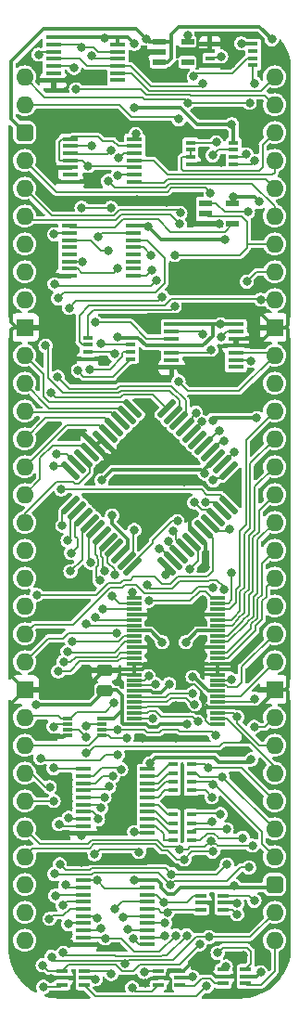
<source format=gbr>
%TF.GenerationSoftware,KiCad,Pcbnew,7.0.5*%
%TF.CreationDate,2023-12-15T11:17:01+02:00*%
%TF.ProjectId,W65C816 Breakout,57363543-3831-4362-9042-7265616b6f75,rev?*%
%TF.SameCoordinates,Original*%
%TF.FileFunction,Copper,L1,Top*%
%TF.FilePolarity,Positive*%
%FSLAX46Y46*%
G04 Gerber Fmt 4.6, Leading zero omitted, Abs format (unit mm)*
G04 Created by KiCad (PCBNEW 7.0.5) date 2023-12-15 11:17:01*
%MOMM*%
%LPD*%
G01*
G04 APERTURE LIST*
G04 Aperture macros list*
%AMRoundRect*
0 Rectangle with rounded corners*
0 $1 Rounding radius*
0 $2 $3 $4 $5 $6 $7 $8 $9 X,Y pos of 4 corners*
0 Add a 4 corners polygon primitive as box body*
4,1,4,$2,$3,$4,$5,$6,$7,$8,$9,$2,$3,0*
0 Add four circle primitives for the rounded corners*
1,1,$1+$1,$2,$3*
1,1,$1+$1,$4,$5*
1,1,$1+$1,$6,$7*
1,1,$1+$1,$8,$9*
0 Add four rect primitives between the rounded corners*
20,1,$1+$1,$2,$3,$4,$5,0*
20,1,$1+$1,$4,$5,$6,$7,0*
20,1,$1+$1,$6,$7,$8,$9,0*
20,1,$1+$1,$8,$9,$2,$3,0*%
G04 Aperture macros list end*
%TA.AperFunction,SMDPad,CuDef*%
%ADD10R,0.900000X0.450000*%
%TD*%
%TA.AperFunction,SMDPad,CuDef*%
%ADD11R,1.150000X0.600000*%
%TD*%
%TA.AperFunction,SMDPad,CuDef*%
%ADD12R,1.475000X0.450000*%
%TD*%
%TA.AperFunction,SMDPad,CuDef*%
%ADD13R,0.950000X0.450000*%
%TD*%
%TA.AperFunction,SMDPad,CuDef*%
%ADD14R,1.000000X0.450000*%
%TD*%
%TA.AperFunction,SMDPad,CuDef*%
%ADD15R,1.250000X0.600000*%
%TD*%
%TA.AperFunction,SMDPad,CuDef*%
%ADD16R,0.850000X0.300000*%
%TD*%
%TA.AperFunction,SMDPad,CuDef*%
%ADD17R,1.425000X0.300000*%
%TD*%
%TA.AperFunction,ComponentPad*%
%ADD18O,1.600000X1.600000*%
%TD*%
%TA.AperFunction,ComponentPad*%
%ADD19RoundRect,0.400000X-0.400000X-0.400000X0.400000X-0.400000X0.400000X0.400000X-0.400000X0.400000X0*%
%TD*%
%TA.AperFunction,ComponentPad*%
%ADD20R,1.600000X1.600000*%
%TD*%
%TA.AperFunction,SMDPad,CuDef*%
%ADD21RoundRect,0.250000X0.475000X-0.250000X0.475000X0.250000X-0.475000X0.250000X-0.475000X-0.250000X0*%
%TD*%
%TA.AperFunction,SMDPad,CuDef*%
%ADD22RoundRect,0.137500X-0.548008X0.742462X-0.742462X0.548008X0.548008X-0.742462X0.742462X-0.548008X0*%
%TD*%
%TA.AperFunction,SMDPad,CuDef*%
%ADD23RoundRect,0.137500X0.548008X0.742462X-0.742462X-0.548008X-0.548008X-0.742462X0.742462X0.548008X0*%
%TD*%
%TA.AperFunction,SMDPad,CuDef*%
%ADD24R,1.450000X0.450000*%
%TD*%
%TA.AperFunction,ViaPad*%
%ADD25C,0.800000*%
%TD*%
%TA.AperFunction,Conductor*%
%ADD26C,0.380000*%
%TD*%
%TA.AperFunction,Conductor*%
%ADD27C,0.200000*%
%TD*%
%TA.AperFunction,Conductor*%
%ADD28C,0.300000*%
%TD*%
G04 APERTURE END LIST*
D10*
%TO.P,RN2,1,R1*%
%TO.N,/W65C816 Breakout Board/D0_{VHC}*%
X99915002Y-133801000D03*
%TO.P,RN2,2,R2*%
%TO.N,/W65C816 Breakout Board/D1_{VHC}*%
X99915002Y-134601000D03*
%TO.P,RN2,3,R3*%
%TO.N,/W65C816 Breakout Board/D2_{VHC}*%
X99915002Y-135401000D03*
%TO.P,RN2,4,R4*%
%TO.N,/W65C816 Breakout Board/D3_{VHC}*%
X99915002Y-136201000D03*
%TO.P,RN2,5,R4*%
%TO.N,/W65C816 Breakout Board/BA3*%
X101615002Y-136201000D03*
%TO.P,RN2,6,R3*%
%TO.N,/W65C816 Breakout Board/BA2*%
X101615002Y-135401000D03*
%TO.P,RN2,7,R2*%
%TO.N,/W65C816 Breakout Board/BA1*%
X101615002Y-134601000D03*
%TO.P,RN2,8,R1*%
%TO.N,/W65C816 Breakout Board/BA0*%
X101615002Y-133801000D03*
%TD*%
%TO.P,RN1,1,R1*%
%TO.N,/W65C816 Breakout Board/D4_{VHC}*%
X99915002Y-138373000D03*
%TO.P,RN1,2,R2*%
%TO.N,/W65C816 Breakout Board/D5_{VHC}*%
X99915002Y-139173000D03*
%TO.P,RN1,3,R3*%
%TO.N,/W65C816 Breakout Board/D6_{VHC}*%
X99915002Y-139973000D03*
%TO.P,RN1,4,R4*%
%TO.N,/W65C816 Breakout Board/D7_{VHC}*%
X99915002Y-140773000D03*
%TO.P,RN1,5,R4*%
%TO.N,/W65C816 Breakout Board/BA7*%
X101615002Y-140773000D03*
%TO.P,RN1,6,R3*%
%TO.N,/W65C816 Breakout Board/BA6*%
X101615002Y-139973000D03*
%TO.P,RN1,7,R2*%
%TO.N,/W65C816 Breakout Board/BA5*%
X101615002Y-139173000D03*
%TO.P,RN1,8,R1*%
%TO.N,/W65C816 Breakout Board/BA4*%
X101615002Y-138373000D03*
%TD*%
D11*
%TO.P,IC36,1,VIN*%
%TO.N,/W65C816 Breakout Board/5V*%
X98649000Y-67884000D03*
%TO.P,IC36,2,GND*%
%TO.N,/W65C816 Breakout Board/GND*%
X98649000Y-68834000D03*
%TO.P,IC36,3,EN*%
%TO.N,/W65C816 Breakout Board/5V*%
X98649000Y-69784000D03*
%TO.P,IC36,4,ADJ*%
%TO.N,unconnected-(IC36-ADJ-Pad4)*%
X101249000Y-69784000D03*
%TO.P,IC36,5,VOUT*%
%TO.N,/W65C816 Breakout Board/3.3V*%
X101249000Y-67884000D03*
%TD*%
D12*
%TO.P,IC20,1,1~{OE}*%
%TO.N,/W65C816 Breakout Board/FET ~{OE}*%
X91731002Y-144395000D03*
%TO.P,IC20,2,1A1*%
%TO.N,/W65C816 Breakout Board/D7_{65}*%
X91731002Y-145045000D03*
%TO.P,IC20,3,2B4*%
%TO.N,/W65C816 Breakout Board/BA3*%
X91731002Y-145695000D03*
%TO.P,IC20,4,1A2*%
%TO.N,/W65C816 Breakout Board/D6_{65}*%
X91731002Y-146345000D03*
%TO.P,IC20,5,2B3*%
%TO.N,/W65C816 Breakout Board/BA2*%
X91731002Y-146995000D03*
%TO.P,IC20,6,1A3*%
%TO.N,/W65C816 Breakout Board/D5_{65}*%
X91731002Y-147645000D03*
%TO.P,IC20,7,2B2*%
%TO.N,/W65C816 Breakout Board/BA1*%
X91731002Y-148295000D03*
%TO.P,IC20,8,1A4*%
%TO.N,/W65C816 Breakout Board/D4_{65}*%
X91731002Y-148945000D03*
%TO.P,IC20,9,2B1*%
%TO.N,/W65C816 Breakout Board/BA0*%
X91731002Y-149595000D03*
%TO.P,IC20,10,GND*%
%TO.N,/W65C816 Breakout Board/GND*%
X91731002Y-150245000D03*
%TO.P,IC20,11,2A1*%
%TO.N,/W65C816 Breakout Board/D0_{65}*%
X97607002Y-150245000D03*
%TO.P,IC20,12,1B4*%
%TO.N,/W65C816 Breakout Board/BA4*%
X97607002Y-149595000D03*
%TO.P,IC20,13,2A2*%
%TO.N,/W65C816 Breakout Board/D1_{65}*%
X97607002Y-148945000D03*
%TO.P,IC20,14,1B3*%
%TO.N,/W65C816 Breakout Board/BA5*%
X97607002Y-148295000D03*
%TO.P,IC20,15,2A3*%
%TO.N,/W65C816 Breakout Board/D2_{65}*%
X97607002Y-147645000D03*
%TO.P,IC20,16,1B2*%
%TO.N,/W65C816 Breakout Board/BA6*%
X97607002Y-146995000D03*
%TO.P,IC20,17,2A4*%
%TO.N,/W65C816 Breakout Board/D3_{65}*%
X97607002Y-146345000D03*
%TO.P,IC20,18,1B1*%
%TO.N,/W65C816 Breakout Board/BA7*%
X97607002Y-145695000D03*
%TO.P,IC20,19,2~{OE}*%
%TO.N,/W65C816 Breakout Board/FET ~{OE}*%
X97607002Y-145045000D03*
%TO.P,IC20,20,5V*%
%TO.N,/W65C816 Breakout Board/5V*%
X97607002Y-144395000D03*
%TD*%
%TO.P,IC19,1,~{1OE}*%
%TO.N,/W65C816 Breakout Board/~{BE}*%
X90534000Y-76790000D03*
%TO.P,IC19,2,1A*%
%TO.N,/W65C816 Breakout Board/RW_{PART}*%
X90534000Y-77440000D03*
%TO.P,IC19,3,1Y*%
%TO.N,/W65C816 Breakout Board/~{R}W*%
X90534000Y-78090000D03*
%TO.P,IC19,4,~{2OE}*%
%TO.N,/W65C816 Breakout Board/~{BE}*%
X90534000Y-78740000D03*
%TO.P,IC19,5,2A*%
%TO.N,/W65C816 Breakout Board/GND*%
X90534000Y-79390000D03*
%TO.P,IC19,6,2Y*%
%TO.N,unconnected-(IC19-2Y-Pad6)*%
X90534000Y-80040000D03*
%TO.P,IC19,7,GND*%
%TO.N,/W65C816 Breakout Board/GND*%
X90534000Y-80690000D03*
%TO.P,IC19,8,3Y*%
%TO.N,/W65C816 Breakout Board/~{WD}*%
X96410000Y-80690000D03*
%TO.P,IC19,9,3A*%
%TO.N,/W65C816 Breakout Board/~{WD}_{PART}*%
X96410000Y-80040000D03*
%TO.P,IC19,10,~{3OE}*%
%TO.N,/W65C816 Breakout Board/~{BE}*%
X96410000Y-79390000D03*
%TO.P,IC19,11,4Y*%
%TO.N,/W65C816 Breakout Board/~{RD}*%
X96410000Y-78740000D03*
%TO.P,IC19,12,4A*%
%TO.N,/W65C816 Breakout Board/~{RD}_{PART}*%
X96410000Y-78090000D03*
%TO.P,IC19,13,~{4OE}*%
%TO.N,/W65C816 Breakout Board/~{BE}*%
X96410000Y-77440000D03*
%TO.P,IC19,14,3V*%
%TO.N,/W65C816 Breakout Board/3.3V*%
X96410000Y-76790000D03*
%TD*%
D13*
%TO.P,IC18,1,1A*%
%TO.N,/W65C816 Breakout Board/GND*%
X103308000Y-68113000D03*
%TO.P,IC18,2,1B*%
X103308000Y-68763000D03*
%TO.P,IC18,3,2Y*%
%TO.N,/W65C816 Breakout Board/A0_{CHANGE}*%
X103308000Y-69413000D03*
%TO.P,IC18,4,GND*%
%TO.N,/W65C816 Breakout Board/GND*%
X103308000Y-70063000D03*
%TO.P,IC18,5,2A*%
%TO.N,/W65C816 Breakout Board/A0*%
X107258000Y-70063000D03*
%TO.P,IC18,6,2B*%
%TO.N,/W65C816 Breakout Board/A0_{PREV}*%
X107258000Y-69413000D03*
%TO.P,IC18,7,1Y*%
%TO.N,unconnected-(IC18-1Y-Pad7)*%
X107258000Y-68763000D03*
%TO.P,IC18,8,VCC*%
%TO.N,/W65C816 Breakout Board/3.3V*%
X107258000Y-68113000D03*
%TD*%
%TO.P,IC17,1,1A*%
%TO.N,/W65C816 Breakout Board/A0_{CHANGE}*%
X101530000Y-77130000D03*
%TO.P,IC17,2,1B*%
%TO.N,/W65C816 Breakout Board/VPA\u00B7VDA*%
X101530000Y-77780000D03*
%TO.P,IC17,3,2Y*%
X101530000Y-78430000D03*
%TO.P,IC17,4,GND*%
%TO.N,/W65C816 Breakout Board/GND*%
X101530000Y-79080000D03*
%TO.P,IC17,5,2A*%
%TO.N,/W65C816 Breakout Board/VDA*%
X105480000Y-79080000D03*
%TO.P,IC17,6,2B*%
%TO.N,/W65C816 Breakout Board/VPA*%
X105480000Y-78430000D03*
%TO.P,IC17,7,1Y*%
%TO.N,/W65C816 Breakout Board/Opcode Valid*%
X105480000Y-77780000D03*
%TO.P,IC17,8,3V*%
%TO.N,/W65C816 Breakout Board/3.3V*%
X105480000Y-77130000D03*
%TD*%
%TO.P,IC15,1,1A*%
%TO.N,/W65C816 Breakout Board/VDA*%
X92132000Y-94910000D03*
%TO.P,IC15,2,1B*%
%TO.N,/W65C816 Breakout Board/VPA*%
X92132000Y-95560000D03*
%TO.P,IC15,3,2Y*%
%TO.N,/W65C816 Breakout Board/FET ~{OE}*%
X92132000Y-96210000D03*
%TO.P,IC15,4,GND*%
%TO.N,/W65C816 Breakout Board/GND*%
X92132000Y-96860000D03*
%TO.P,IC15,5,2A*%
%TO.N,/W65C816 Breakout Board/~{BE}*%
X96082000Y-96860000D03*
%TO.P,IC15,6,2B*%
%TO.N,/W65C816 Breakout Board/PHI2*%
X96082000Y-96210000D03*
%TO.P,IC15,7,1Y*%
%TO.N,/W65C816 Breakout Board/Address Valid*%
X96082000Y-95560000D03*
%TO.P,IC15,8,VCC*%
%TO.N,/W65C816 Breakout Board/3.3V*%
X96082000Y-94910000D03*
%TD*%
D14*
%TO.P,IC14,1,A*%
%TO.N,/W65C816 Breakout Board/BA5+BA6+BA7*%
X104537000Y-152512000D03*
%TO.P,IC14,2,GND*%
%TO.N,/W65C816 Breakout Board/GND*%
X104537000Y-153162000D03*
%TO.P,IC14,3,B*%
%TO.N,/W65C816 Breakout Board/BA3+BA4*%
X104537000Y-153812000D03*
%TO.P,IC14,4,Y*%
%TO.N,/W65C816 Breakout Board/~{BANK 0}*%
X106537000Y-153812000D03*
%TO.P,IC14,5,3V*%
%TO.N,/W65C816 Breakout Board/5V*%
X106537000Y-153162000D03*
%TO.P,IC14,6,C*%
%TO.N,/W65C816 Breakout Board/BA0+BA1+BA2*%
X106537000Y-152512000D03*
%TD*%
%TO.P,IC13,1,A*%
%TO.N,/W65C816 Breakout Board/BA4*%
X98568000Y-152639000D03*
%TO.P,IC13,2,GND*%
%TO.N,/W65C816 Breakout Board/GND*%
X98568000Y-153289000D03*
%TO.P,IC13,3,B*%
%TO.N,/W65C816 Breakout Board/BA3*%
X98568000Y-153939000D03*
%TO.P,IC13,4,Y*%
%TO.N,/W65C816 Breakout Board/BA3+BA4*%
X100568000Y-153939000D03*
%TO.P,IC13,5,3V*%
%TO.N,/W65C816 Breakout Board/5V*%
X100568000Y-153289000D03*
%TO.P,IC13,6,C*%
%TO.N,/W65C816 Breakout Board/GND*%
X100568000Y-152639000D03*
%TD*%
%TO.P,IC12,1,A*%
%TO.N,/W65C816 Breakout Board/BA2*%
X89805000Y-152639000D03*
%TO.P,IC12,2,GND*%
%TO.N,/W65C816 Breakout Board/GND*%
X89805000Y-153289000D03*
%TO.P,IC12,3,B*%
%TO.N,/W65C816 Breakout Board/BA1*%
X89805000Y-153939000D03*
%TO.P,IC12,4,Y*%
%TO.N,/W65C816 Breakout Board/BA0+BA1+BA2*%
X91805000Y-153939000D03*
%TO.P,IC12,5,3V*%
%TO.N,/W65C816 Breakout Board/5V*%
X91805000Y-153289000D03*
%TO.P,IC12,6,C*%
%TO.N,/W65C816 Breakout Board/BA0*%
X91805000Y-152639000D03*
%TD*%
%TO.P,IC10,1,A*%
%TO.N,/W65C816 Breakout Board/BA7*%
X102505000Y-145781000D03*
%TO.P,IC10,2,GND*%
%TO.N,/W65C816 Breakout Board/GND*%
X102505000Y-146431000D03*
%TO.P,IC10,3,B*%
%TO.N,/W65C816 Breakout Board/BA6*%
X102505000Y-147081000D03*
%TO.P,IC10,4,Y*%
%TO.N,/W65C816 Breakout Board/BA5+BA6+BA7*%
X104505000Y-147081000D03*
%TO.P,IC10,5,3V*%
%TO.N,/W65C816 Breakout Board/5V*%
X104505000Y-146431000D03*
%TO.P,IC10,6,C*%
%TO.N,/W65C816 Breakout Board/BA5*%
X104505000Y-145781000D03*
%TD*%
D12*
%TO.P,IC9,1,~{1RD}*%
%TO.N,/W65C816 Breakout Board/3.3V*%
X99805000Y-93681000D03*
%TO.P,IC9,2,1D*%
%TO.N,/W65C816 Breakout Board/A0*%
X99805000Y-94331000D03*
%TO.P,IC9,3,1CP*%
%TO.N,/W65C816 Breakout Board/~{PHI2}*%
X99805000Y-94981000D03*
%TO.P,IC9,4,~{1SD}*%
%TO.N,/W65C816 Breakout Board/3.3V*%
X99805000Y-95631000D03*
%TO.P,IC9,5,1Q*%
%TO.N,/W65C816 Breakout Board/A0_{PREV}*%
X99805000Y-96281000D03*
%TO.P,IC9,6,~{1Q}*%
%TO.N,unconnected-(IC9A-~{1Q}-Pad6)*%
X99805000Y-96931000D03*
%TO.P,IC9,7,GND*%
%TO.N,/W65C816 Breakout Board/GND*%
X99805000Y-97581000D03*
%TO.P,IC9,8,~{2Q}*%
%TO.N,unconnected-(IC9B-~{2Q}-Pad8)*%
X105681000Y-97581000D03*
%TO.P,IC9,9,2Q*%
%TO.N,/W65C816 Breakout Board/Native Latch*%
X105681000Y-96931000D03*
%TO.P,IC9,10,~{2SD}*%
%TO.N,/W65C816 Breakout Board/E*%
X105681000Y-96281000D03*
%TO.P,IC9,11,2CP*%
%TO.N,/W65C816 Breakout Board/GND*%
X105681000Y-95631000D03*
%TO.P,IC9,12,2D*%
X105681000Y-94981000D03*
%TO.P,IC9,13,~{2RD}*%
%TO.N,/W65C816 Breakout Board/~{Reset}*%
X105681000Y-94331000D03*
%TO.P,IC9,14,3V*%
%TO.N,/W65C816 Breakout Board/3.3V*%
X105681000Y-93681000D03*
%TD*%
D15*
%TO.P,IC8,1,B*%
%TO.N,/W65C816 Breakout Board/VPA*%
X102890000Y-82616000D03*
%TO.P,IC8,2,A*%
%TO.N,/W65C816 Breakout Board/VDA*%
X102890000Y-83566000D03*
%TO.P,IC8,3,GND*%
%TO.N,/W65C816 Breakout Board/GND*%
X102890000Y-84516000D03*
%TO.P,IC8,4,Y*%
%TO.N,/W65C816 Breakout Board/~{VPA+VDA}*%
X105390000Y-84516000D03*
%TO.P,IC8,5,3V*%
%TO.N,/W65C816 Breakout Board/5V*%
X105390000Y-82616000D03*
%TD*%
D12*
%TO.P,IC6,1,~{1RD}*%
%TO.N,/W65C816 Breakout Board/3.3V*%
X89010000Y-67519000D03*
%TO.P,IC6,2,1D*%
%TO.N,/W65C816 Breakout Board/MX*%
X89010000Y-68169000D03*
%TO.P,IC6,3,1CP*%
%TO.N,/W65C816 Breakout Board/PHI2_{5V}*%
X89010000Y-68819000D03*
%TO.P,IC6,4,~{1SD}*%
%TO.N,/W65C816 Breakout Board/~{Reset}*%
X89010000Y-69469000D03*
%TO.P,IC6,5,1Q*%
%TO.N,/W65C816 Breakout Board/X*%
X89010000Y-70119000D03*
%TO.P,IC6,6,~{1Q}*%
%TO.N,unconnected-(IC6-~{1Q}-Pad6)*%
X89010000Y-70769000D03*
%TO.P,IC6,7,GND*%
%TO.N,/W65C816 Breakout Board/GND*%
X89010000Y-71419000D03*
%TO.P,IC6,8,~{2Q}*%
%TO.N,unconnected-(IC6-~{2Q}-Pad8)*%
X94886000Y-71419000D03*
%TO.P,IC6,9,2Q*%
%TO.N,/W65C816 Breakout Board/M*%
X94886000Y-70769000D03*
%TO.P,IC6,10,~{2SD}*%
%TO.N,/W65C816 Breakout Board/~{Reset}*%
X94886000Y-70119000D03*
%TO.P,IC6,11,2CP*%
%TO.N,/W65C816 Breakout Board/~{PHI2}*%
X94886000Y-69469000D03*
%TO.P,IC6,12,2D*%
%TO.N,/W65C816 Breakout Board/MX*%
X94886000Y-68819000D03*
%TO.P,IC6,13,~{2RD}*%
%TO.N,/W65C816 Breakout Board/3.3V*%
X94886000Y-68169000D03*
%TO.P,IC6,14,3V*%
X94886000Y-67519000D03*
%TD*%
%TO.P,IC5,1,~{OE}*%
%TO.N,/W65C816 Breakout Board/~{BE}*%
X91731002Y-134235000D03*
%TO.P,IC5,2,D0*%
%TO.N,/W65C816 Breakout Board/D0_{65}*%
X91731002Y-134885000D03*
%TO.P,IC5,3,D1*%
%TO.N,/W65C816 Breakout Board/D1_{65}*%
X91731002Y-135535000D03*
%TO.P,IC5,4,D2*%
%TO.N,/W65C816 Breakout Board/D2_{65}*%
X91731002Y-136185000D03*
%TO.P,IC5,5,D3*%
%TO.N,/W65C816 Breakout Board/D3_{65}*%
X91731002Y-136835000D03*
%TO.P,IC5,6,D4*%
%TO.N,/W65C816 Breakout Board/D4_{65}*%
X91731002Y-137485000D03*
%TO.P,IC5,7,D5*%
%TO.N,/W65C816 Breakout Board/D5_{65}*%
X91731002Y-138135000D03*
%TO.P,IC5,8,D6*%
%TO.N,/W65C816 Breakout Board/D6_{65}*%
X91731002Y-138785000D03*
%TO.P,IC5,9,D7*%
%TO.N,/W65C816 Breakout Board/D7_{65}*%
X91731002Y-139435000D03*
%TO.P,IC5,10,GND*%
%TO.N,/W65C816 Breakout Board/GND*%
X91731002Y-140085000D03*
%TO.P,IC5,11,LE*%
%TO.N,/W65C816 Breakout Board/~{PHI2}*%
X97607002Y-140085000D03*
%TO.P,IC5,12,Q7*%
%TO.N,/W65C816 Breakout Board/D7_{VHC}*%
X97607002Y-139435000D03*
%TO.P,IC5,13,Q6*%
%TO.N,/W65C816 Breakout Board/D6_{VHC}*%
X97607002Y-138785000D03*
%TO.P,IC5,14,Q5*%
%TO.N,/W65C816 Breakout Board/D5_{VHC}*%
X97607002Y-138135000D03*
%TO.P,IC5,15,Q4*%
%TO.N,/W65C816 Breakout Board/D4_{VHC}*%
X97607002Y-137485000D03*
%TO.P,IC5,16,Q3*%
%TO.N,/W65C816 Breakout Board/D3_{VHC}*%
X97607002Y-136835000D03*
%TO.P,IC5,17,Q2*%
%TO.N,/W65C816 Breakout Board/D2_{VHC}*%
X97607002Y-136185000D03*
%TO.P,IC5,18,Q1*%
%TO.N,/W65C816 Breakout Board/D1_{VHC}*%
X97607002Y-135535000D03*
%TO.P,IC5,19,Q0*%
%TO.N,/W65C816 Breakout Board/D0_{VHC}*%
X97607002Y-134885000D03*
%TO.P,IC5,20,5V*%
%TO.N,/W65C816 Breakout Board/5V*%
X97607002Y-134235000D03*
%TD*%
D16*
%TO.P,IC4,1,1A*%
%TO.N,/W65C816 Breakout Board/R~{W}*%
X90246000Y-129679000D03*
%TO.P,IC4,2,3Y*%
%TO.N,/W65C816 Breakout Board/~{BE}*%
X90246000Y-130179000D03*
%TO.P,IC4,3,2A*%
%TO.N,/W65C816 Breakout Board/PHI2*%
X90246000Y-130679000D03*
%TO.P,IC4,4,GND*%
%TO.N,/W65C816 Breakout Board/GND*%
X90246000Y-131179000D03*
%TO.P,IC4,5,2Y*%
%TO.N,/W65C816 Breakout Board/~{PHI2}*%
X93396000Y-131179000D03*
%TO.P,IC4,6,3A*%
%TO.N,/W65C816 Breakout Board/BE*%
X93396000Y-130679000D03*
%TO.P,IC4,7,1Y*%
%TO.N,/W65C816 Breakout Board/RW_{PART}*%
X93396000Y-130179000D03*
%TO.P,IC4,8,3V*%
%TO.N,/W65C816 Breakout Board/3.3V*%
X93396000Y-129679000D03*
%TD*%
D17*
%TO.P,IC1,1,1DIR*%
%TO.N,/W65C816 Breakout Board/R~{W}*%
X96389000Y-118635000D03*
%TO.P,IC1,2,1B0*%
%TO.N,/W65C816 Breakout Board/D0_{65}*%
X96389000Y-119135000D03*
%TO.P,IC1,3,1B1*%
%TO.N,/W65C816 Breakout Board/D1_{65}*%
X96389000Y-119635000D03*
%TO.P,IC1,4,GND*%
%TO.N,/W65C816 Breakout Board/GND*%
X96389000Y-120135000D03*
%TO.P,IC1,5,1B2*%
%TO.N,/W65C816 Breakout Board/D2_{65}*%
X96389000Y-120635000D03*
%TO.P,IC1,6,1B3*%
%TO.N,/W65C816 Breakout Board/D3_{65}*%
X96389000Y-121135000D03*
%TO.P,IC1,7,5V*%
%TO.N,/W65C816 Breakout Board/5V*%
X96389000Y-121635000D03*
%TO.P,IC1,8,1B4*%
%TO.N,/W65C816 Breakout Board/D4_{65}*%
X96389000Y-122135000D03*
%TO.P,IC1,9,1B5*%
%TO.N,/W65C816 Breakout Board/D5_{65}*%
X96389000Y-122635000D03*
%TO.P,IC1,10,GND*%
%TO.N,/W65C816 Breakout Board/GND*%
X96389000Y-123135000D03*
%TO.P,IC1,11,1B6*%
%TO.N,/W65C816 Breakout Board/D6_{65}*%
X96389000Y-123635000D03*
%TO.P,IC1,12,1B7*%
%TO.N,/W65C816 Breakout Board/D7_{65}*%
X96389000Y-124135000D03*
%TO.P,IC1,13,2B0*%
%TO.N,/W65C816 Breakout Board/GND*%
X96389000Y-124635000D03*
%TO.P,IC1,14,2B1*%
X96389000Y-125135000D03*
%TO.P,IC1,15,GND*%
X96389000Y-125635000D03*
%TO.P,IC1,16,2B2*%
%TO.N,/W65C816 Breakout Board/BE_{5V}*%
X96389000Y-126135000D03*
%TO.P,IC1,17,2B3*%
%TO.N,/W65C816 Breakout Board/~{ABORT}_{5V}*%
X96389000Y-126635000D03*
%TO.P,IC1,18,5V*%
%TO.N,/W65C816 Breakout Board/5V*%
X96389000Y-127135000D03*
%TO.P,IC1,19,2B4*%
%TO.N,/W65C816 Breakout Board/~{IRQ}_{5V}*%
X96389000Y-127635000D03*
%TO.P,IC1,20,2B5*%
%TO.N,/W65C816 Breakout Board/~{NMI}_{5V}*%
X96389000Y-128135000D03*
%TO.P,IC1,21,GND*%
%TO.N,/W65C816 Breakout Board/GND*%
X96389000Y-128635000D03*
%TO.P,IC1,22,2B6*%
%TO.N,/W65C816 Breakout Board/~{RES}_{5V}*%
X96389000Y-129135000D03*
%TO.P,IC1,23,2B7*%
%TO.N,/W65C816 Breakout Board/PHI2_{5V}*%
X96389000Y-129635000D03*
%TO.P,IC1,24,2DIR*%
%TO.N,/W65C816 Breakout Board/3.3V*%
X96389000Y-130135000D03*
%TO.P,IC1,25,2~{OE}*%
%TO.N,/W65C816 Breakout Board/GND*%
X104013000Y-130135000D03*
%TO.P,IC1,26,2A7*%
%TO.N,/W65C816 Breakout Board/PHI2*%
X104013000Y-129635000D03*
%TO.P,IC1,27,2A6*%
%TO.N,/W65C816 Breakout Board/~{Reset}*%
X104013000Y-129135000D03*
%TO.P,IC1,28,GND*%
%TO.N,/W65C816 Breakout Board/GND*%
X104013000Y-128635000D03*
%TO.P,IC1,29,2A5*%
%TO.N,/W65C816 Breakout Board/~{NMI}*%
X104013000Y-128135000D03*
%TO.P,IC1,30,2A4*%
%TO.N,/W65C816 Breakout Board/~{IRQ}*%
X104013000Y-127635000D03*
%TO.P,IC1,31,3V*%
%TO.N,/W65C816 Breakout Board/3.3V*%
X104013000Y-127135000D03*
%TO.P,IC1,32,2A3*%
%TO.N,/W65C816 Breakout Board/~{ABORT}*%
X104013000Y-126635000D03*
%TO.P,IC1,33,2A2*%
%TO.N,/W65C816 Breakout Board/BE*%
X104013000Y-126135000D03*
%TO.P,IC1,34,GND*%
%TO.N,/W65C816 Breakout Board/GND*%
X104013000Y-125635000D03*
%TO.P,IC1,35,2A1*%
X104013000Y-125135000D03*
%TO.P,IC1,36,2A0*%
X104013000Y-124635000D03*
%TO.P,IC1,37,1A7*%
%TO.N,/W65C816 Breakout Board/D7*%
X104013000Y-124135000D03*
%TO.P,IC1,38,1A6*%
%TO.N,/W65C816 Breakout Board/D6*%
X104013000Y-123635000D03*
%TO.P,IC1,39,GND*%
%TO.N,/W65C816 Breakout Board/GND*%
X104013000Y-123135000D03*
%TO.P,IC1,40,1A5*%
%TO.N,/W65C816 Breakout Board/D5*%
X104013000Y-122635000D03*
%TO.P,IC1,41,1A4*%
%TO.N,/W65C816 Breakout Board/D4*%
X104013000Y-122135000D03*
%TO.P,IC1,42,3V*%
%TO.N,/W65C816 Breakout Board/3.3V*%
X104013000Y-121635000D03*
%TO.P,IC1,43,1A3*%
%TO.N,/W65C816 Breakout Board/D3*%
X104013000Y-121135000D03*
%TO.P,IC1,44,1A2*%
%TO.N,/W65C816 Breakout Board/D2*%
X104013000Y-120635000D03*
%TO.P,IC1,45,GND*%
%TO.N,/W65C816 Breakout Board/GND*%
X104013000Y-120135000D03*
%TO.P,IC1,46,1A1*%
%TO.N,/W65C816 Breakout Board/D1*%
X104013000Y-119635000D03*
%TO.P,IC1,47,1A0*%
%TO.N,/W65C816 Breakout Board/D0*%
X104013000Y-119135000D03*
%TO.P,IC1,48,1~{OE}*%
%TO.N,/W65C816 Breakout Board/~{DE}*%
X104013000Y-118635000D03*
%TD*%
D18*
%TO.P,J7,1,Pin_1*%
%TO.N,/W65C816 Breakout Board/A0*%
X86360000Y-71120000D03*
%TO.P,J7,2,Pin_2*%
%TO.N,/W65C816 Breakout Board/A1*%
X86360000Y-73660000D03*
D19*
%TO.P,J7,3,Pin_3*%
%TO.N,/W65C816 Breakout Board/5V*%
X86360000Y-76200000D03*
D18*
%TO.P,J7,4,Pin_4*%
%TO.N,/W65C816 Breakout Board/Opcode Valid*%
X86360000Y-78740000D03*
%TO.P,J7,5,Pin_5*%
%TO.N,/W65C816 Breakout Board/A2*%
X86360000Y-81280000D03*
%TO.P,J7,6,Pin_6*%
%TO.N,/W65C816 Breakout Board/A3*%
X86360000Y-83820000D03*
%TO.P,J7,7,Pin_7*%
%TO.N,/W65C816 Breakout Board/A4*%
X86360000Y-86360000D03*
%TO.P,J7,8,Pin_8*%
%TO.N,/W65C816 Breakout Board/A5*%
X86360000Y-88900000D03*
%TO.P,J7,9,Pin_9*%
%TO.N,/W65C816 Breakout Board/A6*%
X86360000Y-91440000D03*
D20*
%TO.P,J7,10,Pin_10*%
%TO.N,/W65C816 Breakout Board/GND*%
X86360000Y-93980000D03*
D18*
%TO.P,J7,11,Pin_11*%
%TO.N,/W65C816 Breakout Board/A7*%
X86360000Y-96520000D03*
%TO.P,J7,12,Pin_12*%
%TO.N,/W65C816 Breakout Board/A8*%
X86360000Y-99060000D03*
%TO.P,J7,13,Pin_13*%
%TO.N,/W65C816 Breakout Board/A9*%
X86360000Y-101600000D03*
%TO.P,J7,14,Pin_14*%
%TO.N,/W65C816 Breakout Board/A10*%
X86360000Y-104140000D03*
%TO.P,J7,15,Pin_15*%
%TO.N,/W65C816 Breakout Board/A11*%
X86360000Y-106680000D03*
%TO.P,J7,16,Pin_16*%
%TO.N,/W65C816 Breakout Board/A12*%
X86360000Y-109220000D03*
%TO.P,J7,17,Pin_17*%
%TO.N,/W65C816 Breakout Board/A13*%
X86360000Y-111760000D03*
%TO.P,J7,18,Pin_18*%
%TO.N,/W65C816 Breakout Board/A14*%
X86360000Y-114300000D03*
%TO.P,J7,19,Pin_19*%
%TO.N,/W65C816 Breakout Board/A15*%
X86360000Y-116840000D03*
%TO.P,J7,20,Pin_20*%
%TO.N,/W65C816 Breakout Board/BE*%
X86360000Y-119380000D03*
%TO.P,J7,21,Pin_21*%
%TO.N,/W65C816 Breakout Board/RDY*%
X86360000Y-121920000D03*
%TO.P,J7,22,Pin_22*%
%TO.N,/W65C816 Breakout Board/Address Valid*%
X86360000Y-124460000D03*
D20*
%TO.P,J7,23,Pin_23*%
%TO.N,/W65C816 Breakout Board/GND*%
X86360000Y-127000000D03*
D18*
%TO.P,J7,24,Pin_24*%
%TO.N,/W65C816 Breakout Board/R~{W}*%
X86360000Y-129540000D03*
%TO.P,J7,25,Pin_25*%
%TO.N,/W65C816 Breakout Board/~{PHI2}*%
X86360000Y-132080000D03*
%TO.P,J7,26,Pin_26*%
%TO.N,/W65C816 Breakout Board/BA7*%
X86360000Y-134620000D03*
%TO.P,J7,27,Pin_27*%
%TO.N,/W65C816 Breakout Board/BA6*%
X86360000Y-137160000D03*
%TO.P,J7,28,Pin_28*%
%TO.N,/W65C816 Breakout Board/BA5*%
X86360000Y-139700000D03*
%TO.P,J7,29,Pin_29*%
%TO.N,/W65C816 Breakout Board/BA4*%
X86360000Y-142240000D03*
%TO.P,J7,30,Pin_30*%
%TO.N,unconnected-(J7-Pin_30-Pad30)*%
X86360000Y-144780000D03*
%TO.P,J7,31,Pin_31*%
%TO.N,/W65C816 Breakout Board/~{VP}*%
X86360000Y-147320000D03*
%TO.P,J7,32,Pin_32*%
%TO.N,/W65C816 Breakout Board/~{ML}*%
X86360000Y-149860000D03*
%TO.P,J7,33,Pin_33*%
%TO.N,/W65C816 Breakout Board/~{BANK 0}*%
X109220000Y-149860000D03*
%TO.P,J7,34,Pin_34*%
%TO.N,/W65C816 Breakout Board/BA3*%
X109220000Y-147320000D03*
D19*
%TO.P,J7,35,Pin_35*%
%TO.N,/W65C816 Breakout Board/5V*%
X109220000Y-144780000D03*
D18*
%TO.P,J7,36,Pin_36*%
%TO.N,/W65C816 Breakout Board/BA2*%
X109220000Y-142240000D03*
%TO.P,J7,37,Pin_37*%
%TO.N,/W65C816 Breakout Board/BA1*%
X109220000Y-139700000D03*
%TO.P,J7,38,Pin_38*%
%TO.N,/W65C816 Breakout Board/BA0*%
X109220000Y-137160000D03*
%TO.P,J7,39,Pin_39*%
%TO.N,/W65C816 Breakout Board/PHI2*%
X109220000Y-134620000D03*
%TO.P,J7,40,Pin_40*%
%TO.N,/W65C816 Breakout Board/~{Reset}*%
X109220000Y-132080000D03*
%TO.P,J7,41,Pin_41*%
%TO.N,/W65C816 Breakout Board/~{NMI}*%
X109220000Y-129540000D03*
D20*
%TO.P,J7,42,Pin_42*%
%TO.N,/W65C816 Breakout Board/GND*%
X109220000Y-127000000D03*
D18*
%TO.P,J7,43,Pin_43*%
%TO.N,/W65C816 Breakout Board/~{IRQ}*%
X109220000Y-124460000D03*
%TO.P,J7,44,Pin_44*%
%TO.N,/W65C816 Breakout Board/~{ABORT}*%
X109220000Y-121920000D03*
%TO.P,J7,45,Pin_45*%
%TO.N,/W65C816 Breakout Board/DE*%
X109220000Y-119380000D03*
%TO.P,J7,46,Pin_46*%
%TO.N,/W65C816 Breakout Board/D7*%
X109220000Y-116840000D03*
%TO.P,J7,47,Pin_47*%
%TO.N,/W65C816 Breakout Board/D6*%
X109220000Y-114300000D03*
%TO.P,J7,48,Pin_48*%
%TO.N,/W65C816 Breakout Board/D5*%
X109220000Y-111760000D03*
%TO.P,J7,49,Pin_49*%
%TO.N,/W65C816 Breakout Board/D4*%
X109220000Y-109220000D03*
%TO.P,J7,50,Pin_50*%
%TO.N,/W65C816 Breakout Board/D3*%
X109220000Y-106680000D03*
%TO.P,J7,51,Pin_51*%
%TO.N,/W65C816 Breakout Board/D2*%
X109220000Y-104140000D03*
%TO.P,J7,52,Pin_52*%
%TO.N,/W65C816 Breakout Board/D1*%
X109220000Y-101600000D03*
%TO.P,J7,53,Pin_53*%
%TO.N,/W65C816 Breakout Board/D0*%
X109220000Y-99060000D03*
%TO.P,J7,54,Pin_54*%
%TO.N,/W65C816 Breakout Board/E*%
X109220000Y-96520000D03*
D20*
%TO.P,J7,55,Pin_55*%
%TO.N,/W65C816 Breakout Board/GND*%
X109220000Y-93980000D03*
D18*
%TO.P,J7,56,Pin_56*%
%TO.N,/W65C816 Breakout Board/VPA*%
X109220000Y-91440000D03*
%TO.P,J7,57,Pin_57*%
%TO.N,/W65C816 Breakout Board/Native Latch*%
X109220000Y-88900000D03*
%TO.P,J7,58,Pin_58*%
%TO.N,/W65C816 Breakout Board/VDA*%
X109220000Y-86360000D03*
%TO.P,J7,59,Pin_59*%
%TO.N,/W65C816 Breakout Board/~{R}W*%
X109220000Y-83820000D03*
%TO.P,J7,60,Pin_60*%
%TO.N,/W65C816 Breakout Board/~{WD}*%
X109220000Y-81280000D03*
%TO.P,J7,61,Pin_61*%
%TO.N,/W65C816 Breakout Board/~{RD}*%
X109220000Y-78740000D03*
%TO.P,J7,62,Pin_62*%
%TO.N,/W65C816 Breakout Board/VPA\u00B7VDA*%
X109220000Y-76200000D03*
%TO.P,J7,63,Pin_63*%
%TO.N,/W65C816 Breakout Board/X*%
X109220000Y-73660000D03*
%TO.P,J7,64,Pin_64*%
%TO.N,/W65C816 Breakout Board/M*%
X109220000Y-71120000D03*
%TD*%
D21*
%TO.P,C8,1*%
%TO.N,/W65C816 Breakout Board/3.3V*%
X93675200Y-127121200D03*
%TO.P,C8,2*%
%TO.N,/W65C816 Breakout Board/GND*%
X93675200Y-125221200D03*
%TD*%
D22*
%TO.P,IC2,1,GND*%
%TO.N,/W65C816 Breakout Board/GND*%
X102174062Y-112969062D03*
%TO.P,IC2,2,~{VP}*%
%TO.N,/W65C816 Breakout Board/~{VP}*%
X102739747Y-112403377D03*
%TO.P,IC2,3,RDY*%
%TO.N,/W65C816 Breakout Board/RDY*%
X103305433Y-111837691D03*
%TO.P,IC2,4,~{ABORT}*%
%TO.N,/W65C816 Breakout Board/~{ABORT}_{5V}*%
X103871118Y-111272006D03*
%TO.P,IC2,5,~{IRQ}*%
%TO.N,/W65C816 Breakout Board/~{IRQ}_{5V}*%
X104436804Y-110706320D03*
%TO.P,IC2,6,~{ML}*%
%TO.N,/W65C816 Breakout Board/~{ML}*%
X105002489Y-110140635D03*
D23*
%TO.P,IC2,7,~{NMI}*%
%TO.N,/W65C816 Breakout Board/~{NMI}_{5V}*%
X105002489Y-107029365D03*
%TO.P,IC2,8,VPA*%
%TO.N,/W65C816 Breakout Board/VPA*%
X104436804Y-106463680D03*
%TO.P,IC2,9,VCC*%
%TO.N,/W65C816 Breakout Board/5V*%
X103871118Y-105897994D03*
%TO.P,IC2,10,A0*%
%TO.N,/W65C816 Breakout Board/A0*%
X103305433Y-105332309D03*
%TO.P,IC2,11,A1*%
%TO.N,/W65C816 Breakout Board/A1*%
X102739747Y-104766623D03*
%TO.P,IC2,12,NC*%
%TO.N,unconnected-(IC2-NC-Pad12)*%
X102174062Y-104200938D03*
%TO.P,IC2,13,A2*%
%TO.N,/W65C816 Breakout Board/A2*%
X101608377Y-103635253D03*
%TO.P,IC2,14,A3*%
%TO.N,/W65C816 Breakout Board/A3*%
X101042691Y-103069567D03*
%TO.P,IC2,15,A4*%
%TO.N,/W65C816 Breakout Board/A4*%
X100477006Y-102503882D03*
%TO.P,IC2,16,A5*%
%TO.N,/W65C816 Breakout Board/A5*%
X99911320Y-101938196D03*
%TO.P,IC2,17,A6*%
%TO.N,/W65C816 Breakout Board/A6*%
X99345635Y-101372511D03*
D22*
%TO.P,IC2,18,A7*%
%TO.N,/W65C816 Breakout Board/A7*%
X96234365Y-101372511D03*
%TO.P,IC2,19,A8*%
%TO.N,/W65C816 Breakout Board/A8*%
X95668680Y-101938196D03*
%TO.P,IC2,20,A9*%
%TO.N,/W65C816 Breakout Board/A9*%
X95102994Y-102503882D03*
%TO.P,IC2,21,A10*%
%TO.N,/W65C816 Breakout Board/A10*%
X94537309Y-103069567D03*
%TO.P,IC2,22,A11*%
%TO.N,/W65C816 Breakout Board/A11*%
X93971623Y-103635253D03*
%TO.P,IC2,23,GND*%
%TO.N,/W65C816 Breakout Board/GND*%
X93405938Y-104200938D03*
%TO.P,IC2,24,GND*%
X92840253Y-104766623D03*
%TO.P,IC2,25,A12*%
%TO.N,/W65C816 Breakout Board/A12*%
X92274567Y-105332309D03*
%TO.P,IC2,26,A13*%
%TO.N,/W65C816 Breakout Board/A13*%
X91708882Y-105897994D03*
%TO.P,IC2,27,A14*%
%TO.N,/W65C816 Breakout Board/A14*%
X91143196Y-106463680D03*
%TO.P,IC2,28,A15*%
%TO.N,/W65C816 Breakout Board/A15*%
X90577511Y-107029365D03*
D23*
%TO.P,IC2,29,D7*%
%TO.N,/W65C816 Breakout Board/D7_{65}*%
X90577511Y-110140635D03*
%TO.P,IC2,30,D6*%
%TO.N,/W65C816 Breakout Board/D6_{65}*%
X91143196Y-110706320D03*
%TO.P,IC2,31,D5*%
%TO.N,/W65C816 Breakout Board/D5_{65}*%
X91708882Y-111272006D03*
%TO.P,IC2,32,D4*%
%TO.N,/W65C816 Breakout Board/D4_{65}*%
X92274567Y-111837691D03*
%TO.P,IC2,33,D3*%
%TO.N,/W65C816 Breakout Board/D3_{65}*%
X92840253Y-112403377D03*
%TO.P,IC2,34,D2*%
%TO.N,/W65C816 Breakout Board/D2_{65}*%
X93405938Y-112969062D03*
%TO.P,IC2,35,D1*%
%TO.N,/W65C816 Breakout Board/D1_{65}*%
X93971623Y-113534747D03*
%TO.P,IC2,36,D0*%
%TO.N,/W65C816 Breakout Board/D0_{65}*%
X94537309Y-114100433D03*
%TO.P,IC2,37,VCC*%
%TO.N,/W65C816 Breakout Board/5V*%
X95102994Y-114666118D03*
%TO.P,IC2,38,R~{W}*%
%TO.N,/W65C816 Breakout Board/R~{W}*%
X95668680Y-115231804D03*
%TO.P,IC2,39,E*%
%TO.N,/W65C816 Breakout Board/E*%
X96234365Y-115797489D03*
D22*
%TO.P,IC2,40,BE*%
%TO.N,/W65C816 Breakout Board/BE_{5V}*%
X99345635Y-115797489D03*
%TO.P,IC2,41,PHI2*%
%TO.N,/W65C816 Breakout Board/PHI2_{5V}*%
X99911320Y-115231804D03*
%TO.P,IC2,42,MX*%
%TO.N,/W65C816 Breakout Board/MX*%
X100477006Y-114666118D03*
%TO.P,IC2,43,VDA*%
%TO.N,/W65C816 Breakout Board/VDA*%
X101042691Y-114100433D03*
%TO.P,IC2,44,~{RES}*%
%TO.N,/W65C816 Breakout Board/~{RES}_{5V}*%
X101608377Y-113534747D03*
%TD*%
D24*
%TO.P,IC3,1,~{1E}*%
%TO.N,/W65C816 Breakout Board/~{VPA+VDA}*%
X90420000Y-84720000D03*
%TO.P,IC3,2,1A0*%
%TO.N,/W65C816 Breakout Board/PHI2_{5V}*%
X90420000Y-85370000D03*
%TO.P,IC3,3,1A1*%
%TO.N,/W65C816 Breakout Board/R~{W}*%
X90420000Y-86020000D03*
%TO.P,IC3,4,~{1Y0}*%
%TO.N,unconnected-(IC3A-~{1Y0}-Pad4)*%
X90420000Y-86670000D03*
%TO.P,IC3,5,~{1Y1}*%
%TO.N,unconnected-(IC3A-~{1Y1}-Pad5)*%
X90420000Y-87320000D03*
%TO.P,IC3,6,~{1Y2}*%
%TO.N,/W65C816 Breakout Board/~{WD}_{PART}*%
X90420000Y-87970000D03*
%TO.P,IC3,7,~{1Y3}*%
%TO.N,/W65C816 Breakout Board/~{RD}_{PART}*%
X90420000Y-88620000D03*
%TO.P,IC3,8,GND*%
%TO.N,/W65C816 Breakout Board/GND*%
X90420000Y-89270000D03*
%TO.P,IC3,9,~{2Y3}*%
%TO.N,/W65C816 Breakout Board/~{DE}*%
X96270000Y-89270000D03*
%TO.P,IC3,10,~{2Y2}*%
%TO.N,unconnected-(IC3B-~{2Y2}-Pad10)*%
X96270000Y-88620000D03*
%TO.P,IC3,11,~{2Y1}*%
%TO.N,unconnected-(IC3B-~{2Y1}-Pad11)*%
X96270000Y-87970000D03*
%TO.P,IC3,12,~{2Y0}*%
%TO.N,unconnected-(IC3B-~{2Y0}-Pad12)*%
X96270000Y-87320000D03*
%TO.P,IC3,13,2A1*%
%TO.N,/W65C816 Breakout Board/DE*%
X96270000Y-86670000D03*
%TO.P,IC3,14,2A0*%
%TO.N,/W65C816 Breakout Board/BE*%
X96270000Y-86020000D03*
%TO.P,IC3,15,~{2E}*%
%TO.N,/W65C816 Breakout Board/~{PHI2}*%
X96270000Y-85370000D03*
%TO.P,IC3,16,3V*%
%TO.N,/W65C816 Breakout Board/3.3V*%
X96270000Y-84720000D03*
%TD*%
D25*
%TO.N,/W65C816 Breakout Board/GND*%
X89027000Y-75057000D03*
X106551474Y-148223373D03*
X100943105Y-108012000D03*
X100903000Y-105791000D03*
X104261026Y-148223935D03*
X88296000Y-82265000D03*
X100203000Y-125095000D03*
X99364800Y-82550000D03*
X104140000Y-84520000D03*
X106356418Y-151224669D03*
X94488000Y-150495000D03*
X100190561Y-131444955D03*
X105232521Y-69926522D03*
X87868216Y-150308884D03*
X104299348Y-78954400D03*
X109982000Y-152146000D03*
X100203000Y-120135000D03*
X90358982Y-71419000D03*
X91567000Y-142770000D03*
X100732079Y-97933219D03*
X97310012Y-69469000D03*
X102906691Y-151119359D03*
X105548807Y-138415757D03*
X106807000Y-74900000D03*
X100149781Y-128457731D03*
X96901000Y-97581000D03*
X91567000Y-140335000D03*
X97127539Y-131444955D03*
X88765891Y-153388708D03*
X104156191Y-97933219D03*
X93472000Y-71501000D03*
X105410000Y-108712000D03*
X93345000Y-110236000D03*
X89789000Y-94869000D03*
X90448925Y-150173390D03*
X93773257Y-75012368D03*
X98171000Y-142113000D03*
X97409002Y-153797000D03*
X93886355Y-105888683D03*
X96647000Y-82315008D03*
X102867172Y-115873590D03*
X100711000Y-110363000D03*
X102650871Y-118831200D03*
X105816400Y-92557600D03*
X88239851Y-89209744D03*
X97110339Y-93389661D03*
X87109080Y-153192147D03*
%TO.N,/W65C816 Breakout Board/5V*%
X97790000Y-133731008D03*
X101702083Y-153209744D03*
X107848336Y-82524664D03*
X97472500Y-67627500D03*
X108966000Y-67690990D03*
X98933006Y-122682000D03*
X105410008Y-82042000D03*
X107581213Y-102235000D03*
X105791004Y-146496000D03*
X92837004Y-153416000D03*
X105537000Y-144907008D03*
X102839486Y-107290124D03*
X96393012Y-144398994D03*
X107086400Y-133379999D03*
X107950000Y-152781000D03*
X103564597Y-102434395D03*
X99568000Y-126492000D03*
X94361000Y-111125000D03*
X93403332Y-107922000D03*
%TO.N,/W65C816 Breakout Board/3.3V*%
X96393000Y-73914000D03*
X106171982Y-68072000D03*
X93704005Y-67604995D03*
X101092002Y-122682000D03*
X101202723Y-130144234D03*
X101253533Y-67319516D03*
X101725600Y-125825690D03*
X104648000Y-85979000D03*
X96520000Y-76327008D03*
X97624553Y-84774000D03*
X105308402Y-75438000D03*
X94869034Y-94860000D03*
X96372885Y-68107550D03*
X104267000Y-93681000D03*
X87376000Y-128399415D03*
%TO.N,/W65C816 Breakout Board/R~{W}*%
X94538500Y-128244775D03*
X96384460Y-112458018D03*
X96193004Y-118131212D03*
X94017399Y-86965397D03*
%TO.N,/W65C816 Breakout Board/D0_{65}*%
X94356054Y-118456091D03*
X95184000Y-134273985D03*
X94579220Y-116561317D03*
X96265542Y-149740467D03*
%TO.N,/W65C816 Breakout Board/D1_{65}*%
X94409565Y-134906642D03*
X95754998Y-148852229D03*
X93653201Y-116160134D03*
X93533986Y-119666820D03*
%TO.N,/W65C816 Breakout Board/D2_{65}*%
X94080409Y-135850920D03*
X92833984Y-120389277D03*
X95354998Y-147719889D03*
X93210000Y-117056559D03*
%TO.N,/W65C816 Breakout Board/D3_{65}*%
X94635727Y-147025156D03*
X93650232Y-136809066D03*
X91957133Y-121023010D03*
X92402278Y-115421841D03*
%TO.N,/W65C816 Breakout Board/D4_{65}*%
X90700589Y-122620000D03*
X93359241Y-148757426D03*
X90551000Y-116205000D03*
X93345000Y-137795000D03*
%TO.N,/W65C816 Breakout Board/D5_{65}*%
X93068169Y-138819805D03*
X90610000Y-114546776D03*
X90283384Y-123528815D03*
X93022172Y-147815943D03*
%TO.N,/W65C816 Breakout Board/D6_{65}*%
X89916224Y-124458975D03*
X89859119Y-146657522D03*
X90297000Y-113411000D03*
X90385603Y-138692194D03*
%TO.N,/W65C816 Breakout Board/D7_{65}*%
X90097006Y-144840775D03*
X89494098Y-139295000D03*
X89810000Y-112034004D03*
X89436884Y-125336607D03*
%TO.N,/W65C816 Breakout Board/BE_{5V}*%
X97703416Y-125745042D03*
X99267172Y-116539346D03*
%TO.N,/W65C816 Breakout Board/~{ABORT}_{5V}*%
X98345464Y-126512113D03*
X101882000Y-109931385D03*
%TO.N,/W65C816 Breakout Board/~{IRQ}_{5V}*%
X102881561Y-109901656D03*
X101729781Y-127357731D03*
%TO.N,/W65C816 Breakout Board/~{NMI}_{5V}*%
X101893540Y-128344234D03*
X103614559Y-107922000D03*
%TO.N,/W65C816 Breakout Board/~{RES}_{5V}*%
X102183593Y-129931281D03*
X101467172Y-116013000D03*
%TO.N,/W65C816 Breakout Board/PHI2_{5V}*%
X87630000Y-69088000D03*
X98055912Y-129630543D03*
X89097249Y-90025000D03*
X98655000Y-114149972D03*
X98424618Y-89676534D03*
X89055000Y-85473875D03*
%TO.N,/W65C816 Breakout Board/PHI2*%
X91948000Y-132756479D03*
X91948000Y-131356459D03*
X92288888Y-97783111D03*
%TO.N,/W65C816 Breakout Board/~{Reset}*%
X102616000Y-71690000D03*
X104340008Y-94863464D03*
X105816400Y-129505828D03*
%TO.N,/W65C816 Breakout Board/~{NMI}*%
X107419200Y-127835904D03*
X107346295Y-130402016D03*
%TO.N,/W65C816 Breakout Board/BE*%
X94869000Y-130680000D03*
X87795169Y-133261169D03*
X103835200Y-131165600D03*
X105257594Y-126085600D03*
X89408000Y-91313000D03*
X94869000Y-132925689D03*
%TO.N,/W65C816 Breakout Board/D0*%
X105257600Y-116332000D03*
%TO.N,/W65C816 Breakout Board/~{DE}*%
X97706959Y-118891049D03*
X98024618Y-88754562D03*
%TO.N,/W65C816 Breakout Board/~{VP}*%
X87457004Y-118361934D03*
%TO.N,/W65C816 Breakout Board/RDY*%
X103545082Y-117699322D03*
X105091000Y-112404921D03*
%TO.N,/W65C816 Breakout Board/~{ML}*%
X89714200Y-108744243D03*
%TO.N,/W65C816 Breakout Board/VPA*%
X106790363Y-83446559D03*
X107950000Y-91440000D03*
X105565870Y-105374449D03*
X106625924Y-78190608D03*
%TO.N,/W65C816 Breakout Board/A0*%
X102603822Y-94563408D03*
X101256115Y-73468885D03*
X107372000Y-71689994D03*
X104583000Y-104295366D03*
X106934000Y-73490000D03*
%TO.N,/W65C816 Breakout Board/A1*%
X100457731Y-74985189D03*
X104183000Y-103378000D03*
%TO.N,/W65C816 Breakout Board/A2*%
X100609585Y-83540415D03*
X102575684Y-102582905D03*
%TO.N,/W65C816 Breakout Board/A3*%
X100544323Y-84538285D03*
X102022180Y-101750056D03*
%TO.N,/W65C816 Breakout Board/A4*%
X89379446Y-98494608D03*
%TO.N,/W65C816 Breakout Board/A5*%
X88265000Y-95631000D03*
%TO.N,/W65C816 Breakout Board/A6*%
X88773000Y-99949000D03*
%TO.N,/W65C816 Breakout Board/A14*%
X89281000Y-105537000D03*
%TO.N,/W65C816 Breakout Board/A15*%
X89003225Y-106653625D03*
%TO.N,/W65C816 Breakout Board/E*%
X100429000Y-98933000D03*
X100330000Y-111633000D03*
%TO.N,/W65C816 Breakout Board/MX*%
X99484348Y-113444303D03*
X91545131Y-68394995D03*
X90424000Y-92202000D03*
X98933001Y-91185999D03*
%TO.N,/W65C816 Breakout Board/VDA*%
X100076975Y-92047975D03*
X100076978Y-87376976D03*
X107420000Y-78798431D03*
X99936080Y-112552147D03*
%TO.N,/W65C816 Breakout Board/~{WD}_{PART}*%
X94869000Y-80137000D03*
X91567000Y-83057996D03*
X94234000Y-83058000D03*
X91607985Y-87969999D03*
%TO.N,/W65C816 Breakout Board/~{RD}_{PART}*%
X94860176Y-88588193D03*
X94975002Y-78523260D03*
%TO.N,/W65C816 Breakout Board/DE*%
X104570000Y-117884000D03*
X97917000Y-87376000D03*
X97582051Y-117491049D03*
%TO.N,/W65C816 Breakout Board/~{PHI2}*%
X92456000Y-69215000D03*
X96376189Y-140001419D03*
X93091000Y-85725004D03*
X95727539Y-131380000D03*
X92832000Y-93528484D03*
%TO.N,/W65C816 Breakout Board/~{BE}*%
X89009998Y-130369799D03*
X89009997Y-134156479D03*
X91212048Y-97931422D03*
X92176202Y-79248000D03*
%TO.N,/W65C816 Breakout Board/RW_{PART}*%
X92018894Y-130296404D03*
X92456000Y-77440000D03*
%TO.N,/W65C816 Breakout Board/X*%
X90868500Y-70294500D03*
X91059000Y-72263000D03*
%TO.N,/W65C816 Breakout Board/A0_{PREV}*%
X101834608Y-71065955D03*
X103414525Y-96012000D03*
%TO.N,/W65C816 Breakout Board/Native Latch*%
X106680000Y-89789000D03*
X107061000Y-97028000D03*
%TO.N,/W65C816 Breakout Board/BA7*%
X99711586Y-144822357D03*
X89086611Y-143816661D03*
X99115060Y-146365060D03*
X106877632Y-143225402D03*
X106299000Y-140524000D03*
X88646000Y-135890000D03*
%TO.N,/W65C816 Breakout Board/BA6*%
X99791098Y-143825521D03*
X99404464Y-147322270D03*
X104843000Y-139757142D03*
X89010000Y-137160000D03*
X89570778Y-142941683D03*
X104855536Y-142955828D03*
%TO.N,/W65C816 Breakout Board/BA5+BA6+BA7*%
X105791000Y-147496002D03*
X104759089Y-152262861D03*
%TO.N,/W65C816 Breakout Board/BA5*%
X107188000Y-141224000D03*
X103474137Y-139000047D03*
X99186296Y-148298184D03*
X103397077Y-140800047D03*
X107371000Y-146264278D03*
X100510274Y-141583564D03*
%TO.N,/W65C816 Breakout Board/BA2*%
X103614012Y-135657857D03*
X102362000Y-150241000D03*
X88624000Y-147913928D03*
X88008994Y-152139709D03*
%TO.N,/W65C816 Breakout Board/BA1*%
X88065891Y-154123107D03*
X104457500Y-134937500D03*
X90365267Y-148387047D03*
X101168546Y-149414000D03*
X89886147Y-151000000D03*
%TO.N,/W65C816 Breakout Board/BA0+BA1+BA2*%
X102997004Y-154050996D03*
X104013000Y-151003000D03*
%TO.N,/W65C816 Breakout Board/BA0*%
X94275793Y-152921679D03*
X100168543Y-149414000D03*
X103124000Y-134112008D03*
X93726000Y-149705000D03*
%TO.N,/W65C816 Breakout Board/BA4*%
X103592595Y-141780750D03*
X104266996Y-138373008D03*
X100958301Y-142477586D03*
X97290682Y-152776000D03*
X99155211Y-149414000D03*
%TO.N,/W65C816 Breakout Board/BA3*%
X96196631Y-154195000D03*
X103462915Y-136798905D03*
X95543590Y-151976000D03*
X89159119Y-145802213D03*
X88809888Y-151373162D03*
X103210444Y-149571098D03*
%TO.N,/W65C816 Breakout Board/FET ~{OE}*%
X92760648Y-142019000D03*
X92964000Y-144399000D03*
X94574048Y-96391315D03*
X96821330Y-141801465D03*
%TO.N,/W65C816 Breakout Board/Address Valid*%
X93338113Y-95472884D03*
X94742000Y-121837747D03*
%TO.N,/W65C816 Breakout Board/A0_{CHANGE}*%
X104328351Y-69264886D03*
X103886000Y-77089000D03*
%TO.N,/W65C816 Breakout Board/Opcode Valid*%
X103360368Y-81694590D03*
X103562742Y-78278073D03*
%TO.N,/W65C816 Breakout Board/~{R}W*%
X93976202Y-80613771D03*
X94256817Y-77827404D03*
%TD*%
D26*
%TO.N,/W65C816 Breakout Board/GND*%
X97945012Y-68834000D02*
X97310012Y-69469000D01*
X89071632Y-75012368D02*
X89027000Y-75057000D01*
X104323093Y-148286002D02*
X104261026Y-148223935D01*
X93472000Y-71501000D02*
X93390000Y-71419000D01*
X85120000Y-80010000D02*
X86843625Y-80010000D01*
X87884000Y-131318000D02*
X89893000Y-131318000D01*
X87630000Y-90200000D02*
X85822000Y-90200000D01*
D27*
X102643266Y-129044234D02*
X101603590Y-129044234D01*
D26*
X98171000Y-142113000D02*
X97475000Y-142809000D01*
X88879500Y-77470000D02*
X88879500Y-76474500D01*
X110363000Y-146020000D02*
X108754847Y-146020000D01*
X110460000Y-94204000D02*
X110236000Y-93980000D01*
D28*
X96389000Y-125135000D02*
X94448000Y-125135000D01*
X100302310Y-125075690D02*
X100243000Y-125135000D01*
D26*
X110460000Y-126776000D02*
X110460000Y-120650000D01*
X89279500Y-79883000D02*
X88879500Y-79483000D01*
X104132748Y-79121000D02*
X104299348Y-78954400D01*
X102520914Y-151892000D02*
X103790914Y-153162000D01*
X89279500Y-79630500D02*
X89520000Y-79390000D01*
X96053965Y-97581000D02*
X97282000Y-97581000D01*
X99448000Y-153289000D02*
X98568000Y-153289000D01*
X102174062Y-112969062D02*
X102878339Y-113673339D01*
X90474515Y-96860000D02*
X92132000Y-96860000D01*
D28*
X100203000Y-125095000D02*
X100103042Y-124995042D01*
D27*
X102870000Y-129794000D02*
X102870000Y-128817500D01*
X101887690Y-126525690D02*
X100845640Y-126525690D01*
D26*
X97644938Y-92855062D02*
X105518938Y-92855062D01*
D28*
X103052500Y-128635000D02*
X104015000Y-128635000D01*
X105489000Y-124635000D02*
X108020000Y-122104000D01*
D26*
X105417000Y-153162000D02*
X105647000Y-152932000D01*
X101530000Y-79080000D02*
X104173748Y-79080000D01*
X99458000Y-152869000D02*
X99458000Y-153279000D01*
X105096043Y-70063000D02*
X105232521Y-69926522D01*
D27*
X104013000Y-125635000D02*
X104013000Y-125135000D01*
D26*
X103308000Y-70063000D02*
X102453000Y-70063000D01*
X102489000Y-151892000D02*
X102906691Y-151474309D01*
X102489000Y-151892000D02*
X102520914Y-151892000D01*
D28*
X98243000Y-123135000D02*
X100203000Y-125095000D01*
D26*
X97110339Y-93389661D02*
X97644938Y-92855062D01*
X110460000Y-75626375D02*
X109733625Y-74900000D01*
X85120000Y-80010000D02*
X85120000Y-78226375D01*
X86843625Y-80010000D02*
X88296000Y-81462375D01*
X102481964Y-108012000D02*
X100943105Y-108012000D01*
X97882002Y-153324000D02*
X97409002Y-153797000D01*
X88865599Y-153289000D02*
X88765891Y-153388708D01*
D28*
X104015000Y-120135000D02*
X100203000Y-120135000D01*
D26*
X100109521Y-143035521D02*
X100118327Y-143035521D01*
X103308000Y-68113000D02*
X103308000Y-68763000D01*
X110236000Y-93980000D02*
X110460000Y-93756000D01*
X97136121Y-131436373D02*
X97127539Y-131444955D01*
X87630000Y-89819595D02*
X88239851Y-89209744D01*
X91606000Y-142809000D02*
X91567000Y-142770000D01*
D28*
X108020000Y-122104000D02*
X108020000Y-121422943D01*
D26*
X97475000Y-142809000D02*
X91606000Y-142809000D01*
X88879500Y-75204500D02*
X89027000Y-75057000D01*
D27*
X97495819Y-128635000D02*
X97600277Y-128530543D01*
D28*
X102529000Y-125135000D02*
X104013000Y-125135000D01*
X94448000Y-125135000D02*
X94311000Y-125272000D01*
D26*
X92964000Y-150241000D02*
X91735002Y-150241000D01*
D27*
X100203000Y-125883050D02*
X100203000Y-125095000D01*
D28*
X104015000Y-123135000D02*
X102163000Y-123135000D01*
D26*
X103181964Y-108712000D02*
X102481964Y-108012000D01*
X108219000Y-94981000D02*
X105681000Y-94981000D01*
X104136000Y-84516000D02*
X104140000Y-84520000D01*
X100711000Y-110363000D02*
X100247321Y-109899321D01*
X101875000Y-83688600D02*
X101875000Y-84506000D01*
X106113862Y-92855062D02*
X108095062Y-92855062D01*
X99458000Y-153279000D02*
X99448000Y-153289000D01*
X85120000Y-90902000D02*
X85120000Y-93502000D01*
X100568000Y-152639000D02*
X99688000Y-152639000D01*
X85120000Y-125760000D02*
X85120000Y-94204000D01*
X92840253Y-104766623D02*
X93405938Y-104200938D01*
X97282000Y-97581000D02*
X96901000Y-97581000D01*
D28*
X104015000Y-128635000D02*
X104902000Y-128635000D01*
D26*
X85598000Y-93980000D02*
X86360000Y-93980000D01*
D28*
X96391000Y-120135000D02*
X100203000Y-120135000D01*
D26*
X88569330Y-153192147D02*
X88765891Y-153388708D01*
X99110800Y-82296000D02*
X99364800Y-82550000D01*
X102560000Y-68763000D02*
X103308000Y-68763000D01*
X100190561Y-131444955D02*
X100181979Y-131436373D01*
X99364800Y-82550000D02*
X100736400Y-82550000D01*
X110460000Y-127224000D02*
X110460000Y-145923000D01*
D28*
X102163000Y-123135000D02*
X100203000Y-125095000D01*
D26*
X101875000Y-84506000D02*
X101885000Y-84516000D01*
X93773257Y-75012368D02*
X89071632Y-75012368D01*
X89789000Y-96174485D02*
X89789000Y-94869000D01*
D28*
X94311000Y-125272000D02*
X93599000Y-125272000D01*
D26*
X101469785Y-111121785D02*
X100711000Y-110363000D01*
X103395000Y-147357909D02*
X104261026Y-148223935D01*
X96647000Y-82315008D02*
X96666008Y-82296000D01*
D27*
X103208952Y-128635000D02*
X102567271Y-127993319D01*
D26*
X87376000Y-130810000D02*
X87884000Y-131318000D01*
X93886355Y-105888683D02*
X100805317Y-105888683D01*
X93218000Y-150495000D02*
X92964000Y-150241000D01*
X90422048Y-98258651D02*
X91136508Y-98973111D01*
X98246000Y-142188000D02*
X99262000Y-142188000D01*
X87967100Y-150210000D02*
X87868216Y-150308884D01*
D28*
X102469690Y-125075690D02*
X100302310Y-125075690D01*
D26*
X92840253Y-104842581D02*
X93886355Y-105888683D01*
X85090000Y-128270000D02*
X85090000Y-128397000D01*
X94661854Y-98973111D02*
X96053965Y-97581000D01*
D27*
X96389000Y-128635000D02*
X97495819Y-128635000D01*
D26*
X85120000Y-78226375D02*
X85906375Y-77440000D01*
X110460000Y-97663000D02*
X110460000Y-94204000D01*
X89805000Y-153289000D02*
X88865599Y-153289000D01*
X93599000Y-125272000D02*
X91871000Y-127000000D01*
X85120000Y-93502000D02*
X85598000Y-93980000D01*
D27*
X104015000Y-128635000D02*
X103208952Y-128635000D01*
D28*
X96391000Y-123135000D02*
X98243000Y-123135000D01*
D26*
X108754847Y-146020000D02*
X106551474Y-148223373D01*
X87109080Y-153192147D02*
X88569330Y-153192147D01*
X103790914Y-153162000D02*
X104638600Y-153162000D01*
D28*
X104013000Y-125135000D02*
X104013000Y-124635000D01*
D26*
X105816400Y-92557600D02*
X106113862Y-92855062D01*
D27*
X104015000Y-130135000D02*
X103211000Y-130135000D01*
D26*
X102890000Y-84516000D02*
X104136000Y-84516000D01*
X106551474Y-148223373D02*
X106488845Y-148286002D01*
X85120000Y-90902000D02*
X85120000Y-80010000D01*
X87630000Y-92710000D02*
X89789000Y-94869000D01*
X85120000Y-94204000D02*
X85344000Y-93980000D01*
X109220000Y-127152333D02*
X107737333Y-128635000D01*
D27*
X102567271Y-127993319D02*
X102567271Y-127205271D01*
D26*
X108095062Y-92855062D02*
X109220000Y-93980000D01*
X93681679Y-109899321D02*
X93345000Y-110236000D01*
X102443000Y-68880000D02*
X102560000Y-68763000D01*
D27*
X103052500Y-128635000D02*
X102643266Y-129044234D01*
D26*
X110460000Y-93756000D02*
X110460000Y-75626375D01*
X103886000Y-79121000D02*
X104132748Y-79121000D01*
X100203000Y-125095000D02*
X100203000Y-120135000D01*
X102174062Y-112969062D02*
X101469785Y-112264785D01*
D28*
X102469690Y-125075690D02*
X102529000Y-125135000D01*
D26*
X97536000Y-97581000D02*
X99805000Y-97581000D01*
X89893000Y-131318000D02*
X89992000Y-131219000D01*
X97282000Y-97581000D02*
X97536000Y-97581000D01*
X94488000Y-150495000D02*
X93218000Y-150495000D01*
X104537000Y-153162000D02*
X105417000Y-153162000D01*
D28*
X108792943Y-120650000D02*
X110460000Y-120650000D01*
D26*
X100247321Y-109899321D02*
X93681679Y-109899321D01*
D27*
X96389000Y-125635000D02*
X96389000Y-125135000D01*
D26*
X99688000Y-152639000D02*
X99458000Y-152869000D01*
D27*
X100076969Y-128530543D02*
X100149781Y-128457731D01*
D26*
X88849500Y-77440000D02*
X88879500Y-77470000D01*
X96666008Y-82296000D02*
X99110800Y-82296000D01*
X89279500Y-80401001D02*
X89279500Y-79883000D01*
X85846375Y-138400000D02*
X85090000Y-137643625D01*
X102505000Y-146431000D02*
X103385000Y-146431000D01*
X85090000Y-130810000D02*
X85090000Y-128397000D01*
X88879500Y-76474500D02*
X88879500Y-75204500D01*
X86838000Y-138400000D02*
X85846375Y-138400000D01*
X98649000Y-68834000D02*
X97945012Y-68834000D01*
D27*
X100243000Y-125135000D02*
X100203000Y-125095000D01*
D26*
X98171000Y-142113000D02*
X98246000Y-142188000D01*
X88296000Y-82265000D02*
X96596992Y-82265000D01*
X102443000Y-70053000D02*
X102443000Y-68880000D01*
X87630000Y-90200000D02*
X87630000Y-89819595D01*
D27*
X103211000Y-130135000D02*
X102870000Y-129794000D01*
X96389000Y-124635000D02*
X96389000Y-125135000D01*
D28*
X100103042Y-124995042D02*
X97254958Y-124995042D01*
D26*
X107339375Y-142113000D02*
X108736375Y-143510000D01*
X101347071Y-120135000D02*
X100203000Y-120135000D01*
X101590000Y-151892000D02*
X102489000Y-151892000D01*
X89010000Y-71419000D02*
X90358982Y-71419000D01*
X100350392Y-143267586D02*
X103222988Y-143267586D01*
X90534000Y-80690000D02*
X89568499Y-80690000D01*
X88879500Y-79483000D02*
X88879500Y-77470000D01*
X100805317Y-105888683D02*
X100903000Y-105791000D01*
X103395000Y-146441000D02*
X103395000Y-147357909D01*
X90385000Y-89235000D02*
X88265107Y-89235000D01*
X102878339Y-115862423D02*
X102867172Y-115873590D01*
X88265107Y-89235000D02*
X88239851Y-89209744D01*
X88523000Y-140085000D02*
X86838000Y-138400000D01*
D28*
X97254958Y-124995042D02*
X97115000Y-125135000D01*
D26*
X110460000Y-100203000D02*
X110460000Y-97663000D01*
X100161776Y-97581000D02*
X100513995Y-97933219D01*
X109733625Y-74900000D02*
X106807000Y-74900000D01*
X91731002Y-150245000D02*
X90520535Y-150245000D01*
X102650871Y-118831200D02*
X101347071Y-120135000D01*
X103308000Y-70063000D02*
X105096043Y-70063000D01*
X107737333Y-128635000D02*
X104902000Y-128635000D01*
X89279500Y-79883000D02*
X89279500Y-79630500D01*
X85344000Y-93980000D02*
X86360000Y-93980000D01*
X105518938Y-92855062D02*
X105816400Y-92557600D01*
X86360000Y-127000000D02*
X85120000Y-125760000D01*
X96596992Y-82265000D02*
X96647000Y-82315008D01*
X102906691Y-151474309D02*
X102906691Y-151119359D01*
X110460000Y-120650000D02*
X110460000Y-100203000D01*
X101469785Y-112264785D02*
X101469785Y-111121785D01*
D28*
X104013000Y-124635000D02*
X105489000Y-124635000D01*
D26*
X85906375Y-77440000D02*
X88849500Y-77440000D01*
X100732079Y-97933219D02*
X104156191Y-97933219D01*
X105681000Y-94981000D02*
X105681000Y-95631000D01*
X105410000Y-108712000D02*
X103181964Y-108712000D01*
X100181979Y-131436373D02*
X97136121Y-131436373D01*
X100513995Y-97933219D02*
X100732079Y-97933219D01*
X90520535Y-150245000D02*
X90448925Y-150173390D01*
X102453000Y-70063000D02*
X102443000Y-70053000D01*
D28*
X108020000Y-121422943D02*
X108792943Y-120650000D01*
D26*
X100118327Y-143035521D02*
X100350392Y-143267586D01*
X110236000Y-127000000D02*
X110460000Y-126776000D01*
X98533000Y-153324000D02*
X97882002Y-153324000D01*
D28*
X97115000Y-125135000D02*
X96471000Y-125135000D01*
D27*
X101017087Y-128457731D02*
X100149781Y-128457731D01*
X97600277Y-128530543D02*
X100076969Y-128530543D01*
X102567271Y-127205271D02*
X101887690Y-126525690D01*
D26*
X100843000Y-152639000D02*
X101590000Y-151892000D01*
X87630000Y-90200000D02*
X87630000Y-92710000D01*
X109220000Y-93980000D02*
X108219000Y-94981000D01*
X110236000Y-127000000D02*
X109220000Y-127000000D01*
X105647000Y-151934087D02*
X106356418Y-151224669D01*
D27*
X100845640Y-126525690D02*
X100203000Y-125883050D01*
X101603590Y-129044234D02*
X101017087Y-128457731D01*
D26*
X110236000Y-127000000D02*
X110460000Y-127224000D01*
X91696002Y-150210000D02*
X87967100Y-150210000D01*
D27*
X102870000Y-128817500D02*
X103052500Y-128635000D01*
D26*
X85822000Y-90200000D02*
X85120000Y-90902000D01*
X90474515Y-96860000D02*
X89789000Y-96174485D01*
X86360000Y-127000000D02*
X85090000Y-128270000D01*
X104377574Y-142113000D02*
X107339375Y-142113000D01*
X93390000Y-71419000D02*
X90358982Y-71419000D01*
X88296000Y-81462375D02*
X88296000Y-82265000D01*
X90474515Y-96860000D02*
X90422048Y-96912467D01*
X109220000Y-93980000D02*
X110236000Y-93980000D01*
X101885000Y-84516000D02*
X102890000Y-84516000D01*
X104173748Y-79080000D02*
X104299348Y-78954400D01*
X89520000Y-79390000D02*
X90534000Y-79390000D01*
X108736375Y-143510000D02*
X110460000Y-143510000D01*
X91136508Y-98973111D02*
X94661854Y-98973111D01*
X85090000Y-130810000D02*
X87376000Y-130810000D01*
X103385000Y-146431000D02*
X103395000Y-146441000D01*
X102878339Y-113673339D02*
X102878339Y-115862423D01*
X106488845Y-148286002D02*
X104323093Y-148286002D01*
X100736400Y-82550000D02*
X101875000Y-83688600D01*
X110460000Y-145923000D02*
X110363000Y-146020000D01*
X103222988Y-143267586D02*
X104377574Y-142113000D01*
X91871000Y-127000000D02*
X86360000Y-127000000D01*
X99262000Y-142188000D02*
X100109521Y-143035521D01*
X85090000Y-137643625D02*
X85090000Y-130810000D01*
X89568499Y-80690000D02*
X89279500Y-80401001D01*
X90422048Y-96912467D02*
X90422048Y-98258651D01*
X105647000Y-152932000D02*
X105647000Y-151934087D01*
X91731002Y-140085000D02*
X88523000Y-140085000D01*
%TO.N,/W65C816 Breakout Board/5V*%
X99770875Y-69469000D02*
X99455875Y-69784000D01*
X99391740Y-145619740D02*
X100031432Y-145619740D01*
X101622827Y-153289000D02*
X101702083Y-153209744D01*
X105663992Y-145034000D02*
X105537000Y-144907008D01*
D28*
X97886006Y-121635000D02*
X98933006Y-122682000D01*
D26*
X103763992Y-102235000D02*
X103564597Y-102434395D01*
D28*
X96391000Y-127135000D02*
X97907690Y-127135000D01*
D26*
X88078197Y-66734803D02*
X96579803Y-66734803D01*
X102489862Y-106940500D02*
X94384832Y-106940500D01*
X107365672Y-82042000D02*
X107848336Y-82524664D01*
X95807271Y-113333927D02*
X94361000Y-111887656D01*
X98649000Y-67884000D02*
X99756000Y-67884000D01*
D28*
X98034803Y-127262113D02*
X98797887Y-127262113D01*
D26*
X107569000Y-153162000D02*
X107950000Y-152781000D01*
X97607002Y-144395000D02*
X98524273Y-144395000D01*
X100031432Y-145619740D02*
X100617172Y-145034000D01*
X108966000Y-145034000D02*
X105663992Y-145034000D01*
X99770875Y-67234125D02*
X99770875Y-67869125D01*
X98844000Y-145072000D02*
X99391740Y-145619740D01*
X97607002Y-144395000D02*
X96397006Y-144395000D01*
X95102994Y-114666118D02*
X95807271Y-113961841D01*
X98524273Y-144395000D02*
X98844000Y-144714727D01*
X108966000Y-67690990D02*
X107804510Y-66529500D01*
X98649000Y-67884000D02*
X97729000Y-67884000D01*
X107804510Y-66529500D02*
X100475500Y-66529500D01*
X85120000Y-74960000D02*
X85120000Y-69693000D01*
X100568000Y-153289000D02*
X101622827Y-153289000D01*
X91805000Y-153289000D02*
X92710004Y-153289000D01*
X85120000Y-69693000D02*
X88078197Y-66734803D01*
X96579803Y-66734803D02*
X97472500Y-67627500D01*
X106638600Y-153162000D02*
X107569000Y-153162000D01*
X94384832Y-106940500D02*
X93403332Y-107922000D01*
D28*
X98797887Y-127262113D02*
X99568000Y-126492000D01*
D26*
X86360000Y-76200000D02*
X85120000Y-74960000D01*
X102839486Y-107290124D02*
X102489862Y-106940500D01*
X97729000Y-67884000D02*
X97472500Y-67627500D01*
X98335008Y-133186000D02*
X103703510Y-133186000D01*
X105726004Y-146431000D02*
X105791004Y-146496000D01*
X100475500Y-66529500D02*
X99770875Y-67234125D01*
X99770875Y-67869125D02*
X99770875Y-69469000D01*
X95807271Y-113961841D02*
X95807271Y-113333927D01*
X107581213Y-102235000D02*
X103763992Y-102235000D01*
X104106092Y-133588582D02*
X106877817Y-133588582D01*
X105410008Y-82042000D02*
X107365672Y-82042000D01*
X97790000Y-133731008D02*
X98335008Y-133186000D01*
X96397006Y-144395000D02*
X96393012Y-144398994D01*
X105410008Y-145034000D02*
X105537000Y-144907008D01*
X99756000Y-67884000D02*
X99770875Y-67869125D01*
X92710004Y-153289000D02*
X92837004Y-153416000D01*
X102839486Y-106863285D02*
X102839486Y-107290124D01*
X94361000Y-111887656D02*
X94361000Y-111125000D01*
D28*
X96391000Y-121635000D02*
X97886006Y-121635000D01*
D26*
X104505000Y-146431000D02*
X105726004Y-146431000D01*
X106877817Y-133588582D02*
X107086400Y-133379999D01*
D28*
X97907690Y-127135000D02*
X98034803Y-127262113D01*
D26*
X103703510Y-133186000D02*
X104106092Y-133588582D01*
X100617172Y-145034000D02*
X105410008Y-145034000D01*
X98844000Y-144714727D02*
X98844000Y-145072000D01*
X99455875Y-69784000D02*
X98649000Y-69784000D01*
X97790000Y-133905498D02*
X97790000Y-133731008D01*
X103804777Y-105897994D02*
X102839486Y-106863285D01*
%TO.N,/W65C816 Breakout Board/3.3V*%
X100584000Y-73914000D02*
X102108000Y-75438000D01*
X94886000Y-67519000D02*
X95784335Y-67519000D01*
X104648000Y-85979000D02*
X98829553Y-85979000D01*
D28*
X101824086Y-125825690D02*
X101725600Y-125825690D01*
D26*
X103609650Y-93681000D02*
X104267000Y-93681000D01*
X97570553Y-84720000D02*
X97624553Y-84774000D01*
X102678296Y-95631000D02*
X103550000Y-94759296D01*
D28*
X96389000Y-130135000D02*
X97443930Y-130135000D01*
D26*
X93790000Y-67519000D02*
X93704005Y-67604995D01*
X103550000Y-94759296D02*
X103550000Y-93740650D01*
D28*
X93715185Y-127055815D02*
X94797815Y-127055815D01*
X95288500Y-127546500D02*
X95288500Y-128866500D01*
D26*
X99805000Y-95631000D02*
X102678296Y-95631000D01*
X102108000Y-75438000D02*
X105308402Y-75438000D01*
D28*
X97743930Y-130435000D02*
X98495916Y-130435000D01*
D26*
X105480000Y-75609598D02*
X105308402Y-75438000D01*
X96393000Y-73914000D02*
X100584000Y-73914000D01*
D28*
X98495916Y-130435000D02*
X98786682Y-130144234D01*
X104015000Y-127135000D02*
X103133396Y-127135000D01*
X98786682Y-130144234D02*
X101202723Y-130144234D01*
D26*
X96082000Y-94910000D02*
X96757036Y-94910000D01*
X96410000Y-76788000D02*
X96410000Y-76437008D01*
X95784335Y-67519000D02*
X96372885Y-68107550D01*
D28*
X94797815Y-127055815D02*
X95288500Y-127546500D01*
X104015000Y-121635000D02*
X102139002Y-121635000D01*
D26*
X107258000Y-68113000D02*
X106212982Y-68113000D01*
D28*
X95288500Y-128866500D02*
X94476000Y-129679000D01*
D26*
X98829553Y-85979000D02*
X97624553Y-84774000D01*
D28*
X95288500Y-130038839D02*
X95384661Y-130135000D01*
D26*
X94919034Y-94910000D02*
X94869034Y-94860000D01*
X97478036Y-95631000D02*
X99805000Y-95631000D01*
D28*
X95384661Y-130135000D02*
X96389000Y-130135000D01*
D26*
X105480000Y-77130000D02*
X105480000Y-75609598D01*
D28*
X103133396Y-127135000D02*
X101824086Y-125825690D01*
D26*
X93675200Y-127121200D02*
X92396985Y-128399415D01*
X96410000Y-76437008D02*
X96520000Y-76327008D01*
X106212982Y-68113000D02*
X106171982Y-68072000D01*
X103519650Y-93681000D02*
X99805000Y-93681000D01*
X96082000Y-94910000D02*
X94919034Y-94910000D01*
X96270000Y-84720000D02*
X97570553Y-84720000D01*
D28*
X95288500Y-128866500D02*
X95288500Y-130038839D01*
D26*
X103564650Y-93726000D02*
X103609650Y-93681000D01*
X92396985Y-128399415D02*
X87376000Y-128399415D01*
D28*
X97443930Y-130135000D02*
X97743930Y-130435000D01*
D26*
X105681000Y-93681000D02*
X104267000Y-93681000D01*
X96757036Y-94910000D02*
X97478036Y-95631000D01*
X103550000Y-93740650D02*
X103564650Y-93726000D01*
X103564650Y-93726000D02*
X103519650Y-93681000D01*
X89010000Y-67519000D02*
X93618010Y-67519000D01*
X93618010Y-67519000D02*
X93704005Y-67604995D01*
D28*
X94476000Y-129679000D02*
X93396000Y-129679000D01*
X102139002Y-121635000D02*
X101092002Y-122682000D01*
D26*
X94886000Y-67519000D02*
X94886000Y-68169000D01*
X94886000Y-67519000D02*
X93790000Y-67519000D01*
D27*
%TO.N,/W65C816 Breakout Board/R~{W}*%
X91168000Y-129032000D02*
X93751275Y-129032000D01*
X90521000Y-129679000D02*
X91168000Y-129032000D01*
X96297271Y-114603213D02*
X96297271Y-112545207D01*
X90420000Y-86020000D02*
X92396050Y-86020000D01*
X96391000Y-118329208D02*
X96193004Y-118131212D01*
X93341447Y-86965397D02*
X94017399Y-86965397D01*
X92396050Y-86020000D02*
X93341447Y-86965397D01*
X89398058Y-129403058D02*
X89674000Y-129679000D01*
X93751275Y-129032000D02*
X94538500Y-128244775D01*
X96297271Y-112545207D02*
X96384460Y-112458018D01*
X96391000Y-118635000D02*
X96391000Y-118329208D01*
X86750942Y-129403058D02*
X89398058Y-129403058D01*
X89674000Y-129679000D02*
X90246000Y-129679000D01*
%TO.N,/W65C816 Breakout Board/D0_{65}*%
X93402085Y-134151417D02*
X95061432Y-134151417D01*
X93923033Y-115395345D02*
X94579220Y-116051532D01*
X92668502Y-134885000D02*
X93402085Y-134151417D01*
X96770075Y-150245000D02*
X96265542Y-149740467D01*
X91731002Y-134885000D02*
X92668502Y-134885000D01*
X96391000Y-119135000D02*
X95034963Y-119135000D01*
X95034963Y-119135000D02*
X94356054Y-118456091D01*
X95061432Y-134151417D02*
X95184000Y-134273985D01*
X93923033Y-114714709D02*
X93923033Y-115395345D01*
X97607002Y-150245000D02*
X96770075Y-150245000D01*
X94579220Y-116051532D02*
X94579220Y-116561317D01*
%TO.N,/W65C816 Breakout Board/D1_{65}*%
X93510000Y-114982312D02*
X93510000Y-116016933D01*
X93510000Y-116016933D02*
X93653201Y-116160134D01*
X97607002Y-148945000D02*
X95847769Y-148945000D01*
X96391000Y-119635000D02*
X93565806Y-119635000D01*
X93357348Y-114149022D02*
X93357348Y-114829660D01*
X92837050Y-135535000D02*
X93465408Y-134906642D01*
X93357348Y-114829660D02*
X93510000Y-114982312D01*
X95847769Y-148945000D02*
X95754998Y-148852229D01*
X93465408Y-134906642D02*
X94409565Y-134906642D01*
X93565806Y-119635000D02*
X93533986Y-119666820D01*
X91731002Y-135535000D02*
X92837050Y-135535000D01*
%TO.N,/W65C816 Breakout Board/D2_{65}*%
X92937389Y-116783948D02*
X93210000Y-117056559D01*
X93079707Y-120635000D02*
X92833984Y-120389277D01*
X97607002Y-147645000D02*
X95429887Y-147645000D01*
X92791662Y-113637955D02*
X92791662Y-114662111D01*
X96391000Y-120635000D02*
X93079707Y-120635000D01*
X92791662Y-114662111D02*
X92957348Y-114827797D01*
X92937389Y-115884022D02*
X92937389Y-116783948D01*
X93110000Y-115147997D02*
X93110000Y-115711411D01*
X91806936Y-136109066D02*
X93822263Y-136109066D01*
X92957348Y-114995346D02*
X93110000Y-115147997D01*
X92957348Y-114827797D02*
X92957348Y-114995346D01*
X93822263Y-136109066D02*
X94080409Y-135850920D01*
X93110000Y-115711411D02*
X92937389Y-115884022D01*
X95429887Y-147645000D02*
X95354998Y-147719889D01*
%TO.N,/W65C816 Breakout Board/D3_{65}*%
X91731002Y-136835000D02*
X93624298Y-136835000D01*
X93624298Y-136835000D02*
X93650232Y-136809066D01*
X95315883Y-146345000D02*
X94635727Y-147025156D01*
X92225977Y-113017653D02*
X92225977Y-115245540D01*
X97607002Y-146345000D02*
X95315883Y-146345000D01*
X92225977Y-115245540D02*
X92402278Y-115421841D01*
X92071856Y-121137733D02*
X91957133Y-121023010D01*
X96366113Y-121137733D02*
X92071856Y-121137733D01*
%TO.N,/W65C816 Breakout Board/D4_{65}*%
X91610000Y-112502258D02*
X91610000Y-115146000D01*
X96389000Y-122135000D02*
X95434683Y-122135000D01*
X94949683Y-122620000D02*
X90700589Y-122620000D01*
X95434683Y-122135000D02*
X94949683Y-122620000D01*
X91731002Y-148945000D02*
X93171667Y-148945000D01*
X91610000Y-115146000D02*
X90551000Y-116205000D01*
X93171667Y-148945000D02*
X93359241Y-148757426D01*
X93035000Y-137485000D02*
X93345000Y-137795000D01*
X91731002Y-137485000D02*
X93035000Y-137485000D01*
%TO.N,/W65C816 Breakout Board/D5_{65}*%
X91708882Y-111272006D02*
X90997000Y-111983888D01*
X95551000Y-122635000D02*
X94564800Y-123621200D01*
X93068169Y-138610152D02*
X93068169Y-138819805D01*
X92593017Y-138135000D02*
X93068169Y-138610152D01*
X96391000Y-122635000D02*
X95551000Y-122635000D01*
X90997000Y-111983888D02*
X90997000Y-113028447D01*
X90375769Y-123621200D02*
X90283384Y-123528815D01*
X91731002Y-138135000D02*
X92593017Y-138135000D01*
X91731002Y-147645000D02*
X92851229Y-147645000D01*
X94564800Y-123621200D02*
X90375769Y-123621200D01*
X90997000Y-113028447D02*
X91210000Y-113241447D01*
X91210000Y-113241447D02*
X91210000Y-113946776D01*
X91210000Y-113946776D02*
X90610000Y-114546776D01*
X92851229Y-147645000D02*
X93022172Y-147815943D01*
%TO.N,/W65C816 Breakout Board/D6_{65}*%
X91003752Y-124021200D02*
X90565977Y-124458975D01*
X91731002Y-146345000D02*
X90171641Y-146345000D01*
X90510000Y-111339516D02*
X90510000Y-113198000D01*
X96391000Y-123635000D02*
X95116686Y-123635000D01*
X90478409Y-138785000D02*
X90385603Y-138692194D01*
X90171641Y-146345000D02*
X89859119Y-146657522D01*
X91731002Y-138785000D02*
X90478409Y-138785000D01*
X94730486Y-124021200D02*
X91003752Y-124021200D01*
X90510000Y-113198000D02*
X90297000Y-113411000D01*
X95116686Y-123635000D02*
X94730486Y-124021200D01*
X90565977Y-124458975D02*
X89916224Y-124458975D01*
%TO.N,/W65C816 Breakout Board/D7_{65}*%
X95182370Y-124135000D02*
X94896170Y-124421200D01*
X91731002Y-145045000D02*
X90301231Y-145045000D01*
X94896170Y-124421200D02*
X91421114Y-124421200D01*
X90519365Y-110140635D02*
X89810000Y-110850000D01*
X91731002Y-139435000D02*
X89634098Y-139435000D01*
X90301231Y-145045000D02*
X90097006Y-144840775D01*
X91421114Y-124421200D02*
X90505707Y-125336607D01*
X90505707Y-125336607D02*
X89436884Y-125336607D01*
X89810000Y-110850000D02*
X89810000Y-112034004D01*
X96391000Y-124135000D02*
X95182370Y-124135000D01*
X89634098Y-139435000D02*
X89494098Y-139295000D01*
%TO.N,/W65C816 Breakout Board/BE_{5V}*%
X96391000Y-126135000D02*
X97313458Y-126135000D01*
X99345635Y-115948366D02*
X99267172Y-116026829D01*
X97313458Y-126135000D02*
X97703416Y-125745042D01*
X99267172Y-116026829D02*
X99267172Y-116539346D01*
%TO.N,/W65C816 Breakout Board/~{ABORT}_{5V}*%
X96391000Y-126635000D02*
X98222577Y-126635000D01*
X103201112Y-110602000D02*
X102552615Y-110602000D01*
X102552615Y-110602000D02*
X101882000Y-109931385D01*
X98222577Y-126635000D02*
X98345464Y-126512113D01*
%TO.N,/W65C816 Breakout Board/~{IRQ}_{5V}*%
X104436804Y-110706320D02*
X103632140Y-109901656D01*
X97848407Y-127712113D02*
X99226394Y-127712113D01*
X96410000Y-127654000D02*
X97790294Y-127654000D01*
X97790294Y-127654000D02*
X97848407Y-127712113D01*
X99226394Y-127712113D02*
X99580776Y-127357731D01*
X99580776Y-127357731D02*
X101729781Y-127357731D01*
X103632140Y-109901656D02*
X102881561Y-109901656D01*
%TO.N,/W65C816 Breakout Board/~{NMI}_{5V}*%
X101726334Y-128344234D02*
X101893540Y-128344234D01*
X97430133Y-128135000D02*
X97434592Y-128130543D01*
X103840565Y-107695994D02*
X103614559Y-107922000D01*
X97434592Y-128130543D02*
X99373649Y-128130543D01*
X96391000Y-128135000D02*
X97430133Y-128135000D01*
X101139831Y-127757731D02*
X101726334Y-128344234D01*
X99746461Y-127757731D02*
X101139831Y-127757731D01*
X99373649Y-128130543D02*
X99746461Y-127757731D01*
X104335860Y-107695994D02*
X103840565Y-107695994D01*
%TO.N,/W65C816 Breakout Board/~{RES}_{5V}*%
X97561505Y-129135000D02*
X97765962Y-128930543D01*
X97765962Y-128930543D02*
X98345862Y-128930543D01*
X102222652Y-114149022D02*
X102222652Y-115257520D01*
X96391000Y-129135000D02*
X97561505Y-129135000D01*
X101696546Y-129444234D02*
X102183593Y-129931281D01*
X98859553Y-129444234D02*
X101696546Y-129444234D01*
X98345862Y-128930543D02*
X98859553Y-129444234D01*
X102222652Y-115257520D02*
X101467172Y-116013000D01*
%TO.N,/W65C816 Breakout Board/PHI2_{5V}*%
X97931152Y-90170000D02*
X89242249Y-90170000D01*
X89158875Y-85370000D02*
X89055000Y-85473875D01*
X98051455Y-129635000D02*
X98055912Y-129630543D01*
X98829488Y-114149972D02*
X98655000Y-114149972D01*
X89242249Y-90170000D02*
X89097249Y-90025000D01*
X98424618Y-89676534D02*
X97931152Y-90170000D01*
X99911320Y-115231804D02*
X98829488Y-114149972D01*
X87884000Y-68834000D02*
X87630000Y-69088000D01*
X88995000Y-68834000D02*
X87884000Y-68834000D01*
X96391000Y-129635000D02*
X98051455Y-129635000D01*
X90420000Y-85370000D02*
X89158875Y-85370000D01*
%TO.N,/W65C816 Breakout Board/PHI2*%
X95407000Y-96210000D02*
X95307000Y-96310000D01*
X90246000Y-130679000D02*
X91270541Y-130679000D01*
X106299000Y-131191000D02*
X106299000Y-131572000D01*
X106045000Y-131841818D02*
X104485915Y-131841818D01*
X104485915Y-131841818D02*
X104182778Y-132144955D01*
X96082000Y-96210000D02*
X95407000Y-96210000D01*
X106299000Y-131333818D02*
X106537182Y-131572000D01*
X106299000Y-131841818D02*
X106553000Y-131841818D01*
X106537182Y-131333818D02*
X107045182Y-131841818D01*
X106045000Y-131826000D02*
X106299000Y-131572000D01*
X92109207Y-132756479D02*
X91948000Y-132756479D01*
X106299000Y-131095636D02*
X106299000Y-131191000D01*
X104015000Y-129635000D02*
X104838364Y-129635000D01*
X106283182Y-131079818D02*
X106299000Y-131095636D01*
X106299000Y-131191000D02*
X106299000Y-131333818D01*
X106045000Y-131841818D02*
X106299000Y-131841818D01*
X104838364Y-129635000D02*
X106283182Y-131079818D01*
X91270541Y-130679000D02*
X91948000Y-131356459D01*
X104182778Y-132144955D02*
X92720731Y-132144955D01*
X95307000Y-96310000D02*
X95307000Y-96648314D01*
X106537182Y-131333818D02*
X106537182Y-131572000D01*
X106553000Y-131841818D02*
X106807000Y-131841818D01*
X92720731Y-132144955D02*
X92109207Y-132756479D01*
X106807000Y-131841818D02*
X107045182Y-131841818D01*
X106537182Y-131572000D02*
X106807000Y-131841818D01*
X95307000Y-96648314D02*
X94172203Y-97783111D01*
X94172203Y-97783111D02*
X92288888Y-97783111D01*
X106045000Y-131841818D02*
X106045000Y-131826000D01*
X106299000Y-131572000D02*
X106299000Y-131841818D01*
X106553000Y-131826000D02*
X106299000Y-131572000D01*
X106283182Y-131079818D02*
X106537182Y-131333818D01*
X106553000Y-131841818D02*
X106553000Y-131826000D01*
X107045182Y-131841818D02*
X109220000Y-134016636D01*
%TO.N,/W65C816 Breakout Board/~{Reset}*%
X101917549Y-72009000D02*
X102297000Y-72009000D01*
X109220000Y-132080000D02*
X107849050Y-132080000D01*
X105816400Y-130047350D02*
X105816400Y-129505828D01*
X104015000Y-129135000D02*
X105445572Y-129135000D01*
X94886000Y-70119000D02*
X92020686Y-70119000D01*
X92020686Y-70119000D02*
X91370686Y-69469000D01*
X101877431Y-71968883D02*
X101917549Y-72009000D01*
X102297000Y-72009000D02*
X102616000Y-71690000D01*
X97876883Y-71968883D02*
X101877431Y-71968883D01*
X105681000Y-94331000D02*
X104872472Y-94331000D01*
X105445572Y-129135000D02*
X105816400Y-129505828D01*
X96027000Y-70119000D02*
X97876883Y-71968883D01*
X91370686Y-69469000D02*
X89010000Y-69469000D01*
X104872472Y-94331000D02*
X104340008Y-94863464D01*
X94886000Y-70119000D02*
X96027000Y-70119000D01*
X107849050Y-132080000D02*
X105816400Y-130047350D01*
%TO.N,/W65C816 Breakout Board/~{NMI}*%
X109220000Y-129540000D02*
X108357984Y-130402016D01*
X108357984Y-130402016D02*
X107346295Y-130402016D01*
X104032400Y-128117600D02*
X107137504Y-128117600D01*
X107137504Y-128117600D02*
X107419200Y-127835904D01*
%TO.N,/W65C816 Breakout Board/~{IRQ}*%
X104053000Y-127597000D02*
X106083000Y-127597000D01*
X106083000Y-127597000D02*
X109220000Y-124460000D01*
%TO.N,/W65C816 Breakout Board/~{ABORT}*%
X104817050Y-126635000D02*
X104967650Y-126785600D01*
X105750750Y-126785600D02*
X106211600Y-126324750D01*
X104015000Y-126635000D02*
X104817050Y-126635000D01*
X106211600Y-126324750D02*
X106211600Y-124928400D01*
X106211600Y-124928400D02*
X109220000Y-121920000D01*
X104967650Y-126785600D02*
X105750750Y-126785600D01*
%TO.N,/W65C816 Breakout Board/BE*%
X97577000Y-86020000D02*
X96270000Y-86020000D01*
X99187000Y-89916000D02*
X99187000Y-87630000D01*
X89916000Y-90805000D02*
X98298000Y-90805000D01*
X103521547Y-130851947D02*
X103835200Y-131165600D01*
X94869000Y-130680000D02*
X97352534Y-130680000D01*
X98884312Y-130683000D02*
X100393557Y-130683000D01*
X97352534Y-130680000D02*
X97557534Y-130885000D01*
X93769311Y-132925689D02*
X94869000Y-132925689D01*
X99187000Y-87630000D02*
X97577000Y-86020000D01*
X97557534Y-130885000D02*
X98682312Y-130885000D01*
X93238521Y-133456479D02*
X93769311Y-132925689D01*
X100562504Y-130851947D02*
X103521547Y-130851947D01*
X98298000Y-90805000D02*
X99187000Y-89916000D01*
X104015000Y-126135000D02*
X105208194Y-126135000D01*
X93396000Y-130679000D02*
X94868000Y-130679000D01*
X100393557Y-130683000D02*
X100562504Y-130851947D01*
X87990479Y-133456479D02*
X93238521Y-133456479D01*
X87795169Y-133261169D02*
X87990479Y-133456479D01*
X105208194Y-126135000D02*
X105257594Y-126085600D01*
X98682312Y-130885000D02*
X98884312Y-130683000D01*
X89408000Y-91313000D02*
X89916000Y-90805000D01*
X94868000Y-130679000D02*
X94869000Y-130680000D01*
%TO.N,/W65C816 Breakout Board/D7*%
X107490000Y-121203411D02*
X108070000Y-120623411D01*
X108070000Y-118903654D02*
X108445000Y-118528653D01*
X108445000Y-117615000D02*
X109220000Y-116840000D01*
X108445000Y-118528653D02*
X108445000Y-117615000D01*
X104015000Y-124135000D02*
X104971604Y-124134999D01*
X107490000Y-121616603D02*
X107490000Y-121203411D01*
X104971604Y-124134999D02*
X107490000Y-121616603D01*
X108070000Y-120623411D02*
X108070000Y-118903654D01*
%TO.N,/W65C816 Breakout Board/D6*%
X107090000Y-121450918D02*
X107090000Y-121037725D01*
X108045000Y-118362968D02*
X108045000Y-115475000D01*
X104970918Y-123570000D02*
X107090000Y-121450918D01*
X104849349Y-123635000D02*
X104914350Y-123570000D01*
X107670000Y-118737968D02*
X108045000Y-118362968D01*
X107670000Y-120457725D02*
X107670000Y-118737968D01*
X107090000Y-121037725D02*
X107670000Y-120457725D01*
X104015000Y-123635000D02*
X104849349Y-123635000D01*
X104914350Y-123570000D02*
X104970918Y-123570000D01*
X108045000Y-115475000D02*
X109220000Y-114300000D01*
%TO.N,/W65C816 Breakout Board/D5*%
X107645000Y-113335000D02*
X109220000Y-111760000D01*
X104015000Y-122635000D02*
X104960630Y-122635000D01*
X106690000Y-120905630D02*
X106690000Y-120872039D01*
X104960630Y-122635000D02*
X106690000Y-120905630D01*
X106690000Y-120872039D02*
X107270000Y-120292039D01*
X107270000Y-120292039D02*
X107270000Y-118572282D01*
X107270000Y-118572282D02*
X107645000Y-118197282D01*
X107645000Y-118197282D02*
X107645000Y-113335000D01*
%TO.N,/W65C816 Breakout Board/D4*%
X107245000Y-117780681D02*
X107245000Y-118031598D01*
X106290000Y-120706354D02*
X106290000Y-120739946D01*
X107245000Y-118031598D02*
X106870000Y-118406597D01*
X106290000Y-120739946D02*
X104894945Y-122135000D01*
X106870000Y-118406597D02*
X106870000Y-120126353D01*
X107782450Y-110657550D02*
X107782449Y-112631863D01*
X107782449Y-112631863D02*
X107245000Y-113169315D01*
X107244997Y-117449306D02*
X107244997Y-117780678D01*
X107244997Y-117780678D02*
X107245000Y-117780681D01*
X107245000Y-117449303D02*
X107244997Y-117449306D01*
X106870000Y-120126353D02*
X106290000Y-120706354D01*
X107245000Y-113169315D02*
X107245000Y-117449303D01*
X109220000Y-109220000D02*
X107782450Y-110657550D01*
X104894945Y-122135000D02*
X104015000Y-122135000D01*
%TO.N,/W65C816 Breakout Board/D3*%
X105890000Y-120540669D02*
X106470000Y-119960668D01*
X105890000Y-120574259D02*
X105890000Y-120540669D01*
X106845000Y-117283617D02*
X106844999Y-113003630D01*
X106972000Y-112876626D02*
X107382449Y-112466177D01*
X106844997Y-117283620D02*
X106845000Y-117283617D01*
X107382449Y-108517551D02*
X109220000Y-106680000D01*
X106470000Y-119960668D02*
X106470001Y-118240911D01*
X106844997Y-117865915D02*
X106844997Y-117283620D01*
X106470001Y-118240911D02*
X106844997Y-117865915D01*
X104015000Y-121135000D02*
X105329259Y-121135000D01*
X107382449Y-112466177D02*
X107382449Y-108517551D01*
X106844999Y-113003630D02*
X106972000Y-112876629D01*
X106972000Y-112876629D02*
X106972000Y-112876626D01*
X105329259Y-121135000D02*
X105890000Y-120574259D01*
%TO.N,/W65C816 Breakout Board/D2*%
X106982449Y-106377551D02*
X109220000Y-104140000D01*
X106572000Y-112710940D02*
X106982449Y-112300492D01*
X105490000Y-120374984D02*
X106070000Y-119794983D01*
X106070000Y-119794983D02*
X106070001Y-118075225D01*
X106982449Y-112300492D02*
X106982449Y-106377551D01*
X106444997Y-117700230D02*
X106444997Y-117117934D01*
X106444997Y-117117934D02*
X106445000Y-117117932D01*
X106445000Y-117117932D02*
X106444999Y-112837944D01*
X106444999Y-112837944D02*
X106572000Y-112710944D01*
X104015000Y-120635000D02*
X105263575Y-120635000D01*
X105263575Y-120635000D02*
X105490000Y-120408573D01*
X106572000Y-112710944D02*
X106572000Y-112710940D01*
X106070001Y-118075225D02*
X106444997Y-117700230D01*
X105490000Y-120408573D02*
X105490000Y-120374984D01*
%TO.N,/W65C816 Breakout Board/D1*%
X106582449Y-104237551D02*
X109220000Y-101600000D01*
X105104500Y-119635000D02*
X105670000Y-119069500D01*
X106045000Y-112522000D02*
X106582449Y-111984551D01*
X106582449Y-111984551D02*
X106582449Y-104237551D01*
X105670000Y-119069500D02*
X105670002Y-117909539D01*
X104015000Y-119635000D02*
X105104500Y-119635000D01*
X106045000Y-117534542D02*
X106045000Y-112522000D01*
X105670002Y-117909539D02*
X106045000Y-117534542D01*
%TO.N,/W65C816 Breakout Board/D0*%
X105270000Y-118842500D02*
X105270000Y-116344400D01*
X104977500Y-119135000D02*
X105270000Y-118842500D01*
X105270000Y-116344400D02*
X105257600Y-116332000D01*
X104015000Y-119135000D02*
X104977500Y-119135000D01*
%TO.N,/W65C816 Breakout Board/~{DE}*%
X102351057Y-118040000D02*
X101500008Y-118891049D01*
X97509180Y-89270000D02*
X98024618Y-88754562D01*
X101500008Y-118891049D02*
X97706959Y-118891049D01*
X96270000Y-89270000D02*
X97509180Y-89270000D01*
X103490810Y-118635000D02*
X102895810Y-118040000D01*
X102895810Y-118040000D02*
X102351057Y-118040000D01*
%TO.N,/W65C816 Breakout Board/~{VP}*%
X103157122Y-116573590D02*
X103136410Y-116573590D01*
X98881253Y-117348000D02*
X98246253Y-116713000D01*
X95134865Y-117264000D02*
X93992509Y-117264000D01*
X98246253Y-116713000D02*
X96337051Y-116713000D01*
X96337051Y-116713000D02*
X96018839Y-117031212D01*
X93992509Y-117264000D02*
X92894575Y-118361934D01*
X103567172Y-116163540D02*
X103157122Y-116573590D01*
X103136410Y-116573590D02*
X102997000Y-116713000D01*
X92894575Y-118361934D02*
X87457004Y-118361934D01*
X103567172Y-113230802D02*
X103567172Y-116163540D01*
X102997000Y-116713000D02*
X100339312Y-116713000D01*
X96018839Y-117031212D02*
X95367653Y-117031212D01*
X99704312Y-117348000D02*
X98881253Y-117348000D01*
X102739747Y-112403377D02*
X103567172Y-113230802D01*
X95367653Y-117031212D02*
X95134865Y-117264000D01*
X100339312Y-116713000D02*
X99704312Y-117348000D01*
%TO.N,/W65C816 Breakout Board/RDY*%
X97292101Y-118191049D02*
X101634322Y-118191049D01*
X104973917Y-112522004D02*
X105091000Y-112404921D01*
X90752194Y-121070000D02*
X94158194Y-117664000D01*
X94158194Y-117664000D02*
X95300551Y-117664000D01*
X103485760Y-117640000D02*
X103545082Y-117699322D01*
X101634322Y-118191049D02*
X102185371Y-117640000D01*
X103886004Y-112522004D02*
X104973917Y-112522004D01*
X87210000Y-121070000D02*
X90752194Y-121070000D01*
X96532264Y-117431212D02*
X97292101Y-118191049D01*
X86360000Y-121920000D02*
X87210000Y-121070000D01*
X95300551Y-117664000D02*
X95533339Y-117431212D01*
X102185371Y-117640000D02*
X103485760Y-117640000D01*
X95533339Y-117431212D02*
X96532264Y-117431212D01*
%TO.N,/W65C816 Breakout Board/~{ML}*%
X102979000Y-109202000D02*
X102521243Y-108744243D01*
X102521243Y-108744243D02*
X89714200Y-108744243D01*
X104241021Y-109202000D02*
X102979000Y-109202000D01*
X105002489Y-109963468D02*
X104241021Y-109202000D01*
%TO.N,/W65C816 Breakout Board/VPA*%
X105480000Y-78430000D02*
X106386532Y-78430000D01*
X104436804Y-106463680D02*
X105526035Y-105374449D01*
X92254248Y-91965067D02*
X99169933Y-91965067D01*
X106386532Y-78430000D02*
X106625924Y-78190608D01*
X106763804Y-83420000D02*
X106790363Y-83446559D01*
X105526035Y-105374449D02*
X105565870Y-105374449D01*
X92132000Y-95560000D02*
X91623000Y-95560000D01*
X91357000Y-92862315D02*
X92254248Y-91965067D01*
X103865000Y-82616000D02*
X104669000Y-83420000D01*
X104669000Y-83420000D02*
X106763804Y-83420000D01*
X107857000Y-91347000D02*
X107950000Y-91440000D01*
X99788000Y-91347000D02*
X107857000Y-91347000D01*
X91623000Y-95560000D02*
X91357000Y-95294000D01*
X99169933Y-91965067D02*
X99788000Y-91347000D01*
X102890000Y-82616000D02*
X103865000Y-82616000D01*
X109220000Y-91440000D02*
X107950000Y-91440000D01*
X91357000Y-95294000D02*
X91357000Y-92862315D01*
%TO.N,/W65C816 Breakout Board/A0*%
X97604027Y-73209000D02*
X97751303Y-73209004D01*
X97419932Y-73208995D02*
X97604022Y-73208995D01*
X99805000Y-94331000D02*
X102371414Y-94331000D01*
X107258000Y-70063000D02*
X107258000Y-71575994D01*
X100996230Y-73209000D02*
X101256115Y-73468885D01*
X97604022Y-73208995D02*
X97604027Y-73209000D01*
X106912885Y-73468885D02*
X106934000Y-73490000D01*
X107258000Y-71575994D02*
X107372000Y-71689994D01*
X97104630Y-72963000D02*
X97331630Y-73190000D01*
X88203000Y-72963000D02*
X97104630Y-72963000D01*
X104342376Y-104295366D02*
X104583000Y-104295366D01*
X102371414Y-94331000D02*
X102603822Y-94563408D01*
X97400938Y-73190000D02*
X97419932Y-73208995D01*
X101256115Y-73468885D02*
X106912885Y-73468885D01*
X103305433Y-105332309D02*
X104342376Y-104295366D01*
X97331630Y-73190000D02*
X97400938Y-73190000D01*
X97751307Y-73209000D02*
X100996230Y-73209000D01*
X86360000Y-71120000D02*
X88203000Y-72963000D01*
X97751303Y-73209004D02*
X97751307Y-73209000D01*
%TO.N,/W65C816 Breakout Board/A1*%
X104102330Y-103378000D02*
X104183000Y-103378000D01*
X102739747Y-104740583D02*
X104102330Y-103378000D01*
X95039064Y-73660000D02*
X96138064Y-74759000D01*
X86360000Y-73660000D02*
X95039064Y-73660000D01*
X100231542Y-74759000D02*
X100457731Y-74985189D01*
X96138064Y-74759000D02*
X100231542Y-74759000D01*
%TO.N,/W65C816 Breakout Board/A2*%
X95058626Y-83250004D02*
X100319174Y-83250004D01*
X102575684Y-102667946D02*
X102575684Y-102582905D01*
X88836050Y-83795000D02*
X94513630Y-83795000D01*
X101608377Y-103635253D02*
X102575684Y-102667946D01*
X100319174Y-83250004D02*
X100609585Y-83540415D01*
X94513630Y-83795000D02*
X95058626Y-83250004D01*
X86360000Y-81318950D02*
X88836050Y-83795000D01*
%TO.N,/W65C816 Breakout Board/A3*%
X101695517Y-102076719D02*
X102022180Y-101750056D01*
X95224316Y-83650000D02*
X99656038Y-83650000D01*
X101695517Y-102416741D02*
X101695517Y-102076719D01*
X86735000Y-84195000D02*
X94679316Y-84195000D01*
X94679316Y-84195000D02*
X95224316Y-83650000D01*
X99656038Y-83650000D02*
X100544323Y-84538285D01*
%TO.N,/W65C816 Breakout Board/A4*%
X101091281Y-101889607D02*
X101091281Y-100643284D01*
X94777928Y-99550000D02*
X90434838Y-99550000D01*
X95013929Y-99314000D02*
X94777928Y-99550000D01*
X101091281Y-100643284D02*
X99761997Y-99314000D01*
X99761997Y-99314000D02*
X95013929Y-99314000D01*
X90434838Y-99550000D02*
X89379446Y-98494608D01*
%TO.N,/W65C816 Breakout Board/A5*%
X89844893Y-99950000D02*
X88473000Y-98578107D01*
X88473000Y-98578107D02*
X88473000Y-95839000D01*
X94943613Y-99950000D02*
X89844893Y-99950000D01*
X99596312Y-99714000D02*
X95179614Y-99714000D01*
X100525596Y-101323920D02*
X100525596Y-100643285D01*
X95179614Y-99714000D02*
X94943613Y-99950000D01*
X88473000Y-95839000D02*
X88265000Y-95631000D01*
X100525596Y-100643285D02*
X99596312Y-99714000D01*
%TO.N,/W65C816 Breakout Board/A6*%
X98087124Y-100114000D02*
X95345297Y-100114000D01*
X89174000Y-100350000D02*
X88773000Y-99949000D01*
X95109297Y-100350000D02*
X89174000Y-100350000D01*
X95345297Y-100114000D02*
X95109297Y-100350000D01*
X99345635Y-101372511D02*
X98087124Y-100114000D01*
%TO.N,/W65C816 Breakout Board/A7*%
X88073000Y-100238950D02*
X88073000Y-98233000D01*
X95611851Y-100749997D02*
X88584047Y-100749997D01*
X88073000Y-98233000D02*
X86360000Y-96520000D01*
X88584047Y-100749997D02*
X88073000Y-100238950D01*
%TO.N,/W65C816 Breakout Board/A8*%
X88592361Y-101323996D02*
X86360000Y-99091635D01*
X95054480Y-101323996D02*
X88592361Y-101323996D01*
%TO.N,/W65C816 Breakout Board/A9*%
X94454087Y-101854975D02*
X94323107Y-101723995D01*
X94323107Y-101723995D02*
X86521995Y-101723995D01*
%TO.N,/W65C816 Breakout Board/A10*%
X93702742Y-102235000D02*
X88265000Y-102235000D01*
X93923034Y-102455292D02*
X93702742Y-102235000D01*
X88265000Y-102235000D02*
X86360000Y-104140000D01*
%TO.N,/W65C816 Breakout Board/A11*%
X93357347Y-103020977D02*
X93206370Y-102870000D01*
X93206370Y-102870000D02*
X90170000Y-102870000D01*
X90170000Y-102870000D02*
X86360000Y-106680000D01*
%TO.N,/W65C816 Breakout Board/A12*%
X87757000Y-105848686D02*
X87757000Y-107823000D01*
X88887653Y-104718033D02*
X87757000Y-105848686D01*
X91660291Y-104718033D02*
X88887653Y-104718033D01*
X87757000Y-107823000D02*
X86360000Y-109220000D01*
%TO.N,/W65C816 Breakout Board/A13*%
X91306738Y-108209326D02*
X92323157Y-107192907D01*
X92323157Y-107192907D02*
X92323157Y-106512269D01*
X89281000Y-108044243D02*
X90779217Y-108044243D01*
X90779217Y-108044243D02*
X90944300Y-108209326D01*
X86360000Y-111760000D02*
X86360000Y-110965243D01*
X86360000Y-110965243D02*
X89281000Y-108044243D01*
X90944300Y-108209326D02*
X91306738Y-108209326D01*
%TO.N,/W65C816 Breakout Board/A14*%
X91143196Y-106463680D02*
X90216516Y-105537000D01*
X90216516Y-105537000D02*
X89281000Y-105537000D01*
%TO.N,/W65C816 Breakout Board/A15*%
X90201771Y-106653625D02*
X89003225Y-106653625D01*
%TO.N,/W65C816 Breakout Board/E*%
X109220000Y-96520000D02*
X105980000Y-99760000D01*
X108981000Y-96281000D02*
X105681000Y-96281000D01*
X98044000Y-113669656D02*
X98044000Y-113411000D01*
X96234365Y-115797489D02*
X96234365Y-115479291D01*
X98044000Y-113411000D02*
X99822000Y-111633000D01*
X101256000Y-99760000D02*
X100429000Y-98933000D01*
X99822000Y-111633000D02*
X100330000Y-111633000D01*
X105980000Y-99760000D02*
X101256000Y-99760000D01*
X96234365Y-115479291D02*
X98044000Y-113669656D01*
%TO.N,/W65C816 Breakout Board/MX*%
X93049950Y-68819000D02*
X92625945Y-68394995D01*
X99484348Y-113673460D02*
X99484348Y-113444303D01*
X90424000Y-92202000D02*
X91079000Y-91547000D01*
X91349136Y-68199000D02*
X91545131Y-68394995D01*
X89040000Y-68199000D02*
X91349136Y-68199000D01*
X100477006Y-114666118D02*
X99484348Y-113673460D01*
X98572000Y-91547000D02*
X98933001Y-91185999D01*
X94886000Y-68819000D02*
X93049950Y-68819000D01*
X92625945Y-68394995D02*
X91545131Y-68394995D01*
X91079000Y-91547000D02*
X98572000Y-91547000D01*
%TO.N,/W65C816 Breakout Board/VDA*%
X92673933Y-92365067D02*
X99759883Y-92365067D01*
X101042691Y-114100433D02*
X100203000Y-113260742D01*
X106680000Y-86741000D02*
X106044024Y-87376976D01*
X102890000Y-83566000D02*
X103144000Y-83820000D01*
X106044024Y-87376976D02*
X100076978Y-87376976D01*
X106173853Y-83820000D02*
X106680000Y-84326147D01*
X106680000Y-84326147D02*
X106680000Y-86360000D01*
X92132000Y-92907000D02*
X92673933Y-92365067D01*
X92132000Y-94910000D02*
X92132000Y-92907000D01*
X99759883Y-92365067D02*
X100076975Y-92047975D01*
X105480000Y-79080000D02*
X107138431Y-79080000D01*
X106680000Y-86360000D02*
X106680000Y-86741000D01*
X109220000Y-86360000D02*
X106680000Y-86360000D01*
X100203000Y-112819067D02*
X99936080Y-112552147D01*
X100203000Y-113260742D02*
X100203000Y-112819067D01*
X107138431Y-79080000D02*
X107420000Y-78798431D01*
X103144000Y-83820000D02*
X106173853Y-83820000D01*
%TO.N,/W65C816 Breakout Board/~{VPA+VDA}*%
X95366000Y-84074000D02*
X94600001Y-84839999D01*
X99716285Y-85238285D02*
X98552000Y-84074000D01*
X105390000Y-84516000D02*
X104667715Y-85238285D01*
X98552000Y-84074000D02*
X95366000Y-84074000D01*
X94600001Y-84839999D02*
X90539999Y-84839999D01*
X104667715Y-85238285D02*
X99716285Y-85238285D01*
%TO.N,/W65C816 Breakout Board/~{WD}_{PART}*%
X94233996Y-83057996D02*
X94234000Y-83058000D01*
X91567000Y-83057996D02*
X94233996Y-83057996D01*
X96410000Y-80040000D02*
X94966000Y-80040000D01*
X90420000Y-87970000D02*
X91607985Y-87969999D01*
X94966000Y-80040000D02*
X94869000Y-80137000D01*
%TO.N,/W65C816 Breakout Board/~{RD}_{PART}*%
X91180211Y-88620000D02*
X91525211Y-88965000D01*
X96410000Y-78090000D02*
X95408262Y-78090000D01*
X91525211Y-88965000D02*
X94483369Y-88965000D01*
X95408262Y-78090000D02*
X94975002Y-78523260D01*
X94483369Y-88965000D02*
X94860176Y-88588193D01*
X90420000Y-88620000D02*
X91180211Y-88620000D01*
%TO.N,/W65C816 Breakout Board/DE*%
X99869997Y-117748000D02*
X100504998Y-117113000D01*
X97582051Y-117491049D02*
X97839002Y-117748000D01*
X103924685Y-116986000D02*
X104570000Y-117631315D01*
X103289686Y-116986000D02*
X103924685Y-116986000D01*
X103162684Y-117113000D02*
X103289686Y-116986000D01*
X97839002Y-117748000D02*
X99869997Y-117748000D01*
X100504998Y-117113000D02*
X103162684Y-117113000D01*
X97211000Y-86670000D02*
X97917000Y-87376000D01*
X96270000Y-86670000D02*
X97211000Y-86670000D01*
X104570000Y-117631315D02*
X104570000Y-117884000D01*
%TO.N,/W65C816 Breakout Board/~{PHI2}*%
X99805000Y-94981000D02*
X97521000Y-94981000D01*
X97521000Y-94981000D02*
X96068484Y-93528484D01*
X92243521Y-132056479D02*
X93121000Y-131179000D01*
X96459770Y-140085000D02*
X96376189Y-140001419D01*
X94886000Y-69469000D02*
X92710000Y-69469000D01*
X94021000Y-131179000D02*
X94222000Y-131380000D01*
X96068484Y-93528484D02*
X92832000Y-93528484D01*
X86811777Y-132056479D02*
X92243521Y-132056479D01*
X96270000Y-85370000D02*
X93446004Y-85370000D01*
X94222000Y-131380000D02*
X95727539Y-131380000D01*
X92710000Y-69469000D02*
X92456000Y-69215000D01*
X93396000Y-131179000D02*
X94021000Y-131179000D01*
X93446004Y-85370000D02*
X93091000Y-85725004D01*
X97607002Y-140085000D02*
X96459770Y-140085000D01*
%TO.N,/W65C816 Breakout Board/~{BE}*%
X90246000Y-130179000D02*
X89200797Y-130179000D01*
X94920608Y-77440000D02*
X96410000Y-77440000D01*
X92197007Y-79268805D02*
X92176202Y-79248000D01*
X96082000Y-96860000D02*
X94458889Y-98483111D01*
X91668202Y-78740000D02*
X92176202Y-79248000D01*
X91731002Y-134235000D02*
X89088518Y-134235000D01*
X89496500Y-78640000D02*
X89496500Y-77080951D01*
X89596500Y-78740000D02*
X89496500Y-78640000D01*
X90534000Y-76790000D02*
X90743000Y-76581000D01*
X94458889Y-98483111D02*
X91763737Y-98483111D01*
X93472000Y-76962000D02*
X94442608Y-76962000D01*
X90534000Y-78740000D02*
X89596500Y-78740000D01*
X94442608Y-76962000D02*
X94920608Y-77440000D01*
X89088518Y-134235000D02*
X89009997Y-134156479D01*
X96288805Y-79268805D02*
X92197007Y-79268805D01*
X93091000Y-76581000D02*
X93472000Y-76962000D01*
X90534000Y-78740000D02*
X91668202Y-78740000D01*
X91763737Y-98483111D02*
X91212048Y-97931422D01*
X89787451Y-76790000D02*
X90534000Y-76790000D01*
X89496500Y-77080951D02*
X89787451Y-76790000D01*
X89200797Y-130179000D02*
X89009998Y-130369799D01*
X90743000Y-76581000D02*
X93091000Y-76581000D01*
%TO.N,/W65C816 Breakout Board/RW_{PART}*%
X90534000Y-77440000D02*
X92456000Y-77440000D01*
X92136298Y-130179000D02*
X92018894Y-130296404D01*
X93396000Y-130179000D02*
X92136298Y-130179000D01*
%TO.N,/W65C816 Breakout Board/D7_{VHC}*%
X99140373Y-140773000D02*
X99661002Y-140773000D01*
X99098592Y-140179590D02*
X99098592Y-140731218D01*
X97607002Y-139435000D02*
X98354002Y-139435000D01*
X98354002Y-139435000D02*
X99098592Y-140179590D01*
X99098592Y-140731218D02*
X99140373Y-140773000D01*
%TO.N,/W65C816 Breakout Board/D6_{VHC}*%
X98377002Y-138785000D02*
X99565002Y-139973000D01*
X97607002Y-138785000D02*
X98377002Y-138785000D01*
%TO.N,/W65C816 Breakout Board/D5_{VHC}*%
X97607002Y-138135000D02*
X98354002Y-138135000D01*
X98354002Y-138135000D02*
X99392002Y-139173000D01*
X99392002Y-139173000D02*
X99915002Y-139173000D01*
%TO.N,/W65C816 Breakout Board/D4_{VHC}*%
X97607002Y-137485000D02*
X98544502Y-137485000D01*
X98544502Y-137485000D02*
X99432502Y-138373000D01*
X99432502Y-138373000D02*
X99661002Y-138373000D01*
%TO.N,/W65C816 Breakout Board/D3_{VHC}*%
X99178502Y-136201000D02*
X98544502Y-136835000D01*
X99661002Y-136201000D02*
X99178502Y-136201000D01*
X98544502Y-136835000D02*
X97607002Y-136835000D01*
%TO.N,/W65C816 Breakout Board/D2_{VHC}*%
X98481002Y-136185000D02*
X97607002Y-136185000D01*
X99915002Y-135401000D02*
X99265002Y-135401000D01*
X99265002Y-135401000D02*
X98481002Y-136185000D01*
%TO.N,/W65C816 Breakout Board/D1_{VHC}*%
X99478502Y-134601000D02*
X99915002Y-134601000D01*
X98544502Y-135535000D02*
X99478502Y-134601000D01*
X97607002Y-135535000D02*
X98544502Y-135535000D01*
%TO.N,/W65C816 Breakout Board/D0_{VHC}*%
X98498360Y-134885000D02*
X99582360Y-133801000D01*
X97607002Y-134885000D02*
X98498360Y-134885000D01*
%TO.N,/W65C816 Breakout Board/X*%
X103951282Y-72809000D02*
X103951276Y-72809000D01*
X103970282Y-72790000D02*
X103951282Y-72809000D01*
X108350000Y-72790000D02*
X103970282Y-72790000D01*
X103951276Y-72809000D02*
X103951272Y-72809004D01*
X101586184Y-72809004D02*
X101546065Y-72768885D01*
X90693000Y-70119000D02*
X90868500Y-70294500D01*
X103951272Y-72809004D02*
X101586184Y-72809004D01*
X97476200Y-72768885D02*
X96970315Y-72263000D01*
X109220000Y-73660000D02*
X108350000Y-72790000D01*
X96970315Y-72263000D02*
X91059000Y-72263000D01*
X89010000Y-70119000D02*
X90693000Y-70119000D01*
X101546065Y-72768885D02*
X97476200Y-72768885D01*
%TO.N,/W65C816 Breakout Board/M*%
X97711199Y-72368885D02*
X101711750Y-72368885D01*
X103785597Y-72409000D02*
X103804596Y-72390000D01*
X96111314Y-70769000D02*
X97711199Y-72368885D01*
X103804596Y-72390000D02*
X107950000Y-72390000D01*
X101711750Y-72368885D02*
X101751866Y-72409000D01*
X101751866Y-72409000D02*
X103785597Y-72409000D01*
X94886000Y-70769000D02*
X96111314Y-70769000D01*
X107950000Y-72390000D02*
X109220000Y-71120000D01*
%TO.N,/W65C816 Breakout Board/A0_{PREV}*%
X107258000Y-69413000D02*
X106736000Y-69413000D01*
X99805000Y-96281000D02*
X103145525Y-96281000D01*
X102099565Y-70800998D02*
X101834608Y-71065955D01*
X105348002Y-70800998D02*
X102099565Y-70800998D01*
X103145525Y-96281000D02*
X103414525Y-96012000D01*
X106736000Y-69413000D02*
X105348002Y-70800998D01*
%TO.N,/W65C816 Breakout Board/Native Latch*%
X107569000Y-88900000D02*
X106680000Y-89789000D01*
X105681000Y-96931000D02*
X106964000Y-96931000D01*
X109220000Y-88900000D02*
X107569000Y-88900000D01*
X106964000Y-96931000D02*
X107061000Y-97028000D01*
%TO.N,/W65C816 Breakout Board/BA7*%
X97607002Y-145695000D02*
X98445000Y-145695000D01*
X101805000Y-145781000D02*
X101220940Y-146365060D01*
X103054713Y-140100047D02*
X103687027Y-140100047D01*
X104097077Y-140510097D02*
X104097077Y-140524000D01*
X98445000Y-145695000D02*
X99115060Y-146365060D01*
X101615002Y-140773000D02*
X102381760Y-140773000D01*
X101220940Y-146365060D02*
X99115060Y-146365060D01*
X106877632Y-143225402D02*
X106075598Y-143225402D01*
X102381760Y-140773000D02*
X103054713Y-140100047D01*
X100052191Y-144481752D02*
X99711586Y-144822357D01*
X103687027Y-140100047D02*
X104097077Y-140510097D01*
X89086611Y-143816661D02*
X89139950Y-143870000D01*
X89139950Y-143870000D02*
X92503050Y-143870000D01*
X104097077Y-140524000D02*
X106299000Y-140524000D01*
X98588229Y-143699000D02*
X99711586Y-144822357D01*
X102505000Y-145781000D02*
X101805000Y-145781000D01*
X104819248Y-144481752D02*
X100052191Y-144481752D01*
X92503050Y-143870000D02*
X92674050Y-143699000D01*
X106075598Y-143225402D02*
X104819248Y-144481752D01*
X92674050Y-143699000D02*
X98588229Y-143699000D01*
X88265000Y-135890000D02*
X88646000Y-135890000D01*
X86995000Y-134620000D02*
X88265000Y-135890000D01*
%TO.N,/W65C816 Breakout Board/BA6*%
X104855536Y-142955828D02*
X103920364Y-143891000D01*
X92337364Y-143470000D02*
X92508365Y-143299000D01*
X98871772Y-147322270D02*
X99404464Y-147322270D01*
X101615002Y-139973000D02*
X101887955Y-139700047D01*
X92508365Y-143299000D02*
X99264577Y-143299000D01*
X97607002Y-146995000D02*
X98544502Y-146995000D01*
X98544502Y-146995000D02*
X98871772Y-147322270D01*
X89570778Y-142941683D02*
X90099095Y-143470000D01*
X99264577Y-143299000D02*
X99791098Y-143825521D01*
X102505000Y-147081000D02*
X99645734Y-147081000D01*
X104785905Y-139700047D02*
X104843000Y-139757142D01*
X86360000Y-137160000D02*
X89010000Y-137160000D01*
X101887955Y-139700047D02*
X104785905Y-139700047D01*
X90099095Y-143470000D02*
X92337364Y-143470000D01*
X103920364Y-143891000D02*
X99856577Y-143891000D01*
X99645734Y-147081000D02*
X99404464Y-147322270D01*
X99856577Y-143891000D02*
X99791098Y-143825521D01*
%TO.N,/W65C816 Breakout Board/BA5+BA6+BA7*%
X104647197Y-152503403D02*
X104647197Y-152374753D01*
X104647197Y-152374753D02*
X104759089Y-152262861D01*
X105375998Y-147081000D02*
X105791000Y-147496002D01*
X104505000Y-147081000D02*
X105375998Y-147081000D01*
%TO.N,/W65C816 Breakout Board/BA5*%
X98503107Y-140701419D02*
X99099688Y-141298000D01*
X99183112Y-148295000D02*
X99186296Y-148298184D01*
X107188000Y-141224000D02*
X104034880Y-141224000D01*
X103666433Y-141069403D02*
X103397077Y-140800047D01*
X92127012Y-141097000D02*
X92522593Y-140701419D01*
X104034880Y-141224000D02*
X103880283Y-141069403D01*
X101286637Y-141583564D02*
X101500799Y-141369403D01*
X99099688Y-141298000D02*
X100224710Y-141298000D01*
X100224710Y-141298000D02*
X100510274Y-141583564D01*
X101615002Y-139173000D02*
X103301184Y-139173000D01*
X97607002Y-148295000D02*
X99183112Y-148295000D01*
X101500799Y-141369403D02*
X102827721Y-141369403D01*
X106902722Y-145796000D02*
X107371000Y-146264278D01*
X103301184Y-139173000D02*
X103474137Y-139000047D01*
X92522593Y-140701419D02*
X98503107Y-140701419D01*
X102827721Y-141369403D02*
X103397077Y-140800047D01*
X103880283Y-141069403D02*
X103666433Y-141069403D01*
X104965826Y-145796000D02*
X106902722Y-145796000D01*
X87757000Y-141097000D02*
X92127012Y-141097000D01*
X104838826Y-145669000D02*
X104965826Y-145796000D01*
X100510274Y-141583564D02*
X101286637Y-141583564D01*
X86360000Y-139700000D02*
X87757000Y-141097000D01*
%TO.N,/W65C816 Breakout Board/BA2*%
X88508285Y-152639000D02*
X88008994Y-152139709D01*
X96260193Y-152676000D02*
X96860193Y-152076000D01*
X89805000Y-152638000D02*
X90329000Y-152114000D01*
X89805000Y-152639000D02*
X88508285Y-152639000D01*
X96860193Y-152076000D02*
X100527000Y-152076000D01*
X101615002Y-135401000D02*
X103357155Y-135401000D01*
X89889212Y-147617379D02*
X88920549Y-147617379D01*
X103614012Y-135657857D02*
X103780857Y-135657857D01*
X88920549Y-147617379D02*
X88624000Y-147913928D01*
X91731002Y-146995000D02*
X90511591Y-146995000D01*
X108070000Y-141090000D02*
X109220000Y-142240000D01*
X103780857Y-135657857D02*
X108070000Y-139947000D01*
X95253640Y-152676000D02*
X96260193Y-152676000D01*
X90329000Y-152114000D02*
X94691640Y-152114000D01*
X94691640Y-152114000D02*
X95253640Y-152676000D01*
X90511591Y-146995000D02*
X89889212Y-147617379D01*
X103357155Y-135401000D02*
X103614012Y-135657857D01*
X100527000Y-152076000D02*
X102362000Y-150241000D01*
X108070000Y-139947000D02*
X108070000Y-141090000D01*
%TO.N,/W65C816 Breakout Board/BA1*%
X101168546Y-149414000D02*
X99325546Y-151257000D01*
X99325546Y-151257000D02*
X98891229Y-151257000D01*
X109220000Y-139700000D02*
X104457500Y-134937500D01*
X98891229Y-151257000D02*
X98872228Y-151276000D01*
X90457314Y-148295000D02*
X90365267Y-148387047D01*
X98872228Y-151276000D02*
X94703314Y-151276000D01*
X94703314Y-151276000D02*
X94684315Y-151257000D01*
X101653140Y-134639138D02*
X102066640Y-134639138D01*
X89620893Y-154123107D02*
X88065891Y-154123107D01*
X102365002Y-134937500D02*
X104457500Y-134937500D01*
X94684315Y-151257000D02*
X90143147Y-151257000D01*
X90143147Y-151257000D02*
X89886147Y-151000000D01*
X102066640Y-134639138D02*
X102365002Y-134937500D01*
X91731002Y-148295000D02*
X90457314Y-148295000D01*
X89805000Y-153939000D02*
X89620893Y-154123107D01*
%TO.N,/W65C816 Breakout Board/BA0+BA1+BA2*%
X107056418Y-150871418D02*
X106709669Y-150524669D01*
X107056418Y-151992582D02*
X107056418Y-150871418D01*
X106537000Y-152512000D02*
X107056418Y-151992582D01*
X104491331Y-150524669D02*
X104013000Y-151003000D01*
X106709669Y-150524669D02*
X104491331Y-150524669D01*
X102065847Y-154982153D02*
X102997004Y-154050996D01*
X91805000Y-153939000D02*
X92848153Y-154982153D01*
X92848153Y-154982153D02*
X102065847Y-154982153D01*
%TO.N,/W65C816 Breakout Board/BA0*%
X91742002Y-149584000D02*
X93605000Y-149584000D01*
X102812992Y-133801000D02*
X103124000Y-134112008D01*
X103124000Y-134112008D02*
X106172008Y-134112008D01*
X101615002Y-133801000D02*
X102812992Y-133801000D01*
X106172008Y-134112008D02*
X109220000Y-137160000D01*
X91805000Y-152639000D02*
X93993114Y-152639000D01*
X100168543Y-149414000D02*
X98706543Y-150876000D01*
X98706543Y-150876000D02*
X96393000Y-150876000D01*
X96393000Y-150876000D02*
X95222000Y-149705000D01*
X93605000Y-149584000D02*
X93726000Y-149705000D01*
X93993114Y-152639000D02*
X94275793Y-152921679D01*
X95222000Y-149705000D02*
X93726000Y-149705000D01*
%TO.N,/W65C816 Breakout Board/BA4*%
X97607002Y-149595000D02*
X98974211Y-149595000D01*
X100958301Y-142477586D02*
X101655137Y-141780750D01*
X98934002Y-141698000D02*
X99464964Y-141698000D01*
X99464964Y-141698000D02*
X100244550Y-142477586D01*
X100244550Y-142477586D02*
X100958301Y-142477586D01*
X86360000Y-142240000D02*
X87103000Y-141497000D01*
X97427682Y-152639000D02*
X97290682Y-152776000D01*
X98568000Y-152639000D02*
X97427682Y-152639000D01*
X87103000Y-141497000D02*
X92292698Y-141497000D01*
X101687955Y-138300047D02*
X104194035Y-138300047D01*
X92292698Y-141497000D02*
X92688279Y-141101419D01*
X98337421Y-141101419D02*
X98934002Y-141698000D01*
X101655137Y-141780750D02*
X103592595Y-141780750D01*
X92688279Y-141101419D02*
X98337421Y-141101419D01*
X98974211Y-149595000D02*
X99155211Y-149414000D01*
X104194035Y-138300047D02*
X104266996Y-138373008D01*
%TO.N,/W65C816 Breakout Board/BA3*%
X98568000Y-153939000D02*
X98010000Y-154497000D01*
X102865010Y-136201000D02*
X103462915Y-136798905D01*
X109220000Y-147320000D02*
X106968902Y-149571098D01*
X91731002Y-145695000D02*
X89266332Y-145695000D01*
X106968902Y-149571098D02*
X103210444Y-149571098D01*
X89009724Y-151700000D02*
X95267590Y-151700000D01*
X99037913Y-151676000D02*
X95843590Y-151676000D01*
X96498631Y-154497000D02*
X96196631Y-154195000D01*
X103180346Y-149541000D02*
X102072050Y-149541000D01*
X89266332Y-145695000D02*
X89159119Y-145802213D01*
X95843590Y-151676000D02*
X95543590Y-151976000D01*
X99956050Y-151657000D02*
X99056913Y-151657000D01*
X101615002Y-136201000D02*
X102865010Y-136201000D01*
X99056913Y-151657000D02*
X99037913Y-151676000D01*
X88882724Y-151573000D02*
X89009724Y-151700000D01*
X102072050Y-149541000D02*
X99956050Y-151657000D01*
X98010000Y-154497000D02*
X96498631Y-154497000D01*
X95267590Y-151700000D02*
X95543590Y-151976000D01*
X103210444Y-149571098D02*
X103180346Y-149541000D01*
%TO.N,/W65C816 Breakout Board/BA3+BA4*%
X103286950Y-153351000D02*
X103747950Y-153812000D01*
X102550778Y-153351000D02*
X103286950Y-153351000D01*
X101912772Y-153989006D02*
X102550778Y-153351000D01*
X100618006Y-153989006D02*
X101912772Y-153989006D01*
X103747950Y-153812000D02*
X104638600Y-153812000D01*
%TO.N,/W65C816 Breakout Board/~{BANK 0}*%
X108000480Y-153916000D02*
X109220000Y-152696480D01*
X109220000Y-152696480D02*
X109220000Y-149860000D01*
X106742600Y-153916000D02*
X108000480Y-153916000D01*
%TO.N,/W65C816 Breakout Board/FET ~{OE}*%
X91731002Y-144395000D02*
X92960000Y-144395000D01*
X96821330Y-141801465D02*
X96576865Y-141557000D01*
X93222648Y-141557000D02*
X92760648Y-142019000D01*
X97553002Y-145099000D02*
X93664000Y-145099000D01*
X92132000Y-96210000D02*
X94392733Y-96210000D01*
X93664000Y-145099000D02*
X92964000Y-144399000D01*
X96576865Y-141557000D02*
X93222648Y-141557000D01*
X94392733Y-96210000D02*
X94574048Y-96391315D01*
X92960000Y-144395000D02*
X92964000Y-144399000D01*
%TO.N,/W65C816 Breakout Board/Address Valid*%
X90337983Y-121837747D02*
X94742000Y-121837747D01*
X88500000Y-122320000D02*
X89855730Y-122320000D01*
X86360000Y-124460000D02*
X88500000Y-122320000D01*
X96082000Y-95560000D02*
X93425229Y-95560000D01*
X93425229Y-95560000D02*
X93338113Y-95472884D01*
X89855730Y-122320000D02*
X90337983Y-121837747D01*
%TO.N,/W65C816 Breakout Board/A0_{CHANGE}*%
X104251237Y-69342000D02*
X104328351Y-69264886D01*
X101530000Y-77130000D02*
X103845000Y-77130000D01*
X103845000Y-77130000D02*
X103886000Y-77089000D01*
X103379000Y-69342000D02*
X104251237Y-69342000D01*
%TO.N,/W65C816 Breakout Board/VPA\u00B7VDA*%
X101530000Y-78430000D02*
X100792400Y-78430000D01*
X100792400Y-78430000D02*
X100685600Y-78536800D01*
X107797600Y-79654400D02*
X108120000Y-79332000D01*
X108120000Y-79332000D02*
X108120000Y-77300000D01*
X100685600Y-78536800D02*
X100685600Y-79502000D01*
X100685600Y-79502000D02*
X100838000Y-79654400D01*
X101530000Y-77780000D02*
X101530000Y-78430000D01*
X108120000Y-77300000D02*
X109220000Y-76200000D01*
X100838000Y-79654400D02*
X107797600Y-79654400D01*
%TO.N,/W65C816 Breakout Board/Opcode Valid*%
X105480000Y-77780000D02*
X104060815Y-77780000D01*
X89235000Y-81615000D02*
X99399172Y-81615000D01*
X86360000Y-78740000D02*
X89235000Y-81615000D01*
X99399172Y-81615000D02*
X99759770Y-81254402D01*
X104060815Y-77780000D02*
X103562742Y-78278073D01*
X102920180Y-81254402D02*
X103360368Y-81694590D01*
X99759770Y-81254402D02*
X102920180Y-81254402D01*
%TO.N,/W65C816 Breakout Board/~{WD}*%
X99428400Y-80454400D02*
X108394400Y-80454400D01*
X96492000Y-80772000D02*
X99110800Y-80772000D01*
X108394400Y-80454400D02*
X109220000Y-81280000D01*
X99110800Y-80772000D02*
X99428400Y-80454400D01*
%TO.N,/W65C816 Breakout Board/~{R}W*%
X99233486Y-81215000D02*
X94577431Y-81215000D01*
X93914221Y-78170000D02*
X94256817Y-77827404D01*
X109220000Y-82906346D02*
X107168056Y-80854402D01*
X99594084Y-80854402D02*
X99233486Y-81215000D01*
X107168056Y-80854402D02*
X99594084Y-80854402D01*
X94577431Y-81215000D02*
X93976202Y-80613771D01*
X109220000Y-83535104D02*
X109220000Y-82906346D01*
X90691770Y-78170000D02*
X93914221Y-78170000D01*
%TO.N,/W65C816 Breakout Board/~{RD}*%
X109220000Y-79871370D02*
X109220000Y-78740000D01*
X96410000Y-78740000D02*
X98145600Y-78740000D01*
X98145600Y-78740000D02*
X99460000Y-80054400D01*
X99460000Y-80054400D02*
X109036970Y-80054400D01*
X109036970Y-80054400D02*
X109220000Y-79871370D01*
%TD*%
%TA.AperFunction,Conductor*%
%TO.N,/W65C816 Breakout Board/GND*%
G36*
X110659926Y-127920381D02*
G01*
X110709332Y-127969786D01*
X110724500Y-128029213D01*
X110724500Y-150493646D01*
X110724441Y-150496350D01*
X110706811Y-150900141D01*
X110706339Y-150905532D01*
X110653762Y-151304895D01*
X110652822Y-151310224D01*
X110565634Y-151703504D01*
X110564234Y-151708731D01*
X110443106Y-152092898D01*
X110441255Y-152097983D01*
X110287102Y-152470143D01*
X110284815Y-152475047D01*
X110098819Y-152832342D01*
X110096113Y-152837028D01*
X109879674Y-153176770D01*
X109876570Y-153181203D01*
X109631351Y-153500779D01*
X109627872Y-153504924D01*
X109355735Y-153801909D01*
X109351909Y-153805735D01*
X109054924Y-154077872D01*
X109050779Y-154081351D01*
X108731203Y-154326570D01*
X108726770Y-154329674D01*
X108387028Y-154546113D01*
X108382342Y-154548819D01*
X108025047Y-154734815D01*
X108020143Y-154737102D01*
X107647983Y-154891255D01*
X107642898Y-154893106D01*
X107258731Y-155014234D01*
X107253504Y-155015634D01*
X106860224Y-155102822D01*
X106854895Y-155103762D01*
X106455532Y-155156339D01*
X106450141Y-155156811D01*
X106046351Y-155174441D01*
X106043647Y-155174500D01*
X102668543Y-155174500D01*
X102601504Y-155154815D01*
X102555749Y-155102011D01*
X102545805Y-155032853D01*
X102574830Y-154969297D01*
X102580845Y-154962835D01*
X102807729Y-154735950D01*
X102869048Y-154702468D01*
X102910274Y-154703035D01*
X102910571Y-154700592D01*
X102918017Y-154701496D01*
X102918019Y-154701496D01*
X103075989Y-154701496D01*
X103229369Y-154663692D01*
X103312290Y-154620171D01*
X103369244Y-154590279D01*
X103487487Y-154485526D01*
X103577224Y-154355519D01*
X103619729Y-154243441D01*
X103661905Y-154187740D01*
X103727503Y-154163682D01*
X103730528Y-154163519D01*
X103748295Y-154162784D01*
X103816089Y-154179679D01*
X103847474Y-154209258D01*
X103847766Y-154208967D01*
X103856396Y-154217597D01*
X103856399Y-154217601D01*
X103939260Y-154272966D01*
X103939263Y-154272966D01*
X103939264Y-154272967D01*
X104012321Y-154287499D01*
X104012324Y-154287500D01*
X104012326Y-154287500D01*
X105061676Y-154287500D01*
X105061677Y-154287499D01*
X105134740Y-154272966D01*
X105217601Y-154217601D01*
X105272966Y-154134740D01*
X105287500Y-154061674D01*
X105287500Y-153886125D01*
X105307185Y-153819086D01*
X105337189Y-153786858D01*
X105394189Y-153744187D01*
X105394190Y-153744186D01*
X105480354Y-153629087D01*
X105480354Y-153629086D01*
X105530596Y-153494379D01*
X105530598Y-153494372D01*
X105536999Y-153434844D01*
X105537000Y-153434827D01*
X105537000Y-153387000D01*
X105226183Y-153387000D01*
X105159144Y-153367315D01*
X105157294Y-153366103D01*
X105134740Y-153351033D01*
X105061676Y-153336500D01*
X105061674Y-153336500D01*
X104436000Y-153336500D01*
X104368961Y-153316815D01*
X104323206Y-153264011D01*
X104312000Y-153212500D01*
X104312000Y-153111500D01*
X104331685Y-153044461D01*
X104384489Y-152998706D01*
X104436000Y-152987500D01*
X105061676Y-152987500D01*
X105134740Y-152972966D01*
X105157294Y-152957897D01*
X105223972Y-152937020D01*
X105226183Y-152937000D01*
X105537000Y-152937000D01*
X105537000Y-152889172D01*
X105536999Y-152889155D01*
X105530598Y-152829627D01*
X105530596Y-152829620D01*
X105480354Y-152694913D01*
X105480352Y-152694910D01*
X105395477Y-152581533D01*
X105371059Y-152516069D01*
X105378802Y-152463248D01*
X105386014Y-152444233D01*
X105395326Y-152419679D01*
X105414367Y-152262861D01*
X105414302Y-152262321D01*
X105395326Y-152106042D01*
X105371662Y-152043646D01*
X105339309Y-151958338D01*
X105249572Y-151828331D01*
X105131329Y-151723578D01*
X105131327Y-151723577D01*
X105131326Y-151723576D01*
X104991454Y-151650164D01*
X104838075Y-151612361D01*
X104838074Y-151612361D01*
X104680104Y-151612361D01*
X104680098Y-151612361D01*
X104639314Y-151622413D01*
X104569512Y-151619343D01*
X104512451Y-151579022D01*
X104486247Y-151514252D01*
X104499220Y-151445597D01*
X104507587Y-151431583D01*
X104593220Y-151307523D01*
X104649237Y-151159818D01*
X104668278Y-151003000D01*
X104668278Y-151002999D01*
X104668278Y-150999169D01*
X104669071Y-150996467D01*
X104669182Y-150995555D01*
X104669333Y-150995573D01*
X104687963Y-150932130D01*
X104740767Y-150886375D01*
X104792278Y-150875169D01*
X106513125Y-150875169D01*
X106580164Y-150894854D01*
X106600806Y-150911488D01*
X106669598Y-150980280D01*
X106703083Y-151041603D01*
X106705917Y-151067961D01*
X106705917Y-151796038D01*
X106686232Y-151863077D01*
X106669602Y-151883714D01*
X106553135Y-152000182D01*
X106491815Y-152033666D01*
X106465456Y-152036500D01*
X106012323Y-152036500D01*
X105939264Y-152051032D01*
X105939260Y-152051033D01*
X105856399Y-152106399D01*
X105801033Y-152189260D01*
X105801032Y-152189264D01*
X105786500Y-152262321D01*
X105786500Y-152761673D01*
X105796671Y-152812810D01*
X105796671Y-152861190D01*
X105786500Y-152912326D01*
X105786500Y-153411673D01*
X105796671Y-153462809D01*
X105796671Y-153511188D01*
X105786500Y-153562325D01*
X105786500Y-154061678D01*
X105801032Y-154134735D01*
X105801033Y-154134739D01*
X105816446Y-154157806D01*
X105856399Y-154217601D01*
X105936382Y-154271043D01*
X105939260Y-154272966D01*
X105939264Y-154272967D01*
X106012321Y-154287499D01*
X106012324Y-154287500D01*
X106012326Y-154287500D01*
X107061676Y-154287500D01*
X107061677Y-154287499D01*
X107078719Y-154284109D01*
X107146719Y-154270584D01*
X107147014Y-154272070D01*
X107175016Y-154266500D01*
X107951269Y-154266500D01*
X107976714Y-154269138D01*
X107985795Y-154271043D01*
X108001485Y-154269087D01*
X108018419Y-154266977D01*
X108026095Y-154266500D01*
X108029515Y-154266500D01*
X108029520Y-154266500D01*
X108038783Y-154264954D01*
X108049758Y-154263123D01*
X108052291Y-154262753D01*
X108101873Y-154256573D01*
X108101879Y-154256569D01*
X108108931Y-154254470D01*
X108115857Y-154252092D01*
X108115861Y-154252092D01*
X108144746Y-154236459D01*
X108159809Y-154228308D01*
X108162070Y-154227143D01*
X108206964Y-154205198D01*
X108206967Y-154205194D01*
X108212933Y-154200935D01*
X108218734Y-154196419D01*
X108218738Y-154196418D01*
X108252581Y-154159653D01*
X108254306Y-154157854D01*
X109433046Y-152979114D01*
X109452902Y-152962991D01*
X109460669Y-152957917D01*
X109480873Y-152931957D01*
X109485941Y-152926219D01*
X109488376Y-152923786D01*
X109500334Y-152907035D01*
X109501799Y-152905071D01*
X109532517Y-152865606D01*
X109532519Y-152865599D01*
X109536026Y-152859118D01*
X109539241Y-152852543D01*
X109545255Y-152832342D01*
X109553506Y-152804624D01*
X109554264Y-152802257D01*
X109570500Y-152754968D01*
X109570500Y-152754961D01*
X109571706Y-152747738D01*
X109572617Y-152740431D01*
X109570553Y-152690521D01*
X109570500Y-152687958D01*
X109570500Y-150938126D01*
X109590185Y-150871087D01*
X109636044Y-150828769D01*
X109806450Y-150737685D01*
X109966410Y-150606410D01*
X110097685Y-150446450D01*
X110195232Y-150263954D01*
X110255300Y-150065934D01*
X110275583Y-149860000D01*
X110255300Y-149654066D01*
X110195232Y-149456046D01*
X110097685Y-149273550D01*
X110041352Y-149204908D01*
X109966410Y-149113589D01*
X109806452Y-148982317D01*
X109806453Y-148982317D01*
X109806450Y-148982315D01*
X109623954Y-148884768D01*
X109425934Y-148824700D01*
X109425932Y-148824699D01*
X109425934Y-148824699D01*
X109238463Y-148806235D01*
X109220000Y-148804417D01*
X109219999Y-148804417D01*
X109014067Y-148824699D01*
X108816043Y-148884769D01*
X108720958Y-148935594D01*
X108633550Y-148982315D01*
X108633548Y-148982316D01*
X108633547Y-148982317D01*
X108473589Y-149113589D01*
X108342317Y-149273547D01*
X108244769Y-149456043D01*
X108184699Y-149654067D01*
X108164417Y-149859999D01*
X108184699Y-150065932D01*
X108198183Y-150110382D01*
X108244768Y-150263954D01*
X108342315Y-150446450D01*
X108342317Y-150446452D01*
X108473589Y-150606410D01*
X108538506Y-150659685D01*
X108633550Y-150737685D01*
X108803955Y-150828769D01*
X108853798Y-150877731D01*
X108869500Y-150938126D01*
X108869500Y-152499936D01*
X108849815Y-152566975D01*
X108833180Y-152587618D01*
X108779697Y-152641100D01*
X108718374Y-152674584D01*
X108648682Y-152669599D01*
X108592749Y-152627728D01*
X108576077Y-152597393D01*
X108530220Y-152476477D01*
X108440483Y-152346470D01*
X108322240Y-152241717D01*
X108322238Y-152241716D01*
X108322237Y-152241715D01*
X108182365Y-152168303D01*
X108028986Y-152130500D01*
X108028985Y-152130500D01*
X107871015Y-152130500D01*
X107871014Y-152130500D01*
X107717634Y-152168303D01*
X107571119Y-152245202D01*
X107570461Y-152243949D01*
X107511885Y-152263261D01*
X107444235Y-152245790D01*
X107396770Y-152194519D01*
X107384558Y-152125724D01*
X107388963Y-152103953D01*
X107389919Y-152100743D01*
X107390678Y-152098372D01*
X107406918Y-152051070D01*
X107406918Y-152051062D01*
X107408124Y-152043838D01*
X107409035Y-152036534D01*
X107406971Y-151986632D01*
X107406918Y-151984070D01*
X107406918Y-150920624D01*
X107409557Y-150895178D01*
X107409625Y-150894854D01*
X107411460Y-150886103D01*
X107407421Y-150853696D01*
X107407395Y-150853486D01*
X107406918Y-150845809D01*
X107406918Y-150842381D01*
X107406917Y-150842375D01*
X107405521Y-150834011D01*
X107403537Y-150822124D01*
X107403171Y-150819606D01*
X107399471Y-150789924D01*
X107396991Y-150770025D01*
X107396990Y-150770022D01*
X107394899Y-150762997D01*
X107392509Y-150756034D01*
X107368735Y-150712106D01*
X107367575Y-150709855D01*
X107350795Y-150675528D01*
X107345618Y-150664937D01*
X107341337Y-150658942D01*
X107336838Y-150653162D01*
X107336836Y-150653160D01*
X107300060Y-150619305D01*
X107298238Y-150617556D01*
X106992306Y-150311624D01*
X106976180Y-150291767D01*
X106971106Y-150284000D01*
X106945156Y-150263802D01*
X106939410Y-150258728D01*
X106936976Y-150256294D01*
X106920278Y-150244372D01*
X106918224Y-150242840D01*
X106879838Y-150212964D01*
X106878795Y-150212152D01*
X106878793Y-150212151D01*
X106872317Y-150208646D01*
X106865735Y-150205428D01*
X106817851Y-150191172D01*
X106815412Y-150190391D01*
X106768153Y-150174167D01*
X106760938Y-150172963D01*
X106753622Y-150172051D01*
X106704808Y-150174070D01*
X106703718Y-150174116D01*
X106701158Y-150174169D01*
X104540537Y-150174169D01*
X104515092Y-150171530D01*
X104506016Y-150169627D01*
X104506013Y-150169627D01*
X104473399Y-150173692D01*
X104465723Y-150174169D01*
X104462291Y-150174169D01*
X104442047Y-150177546D01*
X104439524Y-150177914D01*
X104389937Y-150184095D01*
X104382906Y-150186188D01*
X104375949Y-150188576D01*
X104332018Y-150212351D01*
X104329742Y-150213522D01*
X104284844Y-150235472D01*
X104278897Y-150239717D01*
X104273070Y-150244253D01*
X104239244Y-150280998D01*
X104237470Y-150282846D01*
X104202274Y-150318042D01*
X104140951Y-150351527D01*
X104099721Y-150351004D01*
X104099430Y-150353404D01*
X104091985Y-150352500D01*
X103934015Y-150352500D01*
X103934014Y-150352500D01*
X103780634Y-150390303D01*
X103640762Y-150463715D01*
X103522516Y-150568471D01*
X103432781Y-150698475D01*
X103432780Y-150698476D01*
X103376762Y-150846181D01*
X103357722Y-151002999D01*
X103357722Y-151003000D01*
X103376762Y-151159818D01*
X103398200Y-151216344D01*
X103432780Y-151307523D01*
X103522517Y-151437530D01*
X103640760Y-151542283D01*
X103640762Y-151542284D01*
X103780634Y-151615696D01*
X103934014Y-151653500D01*
X103934015Y-151653500D01*
X104091985Y-151653500D01*
X104132772Y-151643447D01*
X104202573Y-151646516D01*
X104259635Y-151686836D01*
X104285841Y-151751605D01*
X104272869Y-151820260D01*
X104264496Y-151834283D01*
X104178872Y-151958331D01*
X104175385Y-151964977D01*
X104173776Y-151964133D01*
X104137393Y-152012179D01*
X104071794Y-152036231D01*
X104063635Y-152036500D01*
X104012323Y-152036500D01*
X103939264Y-152051032D01*
X103939260Y-152051033D01*
X103856399Y-152106399D01*
X103801033Y-152189260D01*
X103801032Y-152189264D01*
X103786500Y-152262321D01*
X103786500Y-152437873D01*
X103766815Y-152504912D01*
X103736812Y-152537139D01*
X103679814Y-152579807D01*
X103679808Y-152579814D01*
X103593649Y-152694906D01*
X103593645Y-152694913D01*
X103543403Y-152829620D01*
X103543401Y-152829627D01*
X103537000Y-152889155D01*
X103537000Y-152892589D01*
X103517315Y-152959628D01*
X103464511Y-153005383D01*
X103395353Y-153015327D01*
X103372741Y-153009872D01*
X103345434Y-153000498D01*
X103338219Y-152999294D01*
X103330903Y-152998382D01*
X103282089Y-153000401D01*
X103280999Y-153000447D01*
X103278439Y-153000500D01*
X102599989Y-153000500D01*
X102574543Y-152997861D01*
X102565463Y-152995957D01*
X102565462Y-152995957D01*
X102565460Y-152995957D01*
X102532839Y-153000023D01*
X102525163Y-153000500D01*
X102521738Y-153000500D01*
X102516532Y-153001368D01*
X102501478Y-153003879D01*
X102498949Y-153004247D01*
X102449383Y-153010426D01*
X102445548Y-153011568D01*
X102440067Y-153011588D01*
X102439193Y-153011697D01*
X102439179Y-153011591D01*
X102375678Y-153011823D01*
X102316763Y-152974263D01*
X102294237Y-152936689D01*
X102292769Y-152932818D01*
X102282303Y-152905221D01*
X102192566Y-152775214D01*
X102074323Y-152670461D01*
X102074321Y-152670460D01*
X102074320Y-152670459D01*
X101934448Y-152597047D01*
X101781069Y-152559244D01*
X101781068Y-152559244D01*
X101692000Y-152559244D01*
X101624961Y-152539559D01*
X101579206Y-152486755D01*
X101568000Y-152435244D01*
X101568000Y-152366172D01*
X101567999Y-152366155D01*
X101561598Y-152306627D01*
X101561596Y-152306620D01*
X101511354Y-152171913D01*
X101511350Y-152171906D01*
X101425190Y-152056812D01*
X101425187Y-152056809D01*
X101320532Y-151978464D01*
X101278661Y-151922531D01*
X101273677Y-151852839D01*
X101307160Y-151791520D01*
X102172724Y-150925955D01*
X102234045Y-150892472D01*
X102275270Y-150893039D01*
X102275567Y-150890596D01*
X102283013Y-150891500D01*
X102283015Y-150891500D01*
X102440985Y-150891500D01*
X102594365Y-150853696D01*
X102602047Y-150849664D01*
X102734240Y-150780283D01*
X102852483Y-150675530D01*
X102942220Y-150545523D01*
X102998237Y-150397818D01*
X103006392Y-150330650D01*
X103034013Y-150266474D01*
X103091947Y-150227417D01*
X103129488Y-150221598D01*
X103289429Y-150221598D01*
X103442809Y-150183794D01*
X103461249Y-150174116D01*
X103582684Y-150110381D01*
X103700927Y-150005628D01*
X103721957Y-149975159D01*
X103776239Y-149931168D01*
X103824008Y-149921598D01*
X104498548Y-149921598D01*
X104501298Y-149922405D01*
X104507879Y-149921598D01*
X106919691Y-149921598D01*
X106945136Y-149924236D01*
X106954217Y-149926141D01*
X106969907Y-149924185D01*
X106986841Y-149922075D01*
X106994517Y-149921598D01*
X106997937Y-149921598D01*
X106997942Y-149921598D01*
X107007205Y-149920052D01*
X107018180Y-149918221D01*
X107020713Y-149917851D01*
X107070295Y-149911671D01*
X107070301Y-149911667D01*
X107077353Y-149909568D01*
X107084279Y-149907190D01*
X107084283Y-149907190D01*
X107113168Y-149891557D01*
X107128231Y-149883406D01*
X107130492Y-149882241D01*
X107175386Y-149860296D01*
X107175389Y-149860292D01*
X107181355Y-149856033D01*
X107187156Y-149851517D01*
X107187160Y-149851516D01*
X107221003Y-149814751D01*
X107222728Y-149812952D01*
X108705491Y-148330189D01*
X108766812Y-148296706D01*
X108829162Y-148299210D01*
X109014066Y-148355300D01*
X109014065Y-148355300D01*
X109034347Y-148357297D01*
X109220000Y-148375583D01*
X109425934Y-148355300D01*
X109623954Y-148295232D01*
X109806450Y-148197685D01*
X109966410Y-148066410D01*
X110097685Y-147906450D01*
X110195232Y-147723954D01*
X110255300Y-147525934D01*
X110275583Y-147320000D01*
X110255300Y-147114066D01*
X110195232Y-146916046D01*
X110097685Y-146733550D01*
X110032612Y-146654258D01*
X109966410Y-146573589D01*
X109806452Y-146442317D01*
X109806453Y-146442317D01*
X109806450Y-146442315D01*
X109623954Y-146344768D01*
X109425934Y-146284700D01*
X109425932Y-146284699D01*
X109425934Y-146284699D01*
X109220000Y-146264417D01*
X109014067Y-146284699D01*
X108838692Y-146337898D01*
X108826833Y-146341496D01*
X108816043Y-146344769D01*
X108732078Y-146389650D01*
X108633550Y-146442315D01*
X108633548Y-146442316D01*
X108633547Y-146442317D01*
X108473589Y-146573589D01*
X108342317Y-146733547D01*
X108244769Y-146916043D01*
X108184699Y-147114067D01*
X108164417Y-147320000D01*
X108184699Y-147525932D01*
X108199943Y-147576185D01*
X108236088Y-147695341D01*
X108240788Y-147710832D01*
X108241411Y-147780699D01*
X108209808Y-147834508D01*
X106860039Y-149184279D01*
X106798716Y-149217764D01*
X106772358Y-149220598D01*
X103824008Y-149220598D01*
X103756969Y-149200913D01*
X103721957Y-149167036D01*
X103719476Y-149163442D01*
X103704291Y-149141441D01*
X103700928Y-149136569D01*
X103670344Y-149109474D01*
X103582684Y-149031815D01*
X103582682Y-149031814D01*
X103582681Y-149031813D01*
X103442809Y-148958401D01*
X103289430Y-148920598D01*
X103289429Y-148920598D01*
X103131459Y-148920598D01*
X103131458Y-148920598D01*
X102978078Y-148958401D01*
X102838206Y-149031813D01*
X102719959Y-149136569D01*
X102719702Y-149136943D01*
X102719440Y-149137154D01*
X102714987Y-149142182D01*
X102714150Y-149141441D01*
X102665417Y-149180932D01*
X102617654Y-149190500D01*
X102121261Y-149190500D01*
X102095815Y-149187861D01*
X102086735Y-149185957D01*
X102086734Y-149185957D01*
X102086732Y-149185957D01*
X102054111Y-149190023D01*
X102046435Y-149190500D01*
X102043010Y-149190500D01*
X102037804Y-149191368D01*
X102022750Y-149193879D01*
X102020221Y-149194247D01*
X101970658Y-149200426D01*
X101963620Y-149202521D01*
X101956671Y-149204907D01*
X101938881Y-149214534D01*
X101870552Y-149229127D01*
X101805180Y-149204461D01*
X101763925Y-149149449D01*
X101759182Y-149136943D01*
X101748766Y-149109477D01*
X101659029Y-148979470D01*
X101540786Y-148874717D01*
X101540784Y-148874716D01*
X101540783Y-148874715D01*
X101400911Y-148801303D01*
X101247532Y-148763500D01*
X101247531Y-148763500D01*
X101089561Y-148763500D01*
X101089560Y-148763500D01*
X100936180Y-148801303D01*
X100796307Y-148874715D01*
X100796305Y-148874717D01*
X100750770Y-148915057D01*
X100687537Y-148944778D01*
X100618273Y-148935594D01*
X100586317Y-148915056D01*
X100540783Y-148874717D01*
X100540781Y-148874715D01*
X100400908Y-148801303D01*
X100247529Y-148763500D01*
X100247528Y-148763500D01*
X100089558Y-148763500D01*
X100089557Y-148763500D01*
X99936178Y-148801303D01*
X99900645Y-148819953D01*
X99832137Y-148833678D01*
X99767084Y-148808185D01*
X99726140Y-148751569D01*
X99722305Y-148681805D01*
X99740971Y-148639715D01*
X99766516Y-148602707D01*
X99822533Y-148455002D01*
X99841574Y-148298184D01*
X99834453Y-148239532D01*
X99822533Y-148141365D01*
X99774679Y-148015185D01*
X99766516Y-147993661D01*
X99766515Y-147993660D01*
X99763856Y-147986648D01*
X99765626Y-147985976D01*
X99753841Y-147927161D01*
X99779330Y-147862107D01*
X99795131Y-147845227D01*
X99884416Y-147766128D01*
X99894946Y-147756801D01*
X99904286Y-147743270D01*
X99984684Y-147626793D01*
X100022935Y-147525934D01*
X100028398Y-147511529D01*
X100070576Y-147455826D01*
X100136174Y-147431769D01*
X100144340Y-147431500D01*
X101721303Y-147431500D01*
X101788342Y-147451185D01*
X101815686Y-147478046D01*
X101815766Y-147477967D01*
X101824396Y-147486597D01*
X101824399Y-147486601D01*
X101907260Y-147541966D01*
X101907263Y-147541966D01*
X101907264Y-147541967D01*
X101980321Y-147556499D01*
X101980324Y-147556500D01*
X101980326Y-147556500D01*
X103029676Y-147556500D01*
X103029677Y-147556499D01*
X103102740Y-147541966D01*
X103185601Y-147486601D01*
X103240966Y-147403740D01*
X103255500Y-147330674D01*
X103255500Y-147155124D01*
X103275185Y-147088086D01*
X103305189Y-147055858D01*
X103362189Y-147013187D01*
X103362190Y-147013186D01*
X103448352Y-146898088D01*
X103448354Y-146898086D01*
X103498596Y-146763379D01*
X103498598Y-146763372D01*
X103504999Y-146703844D01*
X103505000Y-146703827D01*
X103505000Y-146656000D01*
X103194183Y-146656000D01*
X103127144Y-146636315D01*
X103125294Y-146635103D01*
X103102740Y-146620033D01*
X103029676Y-146605500D01*
X103029674Y-146605500D01*
X102404000Y-146605500D01*
X102336961Y-146585815D01*
X102291206Y-146533011D01*
X102280000Y-146481500D01*
X102280000Y-146380500D01*
X102299685Y-146313461D01*
X102352489Y-146267706D01*
X102404000Y-146256500D01*
X103029676Y-146256500D01*
X103102740Y-146241966D01*
X103125294Y-146226897D01*
X103191972Y-146206020D01*
X103194183Y-146206000D01*
X103505000Y-146206000D01*
X103505000Y-146158172D01*
X103504999Y-146158155D01*
X103498598Y-146098627D01*
X103498596Y-146098620D01*
X103448354Y-145963913D01*
X103448350Y-145963906D01*
X103362191Y-145848814D01*
X103362185Y-145848807D01*
X103305188Y-145806139D01*
X103263318Y-145750205D01*
X103255500Y-145706873D01*
X103255500Y-145598500D01*
X103275185Y-145531461D01*
X103327989Y-145485706D01*
X103379500Y-145474500D01*
X103630500Y-145474500D01*
X103697539Y-145494185D01*
X103743294Y-145546989D01*
X103754500Y-145598500D01*
X103754500Y-146030674D01*
X103755132Y-146033853D01*
X103764671Y-146081810D01*
X103764671Y-146130190D01*
X103754500Y-146181326D01*
X103754500Y-146680673D01*
X103764671Y-146731810D01*
X103764671Y-146780190D01*
X103754500Y-146831326D01*
X103754500Y-147330678D01*
X103769032Y-147403735D01*
X103769033Y-147403739D01*
X103769034Y-147403740D01*
X103824399Y-147486601D01*
X103871591Y-147518133D01*
X103907260Y-147541966D01*
X103907264Y-147541967D01*
X103980321Y-147556499D01*
X103980324Y-147556500D01*
X105033874Y-147556500D01*
X105100913Y-147576185D01*
X105146668Y-147628989D01*
X105154270Y-147650823D01*
X105154761Y-147652816D01*
X105203261Y-147780699D01*
X105210780Y-147800525D01*
X105300517Y-147930532D01*
X105418760Y-148035285D01*
X105418762Y-148035286D01*
X105558634Y-148108698D01*
X105712014Y-148146502D01*
X105712015Y-148146502D01*
X105869985Y-148146502D01*
X106023365Y-148108698D01*
X106163240Y-148035285D01*
X106281483Y-147930532D01*
X106371220Y-147800525D01*
X106427237Y-147652820D01*
X106446278Y-147496002D01*
X106445137Y-147486600D01*
X106427237Y-147339183D01*
X106403524Y-147276658D01*
X106371220Y-147191479D01*
X106284913Y-147066442D01*
X106263031Y-147000089D01*
X106280496Y-146932437D01*
X106284885Y-146925607D01*
X106371224Y-146800523D01*
X106427241Y-146652818D01*
X106446282Y-146496000D01*
X106427241Y-146339182D01*
X106427240Y-146339179D01*
X106427240Y-146339178D01*
X106417870Y-146314470D01*
X106412503Y-146244807D01*
X106445651Y-146183301D01*
X106506790Y-146149480D01*
X106533812Y-146146500D01*
X106591722Y-146146500D01*
X106658761Y-146166185D01*
X106704516Y-146218989D01*
X106712801Y-146257076D01*
X106714818Y-146256832D01*
X106715722Y-146264277D01*
X106715722Y-146264278D01*
X106734763Y-146421096D01*
X106790780Y-146568801D01*
X106880517Y-146698808D01*
X106998760Y-146803561D01*
X106998762Y-146803562D01*
X107138634Y-146876974D01*
X107292014Y-146914778D01*
X107292015Y-146914778D01*
X107449985Y-146914778D01*
X107603365Y-146876974D01*
X107619821Y-146868337D01*
X107743240Y-146803561D01*
X107861483Y-146698808D01*
X107951220Y-146568801D01*
X108007237Y-146421096D01*
X108026278Y-146264278D01*
X108022935Y-146236741D01*
X108007237Y-146107459D01*
X107983243Y-146044194D01*
X107951220Y-145959755D01*
X107861483Y-145829748D01*
X107743240Y-145724995D01*
X107743238Y-145724994D01*
X107743237Y-145724993D01*
X107711424Y-145708296D01*
X107661211Y-145659711D01*
X107645237Y-145591692D01*
X107668572Y-145525835D01*
X107723809Y-145483048D01*
X107769050Y-145474500D01*
X108167695Y-145474500D01*
X108234734Y-145494185D01*
X108274427Y-145535379D01*
X108301916Y-145581861D01*
X108301923Y-145581870D01*
X108418129Y-145698076D01*
X108418133Y-145698079D01*
X108418135Y-145698081D01*
X108559602Y-145781744D01*
X108601224Y-145793836D01*
X108717426Y-145827597D01*
X108717429Y-145827597D01*
X108717431Y-145827598D01*
X108754306Y-145830500D01*
X108754314Y-145830500D01*
X109685686Y-145830500D01*
X109685694Y-145830500D01*
X109722569Y-145827598D01*
X109722571Y-145827597D01*
X109722573Y-145827597D01*
X109785354Y-145809357D01*
X109880398Y-145781744D01*
X110021865Y-145698081D01*
X110138081Y-145581865D01*
X110221744Y-145440398D01*
X110264081Y-145294674D01*
X110267597Y-145282573D01*
X110267598Y-145282567D01*
X110270500Y-145245694D01*
X110270500Y-144314306D01*
X110267598Y-144277431D01*
X110261519Y-144256508D01*
X110222204Y-144121185D01*
X110221744Y-144119602D01*
X110138081Y-143978135D01*
X110138079Y-143978133D01*
X110138076Y-143978129D01*
X110021870Y-143861923D01*
X110021862Y-143861917D01*
X109925229Y-143804769D01*
X109880398Y-143778256D01*
X109880397Y-143778255D01*
X109880396Y-143778255D01*
X109880393Y-143778254D01*
X109722573Y-143732402D01*
X109722567Y-143732401D01*
X109685701Y-143729500D01*
X109685694Y-143729500D01*
X108754306Y-143729500D01*
X108754298Y-143729500D01*
X108717432Y-143732401D01*
X108717426Y-143732402D01*
X108559606Y-143778254D01*
X108559603Y-143778255D01*
X108418137Y-143861917D01*
X108418129Y-143861923D01*
X108301923Y-143978129D01*
X108301917Y-143978137D01*
X108218255Y-144119603D01*
X108218254Y-144119606D01*
X108172402Y-144277426D01*
X108172401Y-144277432D01*
X108169500Y-144314298D01*
X108169500Y-144469500D01*
X108149815Y-144536539D01*
X108097011Y-144582294D01*
X108045500Y-144593500D01*
X106176098Y-144593500D01*
X106109059Y-144573815D01*
X106074048Y-144539939D01*
X106027485Y-144472480D01*
X105987304Y-144436883D01*
X105909240Y-144367725D01*
X105909238Y-144367724D01*
X105909237Y-144367723D01*
X105769365Y-144294311D01*
X105769358Y-144294309D01*
X105768624Y-144294128D01*
X105768144Y-144293848D01*
X105762350Y-144291651D01*
X105762715Y-144290687D01*
X105708246Y-144258967D01*
X105676463Y-144196745D01*
X105683365Y-144127217D01*
X105710626Y-144086055D01*
X106179685Y-143616996D01*
X106241006Y-143583513D01*
X106310698Y-143588497D01*
X106366631Y-143630369D01*
X106369413Y-143634238D01*
X106387147Y-143659930D01*
X106387148Y-143659931D01*
X106387149Y-143659932D01*
X106505392Y-143764685D01*
X106505394Y-143764686D01*
X106645266Y-143838098D01*
X106798646Y-143875902D01*
X106798647Y-143875902D01*
X106956617Y-143875902D01*
X107109997Y-143838098D01*
X107150843Y-143816660D01*
X107249872Y-143764685D01*
X107368115Y-143659932D01*
X107457852Y-143529925D01*
X107513869Y-143382220D01*
X107532910Y-143225402D01*
X107529156Y-143194480D01*
X107513869Y-143068583D01*
X107482732Y-142986482D01*
X107457852Y-142920879D01*
X107368115Y-142790872D01*
X107249872Y-142686119D01*
X107249870Y-142686118D01*
X107249869Y-142686117D01*
X107109997Y-142612705D01*
X106956618Y-142574902D01*
X106956617Y-142574902D01*
X106798647Y-142574902D01*
X106798646Y-142574902D01*
X106645266Y-142612705D01*
X106505394Y-142686117D01*
X106387147Y-142790873D01*
X106366119Y-142821340D01*
X106311837Y-142865332D01*
X106264068Y-142874902D01*
X106124804Y-142874902D01*
X106099359Y-142872263D01*
X106090283Y-142870360D01*
X106090280Y-142870360D01*
X106057666Y-142874425D01*
X106049990Y-142874902D01*
X106046558Y-142874902D01*
X106026314Y-142878279D01*
X106023791Y-142878647D01*
X105974204Y-142884828D01*
X105967173Y-142886921D01*
X105960216Y-142889309D01*
X105916285Y-142913084D01*
X105914009Y-142914255D01*
X105869111Y-142936205D01*
X105863164Y-142940450D01*
X105857337Y-142944986D01*
X105823511Y-142981731D01*
X105821737Y-142983579D01*
X105718098Y-143087218D01*
X105656775Y-143120703D01*
X105587083Y-143115719D01*
X105531150Y-143073847D01*
X105506733Y-143008383D01*
X105507320Y-142984597D01*
X105510814Y-142955828D01*
X105491773Y-142799010D01*
X105489725Y-142793611D01*
X105442656Y-142669500D01*
X105435756Y-142651305D01*
X105346019Y-142521298D01*
X105227776Y-142416545D01*
X105227774Y-142416544D01*
X105227773Y-142416543D01*
X105087901Y-142343131D01*
X104934522Y-142305328D01*
X104934521Y-142305328D01*
X104776551Y-142305328D01*
X104776550Y-142305328D01*
X104623170Y-142343131D01*
X104483298Y-142416543D01*
X104450122Y-142445934D01*
X104381019Y-142507154D01*
X104365052Y-142521299D01*
X104275317Y-142651303D01*
X104275316Y-142651304D01*
X104219299Y-142799009D01*
X104200258Y-142955828D01*
X104210260Y-143038209D01*
X104198799Y-143107132D01*
X104174845Y-143140835D01*
X103811501Y-143504181D01*
X103750178Y-143537666D01*
X103723820Y-143540500D01*
X100449860Y-143540500D01*
X100382821Y-143520815D01*
X100347810Y-143486940D01*
X100321757Y-143449196D01*
X100281581Y-143390991D01*
X100163338Y-143286238D01*
X100163336Y-143286237D01*
X100163335Y-143286236D01*
X100023463Y-143212824D01*
X99870084Y-143175021D01*
X99870083Y-143175021D01*
X99712113Y-143175021D01*
X99712111Y-143175021D01*
X99704670Y-143175925D01*
X99704282Y-143172730D01*
X99648760Y-143169997D01*
X99601822Y-143140563D01*
X99547214Y-143085955D01*
X99531088Y-143066098D01*
X99526014Y-143058331D01*
X99500064Y-143038133D01*
X99494318Y-143033059D01*
X99491884Y-143030625D01*
X99475186Y-143018703D01*
X99473132Y-143017171D01*
X99447852Y-142997496D01*
X99433703Y-142986483D01*
X99433701Y-142986482D01*
X99427225Y-142982977D01*
X99420643Y-142979759D01*
X99372759Y-142965503D01*
X99370320Y-142964722D01*
X99323061Y-142948498D01*
X99315846Y-142947294D01*
X99308530Y-142946382D01*
X99259716Y-142948401D01*
X99258626Y-142948447D01*
X99256066Y-142948500D01*
X92557573Y-142948500D01*
X92532128Y-142945861D01*
X92523052Y-142943958D01*
X92523048Y-142943958D01*
X92490434Y-142948023D01*
X92482758Y-142948500D01*
X92479322Y-142948500D01*
X92459076Y-142951878D01*
X92456543Y-142952247D01*
X92406969Y-142958427D01*
X92399915Y-142960527D01*
X92392985Y-142962907D01*
X92349044Y-142986685D01*
X92346768Y-142987856D01*
X92301881Y-143009801D01*
X92295929Y-143014049D01*
X92290106Y-143018581D01*
X92256280Y-143055326D01*
X92254507Y-143057173D01*
X92228502Y-143083179D01*
X92167180Y-143116666D01*
X92140819Y-143119500D01*
X90344432Y-143119500D01*
X90277393Y-143099815D01*
X90231638Y-143047011D01*
X90221336Y-142980553D01*
X90221432Y-142979760D01*
X90226056Y-142941683D01*
X90207015Y-142784865D01*
X90150998Y-142637160D01*
X90061261Y-142507153D01*
X89943018Y-142402400D01*
X89943016Y-142402399D01*
X89943015Y-142402398D01*
X89803143Y-142328986D01*
X89649764Y-142291183D01*
X89649763Y-142291183D01*
X89491793Y-142291183D01*
X89491792Y-142291183D01*
X89338412Y-142328986D01*
X89198540Y-142402398D01*
X89080294Y-142507154D01*
X88990559Y-142637158D01*
X88990558Y-142637159D01*
X88934540Y-142784864D01*
X88915500Y-142941682D01*
X88915500Y-142941683D01*
X88931538Y-143073771D01*
X88920077Y-143142694D01*
X88873173Y-143194480D01*
X88860110Y-143200886D01*
X88714373Y-143277376D01*
X88596127Y-143382132D01*
X88506392Y-143512136D01*
X88506391Y-143512137D01*
X88450373Y-143659842D01*
X88431333Y-143816660D01*
X88431333Y-143816661D01*
X88450373Y-143973479D01*
X88496260Y-144094471D01*
X88506391Y-144121184D01*
X88596128Y-144251191D01*
X88714371Y-144355944D01*
X88714373Y-144355945D01*
X88854245Y-144429357D01*
X89007625Y-144467161D01*
X89007626Y-144467161D01*
X89165596Y-144467161D01*
X89318976Y-144429357D01*
X89327043Y-144425122D01*
X89395550Y-144411394D01*
X89460605Y-144436883D01*
X89501552Y-144493496D01*
X89505391Y-144563260D01*
X89500616Y-144578887D01*
X89460769Y-144683956D01*
X89441728Y-144840774D01*
X89441728Y-144840775D01*
X89460768Y-144997592D01*
X89464426Y-145007235D01*
X89469793Y-145076898D01*
X89436646Y-145138404D01*
X89375509Y-145172226D01*
X89318810Y-145171604D01*
X89238105Y-145151713D01*
X89238104Y-145151713D01*
X89080134Y-145151713D01*
X89080133Y-145151713D01*
X88926753Y-145189516D01*
X88786881Y-145262928D01*
X88786878Y-145262930D01*
X88786879Y-145262930D01*
X88668982Y-145367377D01*
X88668635Y-145367684D01*
X88578900Y-145497688D01*
X88578899Y-145497689D01*
X88522881Y-145645394D01*
X88503841Y-145802212D01*
X88503841Y-145802213D01*
X88522881Y-145959031D01*
X88562912Y-146064582D01*
X88578899Y-146106736D01*
X88668636Y-146236743D01*
X88786879Y-146341496D01*
X88786881Y-146341497D01*
X88926753Y-146414909D01*
X89080133Y-146452713D01*
X89088742Y-146452713D01*
X89155781Y-146472398D01*
X89201536Y-146525202D01*
X89211838Y-146591659D01*
X89203841Y-146657521D01*
X89203841Y-146657522D01*
X89222881Y-146814340D01*
X89278899Y-146962045D01*
X89278900Y-146962046D01*
X89355098Y-147072439D01*
X89376981Y-147138794D01*
X89359515Y-147206445D01*
X89308248Y-147253915D01*
X89253048Y-147266879D01*
X88969760Y-147266879D01*
X88944314Y-147264240D01*
X88935234Y-147262336D01*
X88935233Y-147262336D01*
X88935231Y-147262336D01*
X88902610Y-147266402D01*
X88894934Y-147266879D01*
X88891509Y-147266879D01*
X88871277Y-147270254D01*
X88868745Y-147270623D01*
X88808964Y-147278076D01*
X88808690Y-147275884D01*
X88758386Y-147277082D01*
X88702987Y-147263428D01*
X88702985Y-147263428D01*
X88545015Y-147263428D01*
X88545014Y-147263428D01*
X88391634Y-147301231D01*
X88251762Y-147374643D01*
X88251759Y-147374645D01*
X88251760Y-147374645D01*
X88155768Y-147459686D01*
X88133516Y-147479399D01*
X88043781Y-147609403D01*
X88043780Y-147609404D01*
X87987762Y-147757109D01*
X87968722Y-147913927D01*
X87968722Y-147913928D01*
X87987762Y-148070746D01*
X88037438Y-148201729D01*
X88043780Y-148218451D01*
X88133517Y-148348458D01*
X88251760Y-148453211D01*
X88251762Y-148453212D01*
X88391634Y-148526624D01*
X88545014Y-148564428D01*
X88545015Y-148564428D01*
X88702985Y-148564428D01*
X88856365Y-148526624D01*
X88856364Y-148526624D01*
X88996240Y-148453211D01*
X89114483Y-148348458D01*
X89204220Y-148218451D01*
X89260237Y-148070746D01*
X89260236Y-148070745D01*
X89262032Y-148063464D01*
X89264969Y-148064187D01*
X89287116Y-148012745D01*
X89345054Y-147973694D01*
X89382582Y-147967879D01*
X89648881Y-147967879D01*
X89715920Y-147987564D01*
X89761675Y-148040368D01*
X89771619Y-148109526D01*
X89764823Y-148135850D01*
X89729030Y-148230228D01*
X89709989Y-148387046D01*
X89709989Y-148387047D01*
X89729029Y-148543865D01*
X89765381Y-148639715D01*
X89785047Y-148691570D01*
X89874784Y-148821577D01*
X89993027Y-148926330D01*
X89993029Y-148926331D01*
X90132901Y-148999743D01*
X90286281Y-149037547D01*
X90286282Y-149037547D01*
X90444252Y-149037547D01*
X90589328Y-149001790D01*
X90659130Y-149004859D01*
X90716192Y-149045179D01*
X90742397Y-149109949D01*
X90743002Y-149122187D01*
X90743002Y-149194673D01*
X90753173Y-149245809D01*
X90753173Y-149294188D01*
X90743002Y-149345325D01*
X90743002Y-149520873D01*
X90723317Y-149587912D01*
X90693314Y-149620139D01*
X90636316Y-149662807D01*
X90636310Y-149662814D01*
X90550151Y-149777906D01*
X90550147Y-149777913D01*
X90499905Y-149912620D01*
X90499903Y-149912627D01*
X90493502Y-149972155D01*
X90493502Y-149972172D01*
X90493501Y-150020000D01*
X90804319Y-150020000D01*
X90871358Y-150039685D01*
X90873208Y-150040897D01*
X90895761Y-150055966D01*
X90968825Y-150070500D01*
X90968828Y-150070500D01*
X92493178Y-150070500D01*
X92566242Y-150055966D01*
X92588796Y-150040897D01*
X92655474Y-150020020D01*
X92657685Y-150020000D01*
X92968501Y-150020000D01*
X92972452Y-150016049D01*
X93033774Y-149982563D01*
X93103466Y-149987547D01*
X93159400Y-150029417D01*
X93162184Y-150033289D01*
X93187869Y-150070500D01*
X93235517Y-150139530D01*
X93353760Y-150244283D01*
X93353762Y-150244284D01*
X93493634Y-150317696D01*
X93647014Y-150355500D01*
X93647015Y-150355500D01*
X93804985Y-150355500D01*
X93958365Y-150317696D01*
X93987261Y-150302530D01*
X94098240Y-150244283D01*
X94216483Y-150139530D01*
X94237513Y-150109061D01*
X94291795Y-150065070D01*
X94339564Y-150055500D01*
X95025456Y-150055500D01*
X95092495Y-150075185D01*
X95113137Y-150091819D01*
X95735137Y-150713819D01*
X95768622Y-150775142D01*
X95763638Y-150844834D01*
X95721766Y-150900767D01*
X95656302Y-150925184D01*
X95647456Y-150925500D01*
X94818842Y-150925500D01*
X94778580Y-150918782D01*
X94742802Y-150906499D01*
X94735571Y-150905293D01*
X94728275Y-150904383D01*
X94684463Y-150906195D01*
X94678364Y-150906447D01*
X94675810Y-150906500D01*
X93014041Y-150906500D01*
X92947002Y-150886815D01*
X92901247Y-150834011D01*
X92891303Y-150764853D01*
X92909506Y-150720910D01*
X92907605Y-150719872D01*
X92911856Y-150712086D01*
X92962098Y-150577379D01*
X92962100Y-150577372D01*
X92968501Y-150517844D01*
X92968502Y-150517827D01*
X92968502Y-150470000D01*
X90493502Y-150470000D01*
X90470515Y-150492987D01*
X90409191Y-150526471D01*
X90339499Y-150521486D01*
X90300609Y-150498122D01*
X90271530Y-150472360D01*
X90258384Y-150460714D01*
X90118512Y-150387303D01*
X89965133Y-150349500D01*
X89965132Y-150349500D01*
X89807162Y-150349500D01*
X89807161Y-150349500D01*
X89653781Y-150387303D01*
X89513909Y-150460715D01*
X89395663Y-150565471D01*
X89305928Y-150695475D01*
X89305926Y-150695478D01*
X89291232Y-150734222D01*
X89249053Y-150789924D01*
X89183455Y-150813980D01*
X89117665Y-150800045D01*
X89042253Y-150760465D01*
X88888874Y-150722662D01*
X88888873Y-150722662D01*
X88730903Y-150722662D01*
X88730902Y-150722662D01*
X88577522Y-150760465D01*
X88437650Y-150833877D01*
X88319404Y-150938633D01*
X88229669Y-151068637D01*
X88229668Y-151068638D01*
X88173651Y-151216343D01*
X88153761Y-151380155D01*
X88126139Y-151444333D01*
X88068205Y-151483390D01*
X88030665Y-151489209D01*
X87930008Y-151489209D01*
X87776628Y-151527012D01*
X87636756Y-151600424D01*
X87518510Y-151705180D01*
X87428775Y-151835184D01*
X87428774Y-151835185D01*
X87372756Y-151982890D01*
X87353716Y-152139708D01*
X87353716Y-152139709D01*
X87372756Y-152296527D01*
X87417802Y-152415301D01*
X87428774Y-152444232D01*
X87518511Y-152574239D01*
X87636754Y-152678992D01*
X87636756Y-152678993D01*
X87776628Y-152752405D01*
X87930008Y-152790209D01*
X87930009Y-152790209D01*
X88087980Y-152790209D01*
X88095425Y-152789305D01*
X88095831Y-152792650D01*
X88150453Y-152794930D01*
X88198269Y-152824666D01*
X88225647Y-152852044D01*
X88241771Y-152871899D01*
X88246848Y-152879669D01*
X88272793Y-152899862D01*
X88278545Y-152904942D01*
X88280978Y-152907375D01*
X88297699Y-152919313D01*
X88299706Y-152920809D01*
X88339159Y-152951517D01*
X88339161Y-152951517D01*
X88345642Y-152955025D01*
X88352218Y-152958240D01*
X88400107Y-152972497D01*
X88402527Y-152973272D01*
X88449797Y-152989500D01*
X88449799Y-152989500D01*
X88457036Y-152990707D01*
X88464331Y-152991617D01*
X88514235Y-152989552D01*
X88516796Y-152989500D01*
X88681000Y-152989500D01*
X88748039Y-153009185D01*
X88766208Y-153030153D01*
X88768681Y-153027681D01*
X88805000Y-153064000D01*
X89115817Y-153064000D01*
X89182856Y-153083685D01*
X89184706Y-153084897D01*
X89207259Y-153099966D01*
X89280323Y-153114500D01*
X89280326Y-153114500D01*
X90329676Y-153114500D01*
X90402740Y-153099966D01*
X90425294Y-153084897D01*
X90491972Y-153064020D01*
X90494183Y-153064000D01*
X90805000Y-153064000D01*
X90805000Y-153016172D01*
X90804999Y-153016155D01*
X90798598Y-152956627D01*
X90798596Y-152956620D01*
X90748354Y-152821913D01*
X90748350Y-152821906D01*
X90662191Y-152706814D01*
X90662184Y-152706806D01*
X90636750Y-152687767D01*
X90594878Y-152631834D01*
X90589894Y-152562142D01*
X90623379Y-152500819D01*
X90684702Y-152467334D01*
X90711060Y-152464500D01*
X90930500Y-152464500D01*
X90997539Y-152484185D01*
X91043294Y-152536989D01*
X91054500Y-152588500D01*
X91054500Y-152888673D01*
X91064671Y-152939810D01*
X91064671Y-152988190D01*
X91054500Y-153039326D01*
X91054500Y-153538673D01*
X91064671Y-153589810D01*
X91064671Y-153638190D01*
X91054500Y-153689326D01*
X91054500Y-154188678D01*
X91069032Y-154261735D01*
X91069033Y-154261739D01*
X91076649Y-154273137D01*
X91124399Y-154344601D01*
X91167818Y-154373612D01*
X91207260Y-154399966D01*
X91207264Y-154399967D01*
X91280321Y-154414499D01*
X91280324Y-154414500D01*
X91280326Y-154414500D01*
X91733456Y-154414500D01*
X91800495Y-154434185D01*
X91821137Y-154450819D01*
X92333137Y-154962819D01*
X92366622Y-155024142D01*
X92361638Y-155093834D01*
X92319766Y-155149767D01*
X92254302Y-155174184D01*
X92245456Y-155174500D01*
X89536353Y-155174500D01*
X89533649Y-155174441D01*
X89129858Y-155156811D01*
X89124467Y-155156339D01*
X88725104Y-155103762D01*
X88719775Y-155102822D01*
X88326495Y-155015634D01*
X88321268Y-155014234D01*
X88237032Y-154987674D01*
X88179014Y-154948741D01*
X88151255Y-154884622D01*
X88162568Y-154815675D01*
X88209361Y-154763789D01*
X88244643Y-154749016D01*
X88298256Y-154735803D01*
X88438131Y-154662390D01*
X88556374Y-154557637D01*
X88577404Y-154527168D01*
X88631686Y-154483177D01*
X88679455Y-154473607D01*
X89571682Y-154473607D01*
X89597127Y-154476245D01*
X89606208Y-154478150D01*
X89621898Y-154476194D01*
X89638832Y-154474084D01*
X89646508Y-154473607D01*
X89649928Y-154473607D01*
X89649933Y-154473607D01*
X89659196Y-154472061D01*
X89670171Y-154470230D01*
X89672704Y-154469860D01*
X89722286Y-154463680D01*
X89722292Y-154463676D01*
X89729344Y-154461577D01*
X89736270Y-154459199D01*
X89736274Y-154459199D01*
X89772224Y-154439743D01*
X89780222Y-154435415D01*
X89782483Y-154434250D01*
X89797118Y-154427096D01*
X89851572Y-154414500D01*
X90329676Y-154414500D01*
X90329677Y-154414499D01*
X90402740Y-154399966D01*
X90485601Y-154344601D01*
X90540966Y-154261740D01*
X90555500Y-154188674D01*
X90555500Y-154013124D01*
X90575185Y-153946086D01*
X90605189Y-153913858D01*
X90662189Y-153871187D01*
X90662190Y-153871186D01*
X90748352Y-153756088D01*
X90748354Y-153756086D01*
X90798596Y-153621379D01*
X90798598Y-153621372D01*
X90804999Y-153561844D01*
X90805000Y-153561827D01*
X90805000Y-153514000D01*
X90494183Y-153514000D01*
X90427144Y-153494315D01*
X90425294Y-153493103D01*
X90402740Y-153478033D01*
X90329676Y-153463500D01*
X90329674Y-153463500D01*
X89280326Y-153463500D01*
X89280324Y-153463500D01*
X89207259Y-153478033D01*
X89184706Y-153493103D01*
X89118028Y-153513980D01*
X89115817Y-153514000D01*
X88805000Y-153514000D01*
X88805000Y-153561844D01*
X88812231Y-153629087D01*
X88810607Y-153629261D01*
X88807357Y-153689864D01*
X88766489Y-153746534D01*
X88701470Y-153772114D01*
X88690422Y-153772607D01*
X88679455Y-153772607D01*
X88612416Y-153752922D01*
X88577404Y-153719045D01*
X88556375Y-153688578D01*
X88489419Y-153629261D01*
X88438131Y-153583824D01*
X88438129Y-153583823D01*
X88438128Y-153583822D01*
X88298256Y-153510410D01*
X88144877Y-153472607D01*
X88144876Y-153472607D01*
X87986906Y-153472607D01*
X87986905Y-153472607D01*
X87833525Y-153510410D01*
X87693653Y-153583822D01*
X87575407Y-153688578D01*
X87485672Y-153818582D01*
X87485671Y-153818583D01*
X87429653Y-153966288D01*
X87410613Y-154123106D01*
X87410613Y-154123107D01*
X87429653Y-154279925D01*
X87485671Y-154427630D01*
X87494032Y-154439743D01*
X87515914Y-154506098D01*
X87498448Y-154573749D01*
X87447180Y-154621218D01*
X87378386Y-154633435D01*
X87334724Y-154620171D01*
X87197657Y-154548819D01*
X87192971Y-154546113D01*
X86853229Y-154329674D01*
X86848796Y-154326570D01*
X86778937Y-154272965D01*
X86529218Y-154081350D01*
X86525075Y-154077872D01*
X86228090Y-153805735D01*
X86224264Y-153801909D01*
X85952127Y-153504924D01*
X85948648Y-153500779D01*
X85931194Y-153478033D01*
X85703426Y-153181198D01*
X85700325Y-153176770D01*
X85483886Y-152837028D01*
X85481180Y-152832342D01*
X85479763Y-152829620D01*
X85295175Y-152475029D01*
X85292904Y-152470159D01*
X85171902Y-152178034D01*
X85138744Y-152097983D01*
X85136893Y-152092898D01*
X85102983Y-151985350D01*
X85015761Y-151708716D01*
X85014365Y-151703504D01*
X84927177Y-151310224D01*
X84926239Y-151304908D01*
X84873658Y-150905515D01*
X84873189Y-150900162D01*
X84855559Y-150496350D01*
X84855500Y-150493646D01*
X84855500Y-149860000D01*
X85304417Y-149860000D01*
X85324699Y-150065932D01*
X85338183Y-150110382D01*
X85384768Y-150263954D01*
X85482315Y-150446450D01*
X85482317Y-150446452D01*
X85613589Y-150606410D01*
X85678506Y-150659685D01*
X85773550Y-150737685D01*
X85956046Y-150835232D01*
X86154066Y-150895300D01*
X86154065Y-150895300D01*
X86172529Y-150897118D01*
X86360000Y-150915583D01*
X86565934Y-150895300D01*
X86763954Y-150835232D01*
X86946450Y-150737685D01*
X87106410Y-150606410D01*
X87237685Y-150446450D01*
X87335232Y-150263954D01*
X87395300Y-150065934D01*
X87415583Y-149860000D01*
X87395300Y-149654066D01*
X87335232Y-149456046D01*
X87237685Y-149273550D01*
X87181352Y-149204908D01*
X87106410Y-149113589D01*
X86946452Y-148982317D01*
X86946453Y-148982317D01*
X86946450Y-148982315D01*
X86763954Y-148884768D01*
X86565934Y-148824700D01*
X86565932Y-148824699D01*
X86565934Y-148824699D01*
X86378463Y-148806235D01*
X86360000Y-148804417D01*
X86359999Y-148804417D01*
X86154067Y-148824699D01*
X85956043Y-148884769D01*
X85860958Y-148935594D01*
X85773550Y-148982315D01*
X85773548Y-148982316D01*
X85773547Y-148982317D01*
X85613589Y-149113589D01*
X85482317Y-149273547D01*
X85384769Y-149456043D01*
X85324699Y-149654067D01*
X85304417Y-149860000D01*
X84855500Y-149860000D01*
X84855500Y-147320000D01*
X85304417Y-147320000D01*
X85324699Y-147525932D01*
X85339943Y-147576185D01*
X85384768Y-147723954D01*
X85482315Y-147906450D01*
X85513542Y-147944500D01*
X85613589Y-148066410D01*
X85698203Y-148135850D01*
X85773550Y-148197685D01*
X85956046Y-148295232D01*
X86154066Y-148355300D01*
X86154065Y-148355300D01*
X86174347Y-148357297D01*
X86360000Y-148375583D01*
X86565934Y-148355300D01*
X86763954Y-148295232D01*
X86946450Y-148197685D01*
X87106410Y-148066410D01*
X87237685Y-147906450D01*
X87335232Y-147723954D01*
X87395300Y-147525934D01*
X87415583Y-147320000D01*
X87395300Y-147114066D01*
X87335232Y-146916046D01*
X87237685Y-146733550D01*
X87172612Y-146654258D01*
X87106410Y-146573589D01*
X86946452Y-146442317D01*
X86946453Y-146442317D01*
X86946450Y-146442315D01*
X86763954Y-146344768D01*
X86565934Y-146284700D01*
X86565932Y-146284699D01*
X86565934Y-146284699D01*
X86378463Y-146266235D01*
X86360000Y-146264417D01*
X86359999Y-146264417D01*
X86154067Y-146284699D01*
X85978692Y-146337898D01*
X85966833Y-146341496D01*
X85956043Y-146344769D01*
X85872078Y-146389650D01*
X85773550Y-146442315D01*
X85773548Y-146442316D01*
X85773547Y-146442317D01*
X85613589Y-146573589D01*
X85482317Y-146733547D01*
X85384769Y-146916043D01*
X85324699Y-147114067D01*
X85304417Y-147320000D01*
X84855500Y-147320000D01*
X84855500Y-144779999D01*
X85304417Y-144779999D01*
X85324699Y-144985932D01*
X85342350Y-145044118D01*
X85381210Y-145172226D01*
X85384769Y-145183956D01*
X85391502Y-145196554D01*
X85482315Y-145366450D01*
X85505084Y-145394194D01*
X85613589Y-145526410D01*
X85693137Y-145591692D01*
X85773550Y-145657685D01*
X85956046Y-145755232D01*
X86154066Y-145815300D01*
X86154065Y-145815300D01*
X86174347Y-145817297D01*
X86360000Y-145835583D01*
X86565934Y-145815300D01*
X86763954Y-145755232D01*
X86946450Y-145657685D01*
X87106410Y-145526410D01*
X87237685Y-145366450D01*
X87335232Y-145183954D01*
X87395300Y-144985934D01*
X87415583Y-144780000D01*
X87395300Y-144574066D01*
X87335232Y-144376046D01*
X87237685Y-144193550D01*
X87156753Y-144094933D01*
X87106410Y-144033589D01*
X86975370Y-143926049D01*
X86946450Y-143902315D01*
X86763954Y-143804768D01*
X86565934Y-143744700D01*
X86565932Y-143744699D01*
X86565934Y-143744699D01*
X86378463Y-143726235D01*
X86360000Y-143724417D01*
X86359999Y-143724417D01*
X86154067Y-143744699D01*
X85956043Y-143804769D01*
X85849129Y-143861917D01*
X85773550Y-143902315D01*
X85773548Y-143902316D01*
X85773547Y-143902317D01*
X85613589Y-144033589D01*
X85484287Y-144191147D01*
X85482315Y-144193550D01*
X85451506Y-144251189D01*
X85384769Y-144376043D01*
X85324699Y-144574067D01*
X85304417Y-144779999D01*
X84855500Y-144779999D01*
X84855500Y-137160000D01*
X85304417Y-137160000D01*
X85324699Y-137365932D01*
X85324700Y-137365934D01*
X85384768Y-137563954D01*
X85482315Y-137746450D01*
X85514614Y-137785807D01*
X85613589Y-137906410D01*
X85687906Y-137967399D01*
X85773550Y-138037685D01*
X85956046Y-138135232D01*
X86154066Y-138195300D01*
X86154065Y-138195300D01*
X86174347Y-138197297D01*
X86360000Y-138215583D01*
X86565934Y-138195300D01*
X86763954Y-138135232D01*
X86946450Y-138037685D01*
X87106410Y-137906410D01*
X87237685Y-137746450D01*
X87328768Y-137576046D01*
X87377732Y-137526202D01*
X87438127Y-137510500D01*
X88396436Y-137510500D01*
X88463475Y-137530185D01*
X88498487Y-137564062D01*
X88519515Y-137594528D01*
X88519516Y-137594529D01*
X88519517Y-137594530D01*
X88637760Y-137699283D01*
X88637762Y-137699284D01*
X88777634Y-137772696D01*
X88931014Y-137810500D01*
X88931015Y-137810500D01*
X89088985Y-137810500D01*
X89242365Y-137772696D01*
X89314805Y-137734676D01*
X89382240Y-137699283D01*
X89500483Y-137594530D01*
X89590220Y-137464523D01*
X89646237Y-137316818D01*
X89665278Y-137160000D01*
X89646237Y-137003182D01*
X89590220Y-136855477D01*
X89500483Y-136725470D01*
X89382240Y-136620717D01*
X89382238Y-136620716D01*
X89382237Y-136620715D01*
X89242366Y-136547304D01*
X89192199Y-136534939D01*
X89131818Y-136499782D01*
X89100030Y-136437563D01*
X89106926Y-136368034D01*
X89132857Y-136331339D01*
X89131509Y-136330145D01*
X89136481Y-136324532D01*
X89136481Y-136324531D01*
X89136483Y-136324530D01*
X89226220Y-136194523D01*
X89282237Y-136046818D01*
X89301278Y-135890000D01*
X89282866Y-135738358D01*
X89282237Y-135733181D01*
X89250947Y-135650678D01*
X89226220Y-135585477D01*
X89136483Y-135455470D01*
X89018240Y-135350717D01*
X89018238Y-135350716D01*
X89018237Y-135350715D01*
X88878365Y-135277303D01*
X88724986Y-135239500D01*
X88724985Y-135239500D01*
X88567015Y-135239500D01*
X88567014Y-135239500D01*
X88413635Y-135277303D01*
X88320209Y-135326337D01*
X88251701Y-135340061D01*
X88186648Y-135314569D01*
X88174903Y-135304221D01*
X87438751Y-134568069D01*
X87405266Y-134506746D01*
X87403029Y-134492542D01*
X87395300Y-134414067D01*
X87395300Y-134414066D01*
X87335232Y-134216046D01*
X87237685Y-134033550D01*
X87143909Y-133919283D01*
X87106410Y-133873589D01*
X86985099Y-133774033D01*
X86946450Y-133742315D01*
X86763954Y-133644768D01*
X86565934Y-133584700D01*
X86565932Y-133584699D01*
X86565934Y-133584699D01*
X86372945Y-133565692D01*
X86360000Y-133564417D01*
X86359999Y-133564417D01*
X86154067Y-133584699D01*
X86026207Y-133623485D01*
X85967377Y-133641331D01*
X85956043Y-133644769D01*
X85854206Y-133699203D01*
X85773550Y-133742315D01*
X85773548Y-133742316D01*
X85773547Y-133742317D01*
X85613589Y-133873589D01*
X85482317Y-134033547D01*
X85482315Y-134033550D01*
X85443643Y-134105897D01*
X85384769Y-134216043D01*
X85324699Y-134414067D01*
X85304417Y-134619999D01*
X85304417Y-134620000D01*
X85306632Y-134642497D01*
X85324699Y-134825932D01*
X85332205Y-134850676D01*
X85384768Y-135023954D01*
X85482315Y-135206450D01*
X85509438Y-135239500D01*
X85613589Y-135366410D01*
X85674491Y-135416390D01*
X85773550Y-135497685D01*
X85956046Y-135595232D01*
X86154066Y-135655300D01*
X86154065Y-135655300D01*
X86174347Y-135657297D01*
X86360000Y-135675583D01*
X86565934Y-135655300D01*
X86763954Y-135595232D01*
X86946450Y-135497685D01*
X87096054Y-135374908D01*
X87160363Y-135347596D01*
X87229231Y-135359387D01*
X87262399Y-135383081D01*
X87982362Y-136103044D01*
X87998486Y-136122899D01*
X88003563Y-136130669D01*
X88029508Y-136150862D01*
X88035260Y-136155942D01*
X88037693Y-136158375D01*
X88037695Y-136158376D01*
X88041320Y-136162002D01*
X88040557Y-136162764D01*
X88061230Y-136188549D01*
X88061519Y-136188350D01*
X88064297Y-136192375D01*
X88065325Y-136193657D01*
X88065778Y-136194520D01*
X88065779Y-136194522D01*
X88065780Y-136194523D01*
X88155517Y-136324530D01*
X88273760Y-136429283D01*
X88273762Y-136429284D01*
X88413634Y-136502696D01*
X88463799Y-136515060D01*
X88524180Y-136550215D01*
X88555969Y-136612435D01*
X88549074Y-136681963D01*
X88523148Y-136718665D01*
X88524491Y-136719855D01*
X88519517Y-136725468D01*
X88498487Y-136755938D01*
X88444205Y-136799930D01*
X88396436Y-136809500D01*
X87438127Y-136809500D01*
X87371088Y-136789815D01*
X87328769Y-136743954D01*
X87292713Y-136676499D01*
X87237685Y-136573550D01*
X87147465Y-136463616D01*
X87106410Y-136413589D01*
X86950270Y-136285450D01*
X86946450Y-136282315D01*
X86763954Y-136184768D01*
X86565934Y-136124700D01*
X86565932Y-136124699D01*
X86565934Y-136124699D01*
X86378463Y-136106235D01*
X86360000Y-136104417D01*
X86359999Y-136104417D01*
X86154067Y-136124699D01*
X85978692Y-136177898D01*
X85969167Y-136180788D01*
X85956043Y-136184769D01*
X85845897Y-136243643D01*
X85773550Y-136282315D01*
X85773548Y-136282316D01*
X85773547Y-136282317D01*
X85613589Y-136413589D01*
X85482317Y-136573547D01*
X85482315Y-136573550D01*
X85443862Y-136645490D01*
X85384769Y-136756043D01*
X85324699Y-136954067D01*
X85304417Y-137160000D01*
X84855500Y-137160000D01*
X84855500Y-128029213D01*
X84875185Y-127962174D01*
X84927989Y-127916419D01*
X84997147Y-127906475D01*
X85060703Y-127935500D01*
X85095682Y-127985880D01*
X85116645Y-128042086D01*
X85116649Y-128042093D01*
X85202809Y-128157187D01*
X85202812Y-128157190D01*
X85317906Y-128243350D01*
X85317913Y-128243354D01*
X85452620Y-128293596D01*
X85452627Y-128293598D01*
X85512155Y-128299999D01*
X85512172Y-128300000D01*
X85992930Y-128300000D01*
X86059969Y-128319685D01*
X86105724Y-128372489D01*
X86115668Y-128441647D01*
X86086643Y-128505203D01*
X86028925Y-128542660D01*
X85956046Y-128564768D01*
X85956043Y-128564769D01*
X85873274Y-128609011D01*
X85773550Y-128662315D01*
X85773548Y-128662316D01*
X85773547Y-128662317D01*
X85613589Y-128793589D01*
X85482317Y-128953547D01*
X85482315Y-128953550D01*
X85478693Y-128960326D01*
X85384769Y-129136043D01*
X85384768Y-129136045D01*
X85384768Y-129136046D01*
X85382905Y-129142187D01*
X85324699Y-129334067D01*
X85304417Y-129540000D01*
X85324699Y-129745932D01*
X85348849Y-129825544D01*
X85384768Y-129943954D01*
X85482315Y-130126450D01*
X85494024Y-130140717D01*
X85613589Y-130286410D01*
X85710209Y-130365702D01*
X85773550Y-130417685D01*
X85956046Y-130515232D01*
X86154066Y-130575300D01*
X86154065Y-130575300D01*
X86174347Y-130577297D01*
X86360000Y-130595583D01*
X86565934Y-130575300D01*
X86763954Y-130515232D01*
X86946450Y-130417685D01*
X87106410Y-130286410D01*
X87237685Y-130126450D01*
X87335232Y-129943954D01*
X87366291Y-129841561D01*
X87404589Y-129783124D01*
X87468401Y-129754668D01*
X87484952Y-129753558D01*
X88408679Y-129753558D01*
X88475718Y-129773243D01*
X88521473Y-129826047D01*
X88531417Y-129895205D01*
X88510729Y-129947997D01*
X88498578Y-129965601D01*
X88429779Y-130065274D01*
X88429778Y-130065275D01*
X88373760Y-130212980D01*
X88354720Y-130369798D01*
X88354720Y-130369799D01*
X88373760Y-130526617D01*
X88399916Y-130595583D01*
X88429778Y-130674322D01*
X88519515Y-130804329D01*
X88637758Y-130909082D01*
X88637760Y-130909083D01*
X88777632Y-130982495D01*
X88931012Y-131020299D01*
X88931013Y-131020299D01*
X89088983Y-131020299D01*
X89200240Y-130992877D01*
X89270039Y-130995946D01*
X89317593Y-131025593D01*
X89321000Y-131029000D01*
X89631817Y-131029000D01*
X89698856Y-131048685D01*
X89700706Y-131049897D01*
X89723259Y-131064966D01*
X89796323Y-131079500D01*
X90272000Y-131079500D01*
X90339039Y-131099185D01*
X90384794Y-131151989D01*
X90396000Y-131203500D01*
X90396000Y-131205000D01*
X90376315Y-131272039D01*
X90323511Y-131317794D01*
X90272000Y-131329000D01*
X89321000Y-131329000D01*
X89321000Y-131376844D01*
X89327401Y-131436372D01*
X89327403Y-131436379D01*
X89365546Y-131538646D01*
X89370530Y-131608338D01*
X89337045Y-131669661D01*
X89275722Y-131703145D01*
X89249364Y-131705979D01*
X87425554Y-131705979D01*
X87358515Y-131686294D01*
X87316196Y-131640433D01*
X87237685Y-131493550D01*
X87182920Y-131426818D01*
X87106410Y-131333589D01*
X86988361Y-131236710D01*
X86946450Y-131202315D01*
X86763954Y-131104768D01*
X86565934Y-131044700D01*
X86565932Y-131044699D01*
X86565934Y-131044699D01*
X86371940Y-131025593D01*
X86360000Y-131024417D01*
X86359999Y-131024417D01*
X86154067Y-131044699D01*
X85956043Y-131104769D01*
X85845897Y-131163643D01*
X85773550Y-131202315D01*
X85773548Y-131202316D01*
X85773547Y-131202317D01*
X85613589Y-131333589D01*
X85482317Y-131493547D01*
X85482315Y-131493550D01*
X85443643Y-131565897D01*
X85384769Y-131676043D01*
X85324699Y-131874067D01*
X85304417Y-132079999D01*
X85324699Y-132285932D01*
X85324700Y-132285934D01*
X85384768Y-132483954D01*
X85482315Y-132666450D01*
X85482317Y-132666452D01*
X85613589Y-132826410D01*
X85696536Y-132894482D01*
X85773550Y-132957685D01*
X85956046Y-133055232D01*
X86154066Y-133115300D01*
X86154065Y-133115300D01*
X86172529Y-133117118D01*
X86360000Y-133135583D01*
X86565934Y-133115300D01*
X86763954Y-133055232D01*
X86946450Y-132957685D01*
X86976168Y-132933295D01*
X87040478Y-132905982D01*
X87109345Y-132917772D01*
X87160906Y-132964924D01*
X87178790Y-133032466D01*
X87170776Y-133073118D01*
X87158932Y-133104347D01*
X87158932Y-133104349D01*
X87139891Y-133261168D01*
X87139891Y-133261169D01*
X87158931Y-133417987D01*
X87214465Y-133564417D01*
X87214949Y-133565692D01*
X87304686Y-133695699D01*
X87422929Y-133800452D01*
X87422931Y-133800453D01*
X87562803Y-133873865D01*
X87716183Y-133911669D01*
X87716184Y-133911669D01*
X87874154Y-133911669D01*
X88027534Y-133873865D01*
X88127910Y-133821182D01*
X88185536Y-133806979D01*
X88267189Y-133806979D01*
X88334228Y-133826664D01*
X88379983Y-133879468D01*
X88389927Y-133948626D01*
X88383131Y-133974949D01*
X88373760Y-133999657D01*
X88373760Y-133999659D01*
X88354719Y-134156478D01*
X88354719Y-134156479D01*
X88373759Y-134313297D01*
X88411977Y-134414067D01*
X88429777Y-134461002D01*
X88519514Y-134591009D01*
X88637757Y-134695762D01*
X88637759Y-134695763D01*
X88777631Y-134769175D01*
X88931011Y-134806979D01*
X88931012Y-134806979D01*
X89088982Y-134806979D01*
X89242362Y-134769175D01*
X89242362Y-134769174D01*
X89382237Y-134695762D01*
X89471499Y-134616683D01*
X89534731Y-134586963D01*
X89553725Y-134585500D01*
X90619002Y-134585500D01*
X90686041Y-134605185D01*
X90731796Y-134657989D01*
X90743002Y-134709500D01*
X90743002Y-135134673D01*
X90753173Y-135185810D01*
X90753173Y-135234190D01*
X90743002Y-135285326D01*
X90743002Y-135784673D01*
X90753173Y-135835810D01*
X90753173Y-135884190D01*
X90743002Y-135935326D01*
X90743002Y-136434673D01*
X90753173Y-136485809D01*
X90753173Y-136534188D01*
X90743002Y-136585325D01*
X90743002Y-137084673D01*
X90753173Y-137135810D01*
X90753173Y-137184190D01*
X90743002Y-137235326D01*
X90743002Y-137734676D01*
X90753173Y-137785807D01*
X90753173Y-137834190D01*
X90743002Y-137885321D01*
X90743002Y-137952041D01*
X90723317Y-138019080D01*
X90670513Y-138064835D01*
X90601355Y-138074779D01*
X90589328Y-138072438D01*
X90464589Y-138041694D01*
X90464588Y-138041694D01*
X90306618Y-138041694D01*
X90306617Y-138041694D01*
X90153237Y-138079497D01*
X90013365Y-138152909D01*
X89895119Y-138257665D01*
X89805384Y-138387669D01*
X89805383Y-138387670D01*
X89749366Y-138535372D01*
X89749364Y-138535384D01*
X89748248Y-138544573D01*
X89720624Y-138608750D01*
X89662688Y-138647804D01*
X89595482Y-138650020D01*
X89573084Y-138644500D01*
X89573083Y-138644500D01*
X89415113Y-138644500D01*
X89415112Y-138644500D01*
X89261732Y-138682303D01*
X89121860Y-138755715D01*
X89049518Y-138819804D01*
X89015137Y-138850263D01*
X89003614Y-138860471D01*
X88913879Y-138990475D01*
X88913878Y-138990476D01*
X88857860Y-139138181D01*
X88838820Y-139294999D01*
X88838820Y-139295000D01*
X88857860Y-139451818D01*
X88913877Y-139599522D01*
X88913878Y-139599523D01*
X89003615Y-139729530D01*
X89121858Y-139834283D01*
X89121860Y-139834284D01*
X89261732Y-139907696D01*
X89415112Y-139945500D01*
X89415113Y-139945500D01*
X89573083Y-139945500D01*
X89726463Y-139907696D01*
X89866336Y-139834284D01*
X89866335Y-139834284D01*
X89866338Y-139834283D01*
X89878600Y-139823419D01*
X89886204Y-139816684D01*
X89949437Y-139786963D01*
X89968430Y-139785500D01*
X90369502Y-139785500D01*
X90436541Y-139805185D01*
X90454710Y-139826153D01*
X90457183Y-139823681D01*
X90493502Y-139860000D01*
X90804319Y-139860000D01*
X90871358Y-139879685D01*
X90873208Y-139880897D01*
X90895761Y-139895966D01*
X90968825Y-139910500D01*
X90968828Y-139910500D01*
X92493178Y-139910500D01*
X92566242Y-139895966D01*
X92588796Y-139880897D01*
X92655474Y-139860020D01*
X92657685Y-139860000D01*
X92968502Y-139860000D01*
X92968502Y-139812172D01*
X92968501Y-139812155D01*
X92962100Y-139752627D01*
X92962098Y-139752620D01*
X92919213Y-139637638D01*
X92914229Y-139567947D01*
X92947714Y-139506624D01*
X93009037Y-139473139D01*
X93035395Y-139470305D01*
X93147154Y-139470305D01*
X93300534Y-139432501D01*
X93319254Y-139422676D01*
X93440409Y-139359088D01*
X93558652Y-139254335D01*
X93648389Y-139124328D01*
X93704406Y-138976623D01*
X93723447Y-138819805D01*
X93708383Y-138695736D01*
X93704406Y-138662986D01*
X93689117Y-138622674D01*
X93648389Y-138515282D01*
X93648386Y-138515277D01*
X93646403Y-138511497D01*
X93645787Y-138508422D01*
X93645729Y-138508269D01*
X93645754Y-138508259D01*
X93632680Y-138442988D01*
X93658174Y-138377936D01*
X93698573Y-138344080D01*
X93717240Y-138334283D01*
X93835483Y-138229530D01*
X93925220Y-138099523D01*
X93981237Y-137951818D01*
X94000278Y-137795000D01*
X93981237Y-137638182D01*
X93935363Y-137517223D01*
X93929997Y-137447565D01*
X93963144Y-137386058D01*
X93993680Y-137363460D01*
X94022472Y-137348349D01*
X94140715Y-137243596D01*
X94230452Y-137113589D01*
X94286469Y-136965884D01*
X94305510Y-136809066D01*
X94303365Y-136791404D01*
X94286469Y-136652248D01*
X94271924Y-136613896D01*
X94270126Y-136609157D01*
X94264760Y-136539496D01*
X94297907Y-136477989D01*
X94328436Y-136455395D01*
X94452649Y-136390203D01*
X94570892Y-136285450D01*
X94660629Y-136155443D01*
X94716646Y-136007738D01*
X94735687Y-135850920D01*
X94716646Y-135694102D01*
X94716645Y-135694099D01*
X94716645Y-135694097D01*
X94694905Y-135636775D01*
X94687920Y-135618360D01*
X94682553Y-135548698D01*
X94715699Y-135487192D01*
X94746234Y-135464593D01*
X94781805Y-135445925D01*
X94900048Y-135341172D01*
X94989785Y-135211165D01*
X95045802Y-135063460D01*
X95049434Y-135033539D01*
X95077056Y-134969361D01*
X95134990Y-134930304D01*
X95172531Y-134924485D01*
X95262985Y-134924485D01*
X95416365Y-134886681D01*
X95484962Y-134850678D01*
X95556240Y-134813268D01*
X95674483Y-134708515D01*
X95764220Y-134578508D01*
X95820237Y-134430803D01*
X95839278Y-134273985D01*
X95838781Y-134269887D01*
X95820237Y-134117166D01*
X95795020Y-134050674D01*
X95764220Y-133969462D01*
X95674483Y-133839455D01*
X95556240Y-133734702D01*
X95556238Y-133734701D01*
X95556237Y-133734700D01*
X95416366Y-133661289D01*
X95335391Y-133641331D01*
X95275011Y-133606175D01*
X95243222Y-133543956D01*
X95250118Y-133474427D01*
X95282840Y-133428118D01*
X95359482Y-133360220D01*
X95403479Y-133296479D01*
X95449220Y-133230212D01*
X95505237Y-133082507D01*
X95524278Y-132925689D01*
X95522978Y-132914978D01*
X95505237Y-132768870D01*
X95465247Y-132663426D01*
X95459880Y-132593763D01*
X95493027Y-132532257D01*
X95554166Y-132498435D01*
X95581189Y-132495455D01*
X98292876Y-132495455D01*
X98316750Y-132502465D01*
X98327175Y-132497314D01*
X98348568Y-132495455D01*
X103645513Y-132495455D01*
X103649662Y-132496673D01*
X103659431Y-132495455D01*
X104133567Y-132495455D01*
X104159012Y-132498093D01*
X104168093Y-132499998D01*
X104183783Y-132498042D01*
X104200717Y-132495932D01*
X104208393Y-132495455D01*
X104211813Y-132495455D01*
X104211818Y-132495455D01*
X104221081Y-132493909D01*
X104232056Y-132492078D01*
X104234589Y-132491708D01*
X104284171Y-132485528D01*
X104284177Y-132485524D01*
X104291229Y-132483425D01*
X104298155Y-132481047D01*
X104298159Y-132481047D01*
X104327044Y-132465414D01*
X104342107Y-132457263D01*
X104344368Y-132456098D01*
X104389262Y-132434153D01*
X104389265Y-132434149D01*
X104395231Y-132429890D01*
X104401032Y-132425374D01*
X104401036Y-132425373D01*
X104434879Y-132388608D01*
X104436604Y-132386809D01*
X104594779Y-132228635D01*
X104656102Y-132195152D01*
X104682459Y-132192318D01*
X105986512Y-132192318D01*
X106027939Y-132192318D01*
X106033060Y-132192530D01*
X106060172Y-132194775D01*
X106074344Y-132195950D01*
X106074344Y-132195949D01*
X106074348Y-132195950D01*
X106076303Y-132195788D01*
X106104143Y-132192318D01*
X106240512Y-132192318D01*
X106281939Y-132192318D01*
X106287060Y-132192530D01*
X106314172Y-132194775D01*
X106328344Y-132195950D01*
X106328344Y-132195949D01*
X106328348Y-132195950D01*
X106330303Y-132195788D01*
X106358143Y-132192318D01*
X106494512Y-132192318D01*
X106535939Y-132192318D01*
X106541060Y-132192530D01*
X106568172Y-132194775D01*
X106582344Y-132195950D01*
X106582344Y-132195949D01*
X106582348Y-132195950D01*
X106584303Y-132195788D01*
X106612143Y-132192318D01*
X106742209Y-132192318D01*
X106749886Y-132192795D01*
X106763046Y-132194435D01*
X106812950Y-132192370D01*
X106815511Y-132192318D01*
X106848638Y-132192318D01*
X106915677Y-132212003D01*
X106936319Y-132228637D01*
X107225500Y-132517818D01*
X107258985Y-132579141D01*
X107254001Y-132648833D01*
X107212129Y-132704766D01*
X107146665Y-132729183D01*
X107137819Y-132729499D01*
X107007414Y-132729499D01*
X106854034Y-132767302D01*
X106714162Y-132840714D01*
X106595916Y-132945470D01*
X106506182Y-133075471D01*
X106502911Y-133081706D01*
X106454327Y-133131919D01*
X106393113Y-133148082D01*
X104339915Y-133148082D01*
X104272876Y-133128397D01*
X104252234Y-133111763D01*
X104034953Y-132894482D01*
X104030316Y-132889294D01*
X104006509Y-132859441D01*
X103959403Y-132827324D01*
X103957513Y-132825983D01*
X103929115Y-132805025D01*
X103911667Y-132792148D01*
X103911665Y-132792147D01*
X103904304Y-132788256D01*
X103896794Y-132784639D01*
X103842328Y-132767839D01*
X103840125Y-132767114D01*
X103786329Y-132748289D01*
X103778150Y-132746741D01*
X103769909Y-132745500D01*
X103769905Y-132745500D01*
X103712914Y-132745500D01*
X103710632Y-132745457D01*
X103676296Y-132744172D01*
X103654794Y-132743368D01*
X103654404Y-132743237D01*
X103644400Y-132744365D01*
X103644303Y-132743510D01*
X103629190Y-132745500D01*
X98363237Y-132745500D01*
X98356296Y-132745110D01*
X98339062Y-132743168D01*
X98334683Y-132742675D01*
X98325760Y-132738925D01*
X98315926Y-132741294D01*
X98262325Y-132751434D01*
X98260042Y-132751822D01*
X98203700Y-132760315D01*
X98195722Y-132762776D01*
X98187876Y-132765522D01*
X98137501Y-132792145D01*
X98135434Y-132793188D01*
X98084061Y-132817929D01*
X98077205Y-132822603D01*
X98070472Y-132827573D01*
X98030193Y-132867852D01*
X98028525Y-132869459D01*
X97986718Y-132908251D01*
X97980927Y-132915514D01*
X97980255Y-132914978D01*
X97970979Y-132927067D01*
X97853858Y-133044189D01*
X97792535Y-133077674D01*
X97766176Y-133080508D01*
X97711014Y-133080508D01*
X97557634Y-133118311D01*
X97417762Y-133191723D01*
X97362967Y-133240267D01*
X97321268Y-133277209D01*
X97299516Y-133296479D01*
X97209781Y-133426483D01*
X97209780Y-133426484D01*
X97153763Y-133574189D01*
X97144504Y-133650446D01*
X97116882Y-133714624D01*
X97058948Y-133753681D01*
X97021408Y-133759500D01*
X96844825Y-133759500D01*
X96771766Y-133774032D01*
X96771762Y-133774033D01*
X96688901Y-133829399D01*
X96633535Y-133912260D01*
X96633534Y-133912264D01*
X96619002Y-133985321D01*
X96619002Y-134484673D01*
X96629173Y-134535810D01*
X96629173Y-134584190D01*
X96619002Y-134635326D01*
X96619002Y-135134673D01*
X96629173Y-135185810D01*
X96629173Y-135234190D01*
X96619002Y-135285326D01*
X96619002Y-135784673D01*
X96629173Y-135835810D01*
X96629173Y-135884190D01*
X96619002Y-135935326D01*
X96619002Y-136434673D01*
X96629173Y-136485809D01*
X96629173Y-136534188D01*
X96619002Y-136585325D01*
X96619002Y-137084673D01*
X96629173Y-137135810D01*
X96629173Y-137184190D01*
X96619002Y-137235326D01*
X96619002Y-137734676D01*
X96629173Y-137785807D01*
X96629173Y-137834190D01*
X96619002Y-137885321D01*
X96619002Y-138384676D01*
X96629173Y-138435807D01*
X96629173Y-138484190D01*
X96619002Y-138535321D01*
X96619002Y-139034673D01*
X96629173Y-139085809D01*
X96629173Y-139134188D01*
X96619002Y-139185325D01*
X96619002Y-139233024D01*
X96599317Y-139300063D01*
X96546513Y-139345818D01*
X96477355Y-139355762D01*
X96465331Y-139353422D01*
X96455175Y-139350919D01*
X96455174Y-139350919D01*
X96297204Y-139350919D01*
X96297203Y-139350919D01*
X96143823Y-139388722D01*
X96003951Y-139462134D01*
X95885705Y-139566890D01*
X95795970Y-139696894D01*
X95795969Y-139696895D01*
X95739951Y-139844600D01*
X95720911Y-140001418D01*
X95720911Y-140001419D01*
X95739952Y-140158238D01*
X95739952Y-140158240D01*
X95749323Y-140182949D01*
X95754690Y-140252612D01*
X95721542Y-140314118D01*
X95660403Y-140347939D01*
X95633381Y-140350919D01*
X93060783Y-140350919D01*
X92993744Y-140331234D01*
X92973102Y-140314600D01*
X92968502Y-140310000D01*
X90493502Y-140310000D01*
X90493502Y-140357844D01*
X90499903Y-140417372D01*
X90499905Y-140417379D01*
X90550147Y-140552086D01*
X90554399Y-140559872D01*
X90552061Y-140561148D01*
X90571646Y-140613641D01*
X90556801Y-140681916D01*
X90507401Y-140731326D01*
X90447963Y-140746500D01*
X87953544Y-140746500D01*
X87886505Y-140726815D01*
X87865863Y-140710181D01*
X87370191Y-140214509D01*
X87336706Y-140153186D01*
X87339210Y-140090837D01*
X87395300Y-139905934D01*
X87415583Y-139700000D01*
X87395300Y-139494066D01*
X87335232Y-139296046D01*
X87237685Y-139113550D01*
X87172818Y-139034509D01*
X87106410Y-138953589D01*
X86946452Y-138822317D01*
X86946453Y-138822317D01*
X86946450Y-138822315D01*
X86763954Y-138724768D01*
X86565934Y-138664700D01*
X86565932Y-138664699D01*
X86565934Y-138664699D01*
X86378463Y-138646235D01*
X86360000Y-138644417D01*
X86359999Y-138644417D01*
X86154067Y-138664699D01*
X86024147Y-138704110D01*
X85969167Y-138720788D01*
X85956043Y-138724769D01*
X85869951Y-138770787D01*
X85773550Y-138822315D01*
X85773548Y-138822316D01*
X85773547Y-138822317D01*
X85613589Y-138953589D01*
X85482317Y-139113547D01*
X85482315Y-139113550D01*
X85443950Y-139185325D01*
X85384769Y-139296043D01*
X85384768Y-139296045D01*
X85384768Y-139296046D01*
X85382182Y-139304570D01*
X85324699Y-139494067D01*
X85304417Y-139700000D01*
X85324699Y-139905932D01*
X85336702Y-139945500D01*
X85384768Y-140103954D01*
X85482315Y-140286450D01*
X85505417Y-140314600D01*
X85613589Y-140446410D01*
X85707307Y-140523321D01*
X85773550Y-140577685D01*
X85956046Y-140675232D01*
X86154066Y-140735300D01*
X86154065Y-140735300D01*
X86174347Y-140737297D01*
X86360000Y-140755583D01*
X86565934Y-140735300D01*
X86750836Y-140679210D01*
X86820699Y-140678588D01*
X86874509Y-140710191D01*
X87106018Y-140941700D01*
X87139503Y-141003023D01*
X87134519Y-141072715D01*
X87092647Y-141128648D01*
X87033678Y-141152428D01*
X87001608Y-141156426D01*
X86994566Y-141158522D01*
X86987619Y-141160907D01*
X86943683Y-141184683D01*
X86941408Y-141185855D01*
X86896511Y-141207804D01*
X86890535Y-141212070D01*
X86884745Y-141216577D01*
X86876420Y-141225621D01*
X86816530Y-141261607D01*
X86749201Y-141260293D01*
X86565934Y-141204700D01*
X86565932Y-141204699D01*
X86565934Y-141204699D01*
X86374600Y-141185855D01*
X86360000Y-141184417D01*
X86359999Y-141184417D01*
X86154067Y-141204699D01*
X85990601Y-141254286D01*
X85969167Y-141260788D01*
X85956043Y-141264769D01*
X85845897Y-141323643D01*
X85773550Y-141362315D01*
X85773548Y-141362316D01*
X85773547Y-141362317D01*
X85613589Y-141493589D01*
X85503232Y-141628062D01*
X85482315Y-141653550D01*
X85479653Y-141658530D01*
X85384769Y-141836043D01*
X85324699Y-142034067D01*
X85304417Y-142240000D01*
X85324699Y-142445932D01*
X85327004Y-142453530D01*
X85384768Y-142643954D01*
X85482315Y-142826450D01*
X85485395Y-142830203D01*
X85613589Y-142986410D01*
X85710209Y-143065702D01*
X85773550Y-143117685D01*
X85956046Y-143215232D01*
X86154066Y-143275300D01*
X86154065Y-143275300D01*
X86174347Y-143277297D01*
X86360000Y-143295583D01*
X86565934Y-143275300D01*
X86763954Y-143215232D01*
X86946450Y-143117685D01*
X87106410Y-142986410D01*
X87237685Y-142826450D01*
X87335232Y-142643954D01*
X87395300Y-142445934D01*
X87415583Y-142240000D01*
X87395300Y-142034066D01*
X87389221Y-142014025D01*
X87387240Y-142007494D01*
X87386617Y-141937627D01*
X87423866Y-141878515D01*
X87487161Y-141848924D01*
X87505901Y-141847500D01*
X91986227Y-141847500D01*
X92053266Y-141867185D01*
X92099021Y-141919989D01*
X92109322Y-141986445D01*
X92106767Y-142007494D01*
X92105370Y-142019000D01*
X92124410Y-142175818D01*
X92179104Y-142320033D01*
X92180428Y-142323523D01*
X92270165Y-142453530D01*
X92388408Y-142558283D01*
X92388410Y-142558284D01*
X92528282Y-142631696D01*
X92681662Y-142669500D01*
X92681663Y-142669500D01*
X92839633Y-142669500D01*
X92993013Y-142631696D01*
X93029197Y-142612705D01*
X93132888Y-142558283D01*
X93251131Y-142453530D01*
X93340868Y-142323523D01*
X93396885Y-142175818D01*
X93415926Y-142019000D01*
X93416223Y-142016554D01*
X93443845Y-141952376D01*
X93501779Y-141913319D01*
X93539319Y-141907500D01*
X96080242Y-141907500D01*
X96147281Y-141927185D01*
X96193036Y-141979989D01*
X96196184Y-141987528D01*
X96219765Y-142049707D01*
X96241111Y-142105990D01*
X96283615Y-142167568D01*
X96330847Y-142235995D01*
X96449090Y-142340748D01*
X96449092Y-142340749D01*
X96588964Y-142414161D01*
X96742344Y-142451965D01*
X96742345Y-142451965D01*
X96900315Y-142451965D01*
X97053695Y-142414161D01*
X97089812Y-142395205D01*
X97193570Y-142340748D01*
X97311813Y-142235995D01*
X97401550Y-142105988D01*
X97457567Y-141958283D01*
X97476608Y-141801465D01*
X97457567Y-141644647D01*
X97448177Y-141619889D01*
X97442811Y-141550228D01*
X97475958Y-141488721D01*
X97537096Y-141454900D01*
X97564120Y-141451919D01*
X98140877Y-141451919D01*
X98207916Y-141471604D01*
X98228558Y-141488238D01*
X98651364Y-141911044D01*
X98667488Y-141930899D01*
X98672565Y-141938669D01*
X98698510Y-141958862D01*
X98704262Y-141963942D01*
X98706695Y-141966375D01*
X98723416Y-141978313D01*
X98725423Y-141979809D01*
X98764876Y-142010517D01*
X98764878Y-142010517D01*
X98771359Y-142014025D01*
X98777935Y-142017240D01*
X98825824Y-142031497D01*
X98828244Y-142032272D01*
X98875514Y-142048500D01*
X98875516Y-142048500D01*
X98882753Y-142049707D01*
X98890048Y-142050617D01*
X98939952Y-142048552D01*
X98942513Y-142048500D01*
X99268420Y-142048500D01*
X99335459Y-142068185D01*
X99356101Y-142084819D01*
X99961912Y-142690630D01*
X99978036Y-142710485D01*
X99983113Y-142718255D01*
X100009058Y-142738448D01*
X100014810Y-142743528D01*
X100017243Y-142745961D01*
X100033964Y-142757899D01*
X100035971Y-142759395D01*
X100075424Y-142790103D01*
X100075426Y-142790103D01*
X100081907Y-142793611D01*
X100088483Y-142796826D01*
X100136372Y-142811083D01*
X100138792Y-142811858D01*
X100186062Y-142828086D01*
X100186064Y-142828086D01*
X100193301Y-142829293D01*
X100200596Y-142830203D01*
X100250500Y-142828138D01*
X100253061Y-142828086D01*
X100344737Y-142828086D01*
X100411776Y-142847771D01*
X100446787Y-142881647D01*
X100450427Y-142886921D01*
X100467816Y-142912114D01*
X100467817Y-142912115D01*
X100467818Y-142912116D01*
X100586061Y-143016869D01*
X100586063Y-143016870D01*
X100725935Y-143090282D01*
X100879315Y-143128086D01*
X100879316Y-143128086D01*
X101037286Y-143128086D01*
X101190666Y-143090282D01*
X101221980Y-143073847D01*
X101330541Y-143016869D01*
X101448784Y-142912116D01*
X101538521Y-142782109D01*
X101594538Y-142634404D01*
X101613579Y-142477586D01*
X101603575Y-142395202D01*
X101615035Y-142326281D01*
X101638984Y-142292582D01*
X101764000Y-142167567D01*
X101825323Y-142134084D01*
X101851680Y-142131250D01*
X102979031Y-142131250D01*
X103046070Y-142150935D01*
X103081082Y-142184812D01*
X103102110Y-142215278D01*
X103102111Y-142215279D01*
X103102112Y-142215280D01*
X103220355Y-142320033D01*
X103232259Y-142326281D01*
X103360229Y-142393446D01*
X103513609Y-142431250D01*
X103513610Y-142431250D01*
X103671580Y-142431250D01*
X103824960Y-142393446D01*
X103824960Y-142393445D01*
X103964835Y-142320033D01*
X104083078Y-142215280D01*
X104172815Y-142085273D01*
X104228832Y-141937568D01*
X104247873Y-141780750D01*
X104239700Y-141713446D01*
X104251162Y-141644523D01*
X104298065Y-141592737D01*
X104362797Y-141574500D01*
X106574436Y-141574500D01*
X106641475Y-141594185D01*
X106676487Y-141628062D01*
X106697515Y-141658528D01*
X106697516Y-141658529D01*
X106697517Y-141658530D01*
X106815760Y-141763283D01*
X106815762Y-141763284D01*
X106955634Y-141836696D01*
X107109014Y-141874500D01*
X107109015Y-141874500D01*
X107266985Y-141874500D01*
X107420365Y-141836696D01*
X107487493Y-141801464D01*
X107560240Y-141763283D01*
X107678483Y-141658530D01*
X107768220Y-141528523D01*
X107768223Y-141528512D01*
X107771704Y-141521884D01*
X107773339Y-141522742D01*
X107809651Y-141474787D01*
X107875248Y-141450729D01*
X107943438Y-141465955D01*
X107971097Y-141486779D01*
X108209808Y-141725490D01*
X108243293Y-141786813D01*
X108240788Y-141849166D01*
X108184699Y-142034067D01*
X108164417Y-142240000D01*
X108184699Y-142445932D01*
X108187004Y-142453530D01*
X108244768Y-142643954D01*
X108342315Y-142826450D01*
X108345395Y-142830203D01*
X108473589Y-142986410D01*
X108570209Y-143065702D01*
X108633550Y-143117685D01*
X108816046Y-143215232D01*
X109014066Y-143275300D01*
X109014065Y-143275300D01*
X109034348Y-143277297D01*
X109220000Y-143295583D01*
X109425934Y-143275300D01*
X109623954Y-143215232D01*
X109806450Y-143117685D01*
X109966410Y-142986410D01*
X110097685Y-142826450D01*
X110195232Y-142643954D01*
X110255300Y-142445934D01*
X110275583Y-142240000D01*
X110255300Y-142034066D01*
X110195232Y-141836046D01*
X110097685Y-141653550D01*
X110032811Y-141574500D01*
X109966410Y-141493589D01*
X109806452Y-141362317D01*
X109806453Y-141362317D01*
X109806450Y-141362315D01*
X109623954Y-141264768D01*
X109425934Y-141204700D01*
X109425932Y-141204699D01*
X109425934Y-141204699D01*
X109234600Y-141185855D01*
X109220000Y-141184417D01*
X109219999Y-141184417D01*
X109014067Y-141204699D01*
X108829166Y-141260788D01*
X108759299Y-141261411D01*
X108705490Y-141229808D01*
X108456819Y-140981137D01*
X108423334Y-140919814D01*
X108420500Y-140893456D01*
X108420500Y-140665015D01*
X108440185Y-140597976D01*
X108492989Y-140552221D01*
X108562147Y-140542277D01*
X108623167Y-140569164D01*
X108631005Y-140575597D01*
X108633550Y-140577685D01*
X108816046Y-140675232D01*
X109014066Y-140735300D01*
X109014065Y-140735300D01*
X109034347Y-140737297D01*
X109220000Y-140755583D01*
X109425934Y-140735300D01*
X109623954Y-140675232D01*
X109806450Y-140577685D01*
X109966410Y-140446410D01*
X110097685Y-140286450D01*
X110195232Y-140103954D01*
X110255300Y-139905934D01*
X110275583Y-139700000D01*
X110255300Y-139494066D01*
X110195232Y-139296046D01*
X110097685Y-139113550D01*
X110032818Y-139034509D01*
X109966410Y-138953589D01*
X109806452Y-138822317D01*
X109806453Y-138822317D01*
X109806450Y-138822315D01*
X109623954Y-138724768D01*
X109425934Y-138664700D01*
X109425932Y-138664699D01*
X109425934Y-138664699D01*
X109220000Y-138644417D01*
X109014067Y-138664699D01*
X108829166Y-138720788D01*
X108759299Y-138721411D01*
X108705490Y-138689808D01*
X105138189Y-135122507D01*
X105104704Y-135061184D01*
X105102774Y-135019884D01*
X105112778Y-134937500D01*
X105093737Y-134780682D01*
X105037720Y-134632977D01*
X105037717Y-134632973D01*
X105036772Y-134630480D01*
X105031405Y-134560816D01*
X105064552Y-134499310D01*
X105125690Y-134465489D01*
X105152714Y-134462508D01*
X105975464Y-134462508D01*
X106042503Y-134482193D01*
X106063145Y-134498827D01*
X108209808Y-136645490D01*
X108243293Y-136706813D01*
X108240788Y-136769166D01*
X108184699Y-136954067D01*
X108164433Y-137159838D01*
X108164417Y-137160000D01*
X108166195Y-137178052D01*
X108184699Y-137365932D01*
X108184700Y-137365934D01*
X108244768Y-137563954D01*
X108342315Y-137746450D01*
X108374614Y-137785807D01*
X108473589Y-137906410D01*
X108547906Y-137967399D01*
X108633550Y-138037685D01*
X108816046Y-138135232D01*
X109014066Y-138195300D01*
X109014065Y-138195300D01*
X109034347Y-138197297D01*
X109220000Y-138215583D01*
X109425934Y-138195300D01*
X109623954Y-138135232D01*
X109806450Y-138037685D01*
X109966410Y-137906410D01*
X110097685Y-137746450D01*
X110195232Y-137563954D01*
X110255300Y-137365934D01*
X110275583Y-137160000D01*
X110255300Y-136954066D01*
X110195232Y-136756046D01*
X110097685Y-136573550D01*
X110007465Y-136463616D01*
X109966410Y-136413589D01*
X109810270Y-136285450D01*
X109806450Y-136282315D01*
X109623954Y-136184768D01*
X109425934Y-136124700D01*
X109425932Y-136124699D01*
X109425934Y-136124699D01*
X109238463Y-136106235D01*
X109220000Y-136104417D01*
X109219999Y-136104417D01*
X109014067Y-136124699D01*
X108829165Y-136180788D01*
X108759298Y-136181411D01*
X108705489Y-136149808D01*
X106801272Y-134245590D01*
X106767787Y-134184267D01*
X106772771Y-134114575D01*
X106814643Y-134058642D01*
X106880107Y-134034225D01*
X106885196Y-134034331D01*
X106885188Y-134034095D01*
X106894469Y-134033747D01*
X106894470Y-134033746D01*
X106894474Y-134033747D01*
X106939297Y-134025265D01*
X106992025Y-134026705D01*
X107007415Y-134030499D01*
X107007417Y-134030499D01*
X107165385Y-134030499D01*
X107318765Y-133992695D01*
X107332815Y-133985321D01*
X107458640Y-133919282D01*
X107576883Y-133814529D01*
X107666620Y-133684522D01*
X107722637Y-133536817D01*
X107741678Y-133379999D01*
X107737172Y-133342892D01*
X107748632Y-133273973D01*
X107795535Y-133222186D01*
X107862990Y-133203978D01*
X107929581Y-133225129D01*
X107947949Y-133240267D01*
X108442658Y-133734976D01*
X108476143Y-133796299D01*
X108471159Y-133865991D01*
X108450831Y-133901321D01*
X108342317Y-134033547D01*
X108342315Y-134033550D01*
X108303643Y-134105897D01*
X108244769Y-134216043D01*
X108184699Y-134414067D01*
X108164417Y-134620000D01*
X108184699Y-134825932D01*
X108192205Y-134850676D01*
X108244768Y-135023954D01*
X108342315Y-135206450D01*
X108369438Y-135239500D01*
X108473589Y-135366410D01*
X108534491Y-135416390D01*
X108633550Y-135497685D01*
X108816046Y-135595232D01*
X109014066Y-135655300D01*
X109014065Y-135655300D01*
X109034347Y-135657297D01*
X109220000Y-135675583D01*
X109425934Y-135655300D01*
X109623954Y-135595232D01*
X109806450Y-135497685D01*
X109966410Y-135366410D01*
X110097685Y-135206450D01*
X110195232Y-135023954D01*
X110255300Y-134825934D01*
X110275583Y-134620000D01*
X110255300Y-134414066D01*
X110195232Y-134216046D01*
X110097685Y-134033550D01*
X110003909Y-133919283D01*
X109966410Y-133873589D01*
X109845099Y-133774033D01*
X109806450Y-133742315D01*
X109623954Y-133644768D01*
X109425934Y-133584700D01*
X109425932Y-133584699D01*
X109425934Y-133584699D01*
X109312363Y-133573513D01*
X109247576Y-133547351D01*
X109236837Y-133537791D01*
X109037578Y-133338532D01*
X109004093Y-133277209D01*
X109009077Y-133207517D01*
X109050949Y-133151584D01*
X109116413Y-133127167D01*
X109137403Y-133127447D01*
X109220000Y-133135583D01*
X109425934Y-133115300D01*
X109623954Y-133055232D01*
X109806450Y-132957685D01*
X109966410Y-132826410D01*
X110097685Y-132666450D01*
X110195232Y-132483954D01*
X110255300Y-132285934D01*
X110275583Y-132080000D01*
X110255300Y-131874066D01*
X110195232Y-131676046D01*
X110097685Y-131493550D01*
X110042920Y-131426818D01*
X109966410Y-131333589D01*
X109848361Y-131236710D01*
X109806450Y-131202315D01*
X109623954Y-131104768D01*
X109425934Y-131044700D01*
X109425932Y-131044699D01*
X109425934Y-131044699D01*
X109231940Y-131025593D01*
X109220000Y-131024417D01*
X109219999Y-131024417D01*
X109014067Y-131044699D01*
X108816043Y-131104769D01*
X108705897Y-131163643D01*
X108633550Y-131202315D01*
X108633548Y-131202316D01*
X108633547Y-131202317D01*
X108473589Y-131333589D01*
X108342317Y-131493547D01*
X108342315Y-131493550D01*
X108303481Y-131566202D01*
X108251231Y-131663954D01*
X108202268Y-131713798D01*
X108141873Y-131729500D01*
X108045594Y-131729500D01*
X107978555Y-131709815D01*
X107957913Y-131693181D01*
X107494073Y-131229341D01*
X107460588Y-131168018D01*
X107465572Y-131098326D01*
X107507444Y-131042393D01*
X107552081Y-131021263D01*
X107572091Y-131016331D01*
X107578660Y-131014712D01*
X107718535Y-130941299D01*
X107836778Y-130836546D01*
X107857808Y-130806077D01*
X107912090Y-130762086D01*
X107959859Y-130752516D01*
X108308773Y-130752516D01*
X108334218Y-130755154D01*
X108343299Y-130757059D01*
X108358989Y-130755103D01*
X108375923Y-130752993D01*
X108383599Y-130752516D01*
X108387019Y-130752516D01*
X108387024Y-130752516D01*
X108396287Y-130750970D01*
X108407262Y-130749139D01*
X108409795Y-130748769D01*
X108459377Y-130742589D01*
X108459383Y-130742585D01*
X108466435Y-130740486D01*
X108473361Y-130738108D01*
X108473365Y-130738108D01*
X108502250Y-130722475D01*
X108517313Y-130714324D01*
X108519574Y-130713159D01*
X108564468Y-130691214D01*
X108564471Y-130691210D01*
X108570437Y-130686951D01*
X108576238Y-130682435D01*
X108576242Y-130682434D01*
X108610085Y-130645669D01*
X108611810Y-130643870D01*
X108705491Y-130550189D01*
X108766812Y-130516706D01*
X108829162Y-130519210D01*
X109014066Y-130575300D01*
X109014065Y-130575300D01*
X109034347Y-130577297D01*
X109220000Y-130595583D01*
X109425934Y-130575300D01*
X109623954Y-130515232D01*
X109806450Y-130417685D01*
X109966410Y-130286410D01*
X110097685Y-130126450D01*
X110195232Y-129943954D01*
X110255300Y-129745934D01*
X110275583Y-129540000D01*
X110255300Y-129334066D01*
X110195232Y-129136046D01*
X110097685Y-128953550D01*
X110017562Y-128855919D01*
X109966410Y-128793589D01*
X109829548Y-128681271D01*
X109806450Y-128662315D01*
X109623954Y-128564768D01*
X109551074Y-128542660D01*
X109492636Y-128504363D01*
X109464180Y-128440551D01*
X109474740Y-128371484D01*
X109520964Y-128319090D01*
X109587070Y-128300000D01*
X110067828Y-128300000D01*
X110067844Y-128299999D01*
X110127372Y-128293598D01*
X110127379Y-128293596D01*
X110262086Y-128243354D01*
X110262093Y-128243350D01*
X110377187Y-128157190D01*
X110377190Y-128157187D01*
X110463350Y-128042093D01*
X110463354Y-128042086D01*
X110484318Y-127985880D01*
X110526189Y-127929946D01*
X110591653Y-127905529D01*
X110659926Y-127920381D01*
G37*
%TD.AperFunction*%
%TA.AperFunction,Conductor*%
G36*
X96603138Y-152927940D02*
G01*
X96660768Y-152967444D01*
X96680627Y-153001855D01*
X96710463Y-153080525D01*
X96741649Y-153125706D01*
X96800199Y-153210530D01*
X96918442Y-153315283D01*
X96918444Y-153315284D01*
X97058316Y-153388696D01*
X97211696Y-153426500D01*
X97211697Y-153426500D01*
X97369668Y-153426500D01*
X97369668Y-153426499D01*
X97414324Y-153415493D01*
X97484126Y-153418561D01*
X97541188Y-153458880D01*
X97567394Y-153523649D01*
X97568000Y-153535889D01*
X97568000Y-153561844D01*
X97574401Y-153621372D01*
X97574403Y-153621379D01*
X97624645Y-153756086D01*
X97624647Y-153756088D01*
X97710809Y-153871186D01*
X97710810Y-153871187D01*
X97767811Y-153913858D01*
X97809682Y-153969792D01*
X97817500Y-154013125D01*
X97817500Y-154022500D01*
X97797815Y-154089539D01*
X97745011Y-154135294D01*
X97693500Y-154146500D01*
X96955875Y-154146500D01*
X96888836Y-154126815D01*
X96843081Y-154074011D01*
X96835013Y-154045377D01*
X96834663Y-154045464D01*
X96832868Y-154038181D01*
X96801429Y-153955284D01*
X96776851Y-153890477D01*
X96687114Y-153760470D01*
X96568871Y-153655717D01*
X96568869Y-153655716D01*
X96568868Y-153655715D01*
X96428996Y-153582303D01*
X96275617Y-153544500D01*
X96275616Y-153544500D01*
X96117646Y-153544500D01*
X96117645Y-153544500D01*
X95964265Y-153582303D01*
X95824393Y-153655715D01*
X95706147Y-153760471D01*
X95616412Y-153890475D01*
X95616411Y-153890476D01*
X95560393Y-154038181D01*
X95541353Y-154194999D01*
X95541353Y-154195000D01*
X95560394Y-154351818D01*
X95602818Y-154463682D01*
X95608185Y-154533345D01*
X95575037Y-154594851D01*
X95513899Y-154628673D01*
X95486876Y-154631653D01*
X93044697Y-154631653D01*
X92977658Y-154611968D01*
X92957016Y-154595334D01*
X92634819Y-154273137D01*
X92601334Y-154211814D01*
X92606318Y-154142122D01*
X92648190Y-154086189D01*
X92713654Y-154061772D01*
X92752175Y-154065059D01*
X92758019Y-154066500D01*
X92758020Y-154066500D01*
X92915989Y-154066500D01*
X93069369Y-154028696D01*
X93081174Y-154022500D01*
X93209244Y-153955283D01*
X93327487Y-153850530D01*
X93417224Y-153720523D01*
X93473241Y-153572818D01*
X93492282Y-153416000D01*
X93481563Y-153327721D01*
X93493023Y-153258798D01*
X93539927Y-153207012D01*
X93607383Y-153188805D01*
X93673974Y-153209957D01*
X93706708Y-153242334D01*
X93785310Y-153356209D01*
X93903553Y-153460962D01*
X93903555Y-153460963D01*
X94043427Y-153534375D01*
X94196807Y-153572179D01*
X94196808Y-153572179D01*
X94354778Y-153572179D01*
X94508158Y-153534375D01*
X94528594Y-153523649D01*
X94648033Y-153460962D01*
X94766276Y-153356209D01*
X94856013Y-153226202D01*
X94912030Y-153078497D01*
X94912030Y-153078488D01*
X94913515Y-153072470D01*
X94948670Y-153012088D01*
X95010889Y-152980298D01*
X95074208Y-152986577D01*
X95074698Y-152985147D01*
X95078473Y-152986440D01*
X95080253Y-152987176D01*
X95080417Y-152987193D01*
X95082008Y-152987902D01*
X95085630Y-152989401D01*
X95088347Y-152990729D01*
X95088362Y-152990736D01*
X95089838Y-152991457D01*
X95089884Y-152991480D01*
X95097573Y-152995240D01*
X95145462Y-153009497D01*
X95147882Y-153010272D01*
X95195152Y-153026500D01*
X95195154Y-153026500D01*
X95202391Y-153027707D01*
X95209686Y-153028617D01*
X95259590Y-153026552D01*
X95262151Y-153026500D01*
X96210982Y-153026500D01*
X96236427Y-153029138D01*
X96245508Y-153031043D01*
X96261198Y-153029087D01*
X96278132Y-153026977D01*
X96285808Y-153026500D01*
X96289228Y-153026500D01*
X96289233Y-153026500D01*
X96298496Y-153024954D01*
X96309471Y-153023123D01*
X96312004Y-153022753D01*
X96361586Y-153016573D01*
X96361592Y-153016569D01*
X96368644Y-153014470D01*
X96375570Y-153012092D01*
X96375574Y-153012092D01*
X96404459Y-152996459D01*
X96419522Y-152988308D01*
X96421783Y-152987143D01*
X96466677Y-152965198D01*
X96466680Y-152965194D01*
X96472646Y-152960935D01*
X96486566Y-152950103D01*
X96487619Y-152951457D01*
X96487831Y-152951344D01*
X96488497Y-152952584D01*
X96488617Y-152952739D01*
X96533299Y-152925865D01*
X96603138Y-152927940D01*
G37*
%TD.AperFunction*%
%TA.AperFunction,Conductor*%
G36*
X99598108Y-153083685D02*
G01*
X99630335Y-153113689D01*
X99710805Y-153221182D01*
X99710810Y-153221187D01*
X99767811Y-153263858D01*
X99809682Y-153319792D01*
X99817500Y-153363125D01*
X99817500Y-153538673D01*
X99827671Y-153589810D01*
X99827671Y-153638190D01*
X99817499Y-153689326D01*
X99817500Y-154188676D01*
X99817500Y-154188678D01*
X99832032Y-154261735D01*
X99832033Y-154261739D01*
X99839649Y-154273137D01*
X99887399Y-154344601D01*
X99970260Y-154399966D01*
X99977121Y-154404550D01*
X100021927Y-154458162D01*
X100030634Y-154527487D01*
X100000480Y-154590515D01*
X99941037Y-154627235D01*
X99908231Y-154631653D01*
X99227769Y-154631653D01*
X99160730Y-154611968D01*
X99114975Y-154559164D01*
X99105031Y-154490006D01*
X99134056Y-154426450D01*
X99158879Y-154404550D01*
X99165739Y-154399966D01*
X99165740Y-154399966D01*
X99248601Y-154344601D01*
X99303966Y-154261740D01*
X99318500Y-154188674D01*
X99318500Y-154013124D01*
X99338185Y-153946086D01*
X99368189Y-153913858D01*
X99425189Y-153871187D01*
X99425190Y-153871186D01*
X99511352Y-153756088D01*
X99511354Y-153756086D01*
X99561596Y-153621379D01*
X99561598Y-153621372D01*
X99567999Y-153561844D01*
X99568000Y-153561827D01*
X99568000Y-153514000D01*
X99257183Y-153514000D01*
X99190144Y-153494315D01*
X99188294Y-153493103D01*
X99165740Y-153478033D01*
X99092676Y-153463500D01*
X99092674Y-153463500D01*
X98467000Y-153463500D01*
X98399961Y-153443815D01*
X98354206Y-153391011D01*
X98343000Y-153339500D01*
X98343000Y-153238500D01*
X98362685Y-153171461D01*
X98415489Y-153125706D01*
X98467000Y-153114500D01*
X99092676Y-153114500D01*
X99165740Y-153099966D01*
X99188294Y-153084897D01*
X99254972Y-153064020D01*
X99257183Y-153064000D01*
X99531069Y-153064000D01*
X99598108Y-153083685D01*
G37*
%TD.AperFunction*%
%TA.AperFunction,Conductor*%
G36*
X100736039Y-152433685D02*
G01*
X100781794Y-152486489D01*
X100793000Y-152538000D01*
X100793000Y-152689500D01*
X100773315Y-152756539D01*
X100720511Y-152802294D01*
X100669000Y-152813500D01*
X100043324Y-152813500D01*
X99970259Y-152828033D01*
X99947706Y-152843103D01*
X99881028Y-152863980D01*
X99878817Y-152864000D01*
X99604930Y-152864000D01*
X99537891Y-152844315D01*
X99505663Y-152814311D01*
X99425187Y-152706810D01*
X99425185Y-152706807D01*
X99368188Y-152664139D01*
X99326318Y-152608205D01*
X99318500Y-152564873D01*
X99318500Y-152550500D01*
X99338185Y-152483461D01*
X99390989Y-152437706D01*
X99442500Y-152426500D01*
X100477789Y-152426500D01*
X100503234Y-152429138D01*
X100512315Y-152431043D01*
X100528005Y-152429087D01*
X100544939Y-152426977D01*
X100552615Y-152426500D01*
X100556035Y-152426500D01*
X100556040Y-152426500D01*
X100565303Y-152424954D01*
X100576278Y-152423123D01*
X100578811Y-152422753D01*
X100628393Y-152416573D01*
X100628394Y-152416572D01*
X100638591Y-152415301D01*
X100638726Y-152416386D01*
X100655102Y-152414000D01*
X100669000Y-152414000D01*
X100736039Y-152433685D01*
G37*
%TD.AperFunction*%
%TA.AperFunction,Conductor*%
G36*
X100857541Y-133646185D02*
G01*
X100903296Y-133698989D01*
X100914502Y-133750500D01*
X100914502Y-134050678D01*
X100929035Y-134123740D01*
X100929035Y-134123741D01*
X100934628Y-134132111D01*
X100955505Y-134198788D01*
X100937020Y-134266168D01*
X100934630Y-134269887D01*
X100929035Y-134278260D01*
X100914502Y-134351323D01*
X100914502Y-134351326D01*
X100914502Y-134850674D01*
X100914502Y-134850676D01*
X100914501Y-134850676D01*
X100929035Y-134923739D01*
X100934630Y-134932113D01*
X100955505Y-134998791D01*
X100937018Y-135066171D01*
X100934630Y-135069887D01*
X100929035Y-135078260D01*
X100914502Y-135151323D01*
X100914502Y-135151325D01*
X100914502Y-135151326D01*
X100914502Y-135650674D01*
X100914502Y-135650676D01*
X100914501Y-135650676D01*
X100929035Y-135723739D01*
X100934630Y-135732113D01*
X100955505Y-135798791D01*
X100937018Y-135866171D01*
X100934630Y-135869887D01*
X100929035Y-135878260D01*
X100914502Y-135951323D01*
X100914502Y-136450678D01*
X100929034Y-136523735D01*
X100929035Y-136523739D01*
X100929036Y-136523740D01*
X100984401Y-136606601D01*
X101039956Y-136643721D01*
X101067262Y-136661966D01*
X101067266Y-136661967D01*
X101140323Y-136676499D01*
X101140326Y-136676500D01*
X101140328Y-136676500D01*
X102089678Y-136676500D01*
X102089679Y-136676499D01*
X102162742Y-136661966D01*
X102245603Y-136606601D01*
X102245607Y-136606594D01*
X102254236Y-136597967D01*
X102255011Y-136598742D01*
X102299206Y-136561805D01*
X102348699Y-136551500D01*
X102668466Y-136551500D01*
X102735505Y-136571185D01*
X102756147Y-136587819D01*
X102782224Y-136613896D01*
X102815709Y-136675219D01*
X102817639Y-136716522D01*
X102807637Y-136798904D01*
X102807637Y-136798905D01*
X102826677Y-136955723D01*
X102882694Y-137103427D01*
X102882695Y-137103428D01*
X102972432Y-137233435D01*
X103090675Y-137338188D01*
X103090677Y-137338189D01*
X103230549Y-137411601D01*
X103383929Y-137449405D01*
X103383930Y-137449405D01*
X103541900Y-137449405D01*
X103695280Y-137411601D01*
X103743947Y-137386058D01*
X103835155Y-137338188D01*
X103953398Y-137233435D01*
X104043135Y-137103428D01*
X104099152Y-136955723D01*
X104118193Y-136798905D01*
X104118193Y-136798904D01*
X104118193Y-136791404D01*
X104121209Y-136791404D01*
X104130370Y-136736150D01*
X104177250Y-136684342D01*
X104244697Y-136666104D01*
X104311298Y-136687225D01*
X104329712Y-136702394D01*
X107683181Y-140055863D01*
X107716666Y-140117186D01*
X107719500Y-140143544D01*
X107719499Y-140563181D01*
X107699814Y-140630221D01*
X107647010Y-140675975D01*
X107577852Y-140685919D01*
X107537873Y-140672977D01*
X107420365Y-140611303D01*
X107266986Y-140573500D01*
X107266985Y-140573500D01*
X107109015Y-140573500D01*
X107109014Y-140573500D01*
X107100505Y-140575597D01*
X107030702Y-140572525D01*
X106973642Y-140532203D01*
X106947739Y-140470146D01*
X106936978Y-140381526D01*
X106935237Y-140367181D01*
X106891786Y-140252612D01*
X106879220Y-140219477D01*
X106789483Y-140089470D01*
X106671240Y-139984717D01*
X106671238Y-139984716D01*
X106671237Y-139984715D01*
X106531365Y-139911303D01*
X106377986Y-139873500D01*
X106377985Y-139873500D01*
X106220015Y-139873500D01*
X106220014Y-139873500D01*
X106066634Y-139911303D01*
X105926762Y-139984715D01*
X105808515Y-140089471D01*
X105787487Y-140119938D01*
X105733205Y-140163930D01*
X105685436Y-140173500D01*
X105560451Y-140173500D01*
X105493412Y-140153815D01*
X105447657Y-140101011D01*
X105437713Y-140031853D01*
X105444507Y-140005535D01*
X105479237Y-139913960D01*
X105498278Y-139757142D01*
X105494172Y-139723321D01*
X105479237Y-139600323D01*
X105442747Y-139504107D01*
X105423220Y-139452619D01*
X105333483Y-139322612D01*
X105215240Y-139217859D01*
X105215238Y-139217858D01*
X105215237Y-139217857D01*
X105075365Y-139144445D01*
X104921986Y-139106642D01*
X104921985Y-139106642D01*
X104764015Y-139106642D01*
X104764006Y-139106642D01*
X104760214Y-139107102D01*
X104757449Y-139106642D01*
X104756515Y-139106642D01*
X104756514Y-139106486D01*
X104691292Y-139095635D01*
X104639510Y-139048726D01*
X104621310Y-138981268D01*
X104642470Y-138914680D01*
X104663044Y-138891198D01*
X104757479Y-138807538D01*
X104847216Y-138677531D01*
X104903233Y-138529826D01*
X104922274Y-138373008D01*
X104903233Y-138216190D01*
X104903002Y-138215582D01*
X104868013Y-138123323D01*
X104847216Y-138068485D01*
X104757479Y-137938478D01*
X104639236Y-137833725D01*
X104639234Y-137833724D01*
X104639233Y-137833723D01*
X104499361Y-137760311D01*
X104345982Y-137722508D01*
X104345981Y-137722508D01*
X104188011Y-137722508D01*
X104188010Y-137722508D01*
X104034630Y-137760311D01*
X103894758Y-137833722D01*
X103836510Y-137885326D01*
X103799217Y-137918363D01*
X103735986Y-137948084D01*
X103716992Y-137949547D01*
X102256500Y-137949547D01*
X102189461Y-137929862D01*
X102187609Y-137928649D01*
X102162741Y-137912033D01*
X102089679Y-137897500D01*
X102089676Y-137897500D01*
X101140328Y-137897500D01*
X101140325Y-137897500D01*
X101067266Y-137912032D01*
X101067262Y-137912033D01*
X100984401Y-137967399D01*
X100929035Y-138050260D01*
X100929034Y-138050264D01*
X100914502Y-138123321D01*
X100914502Y-138123325D01*
X100914502Y-138123326D01*
X100914502Y-138622674D01*
X100914502Y-138622676D01*
X100914501Y-138622676D01*
X100929035Y-138695740D01*
X100934628Y-138704110D01*
X100955505Y-138770787D01*
X100937020Y-138838167D01*
X100934632Y-138841883D01*
X100929035Y-138850259D01*
X100914502Y-138923323D01*
X100914502Y-138923325D01*
X100914502Y-138923326D01*
X100914502Y-139422674D01*
X100914502Y-139422676D01*
X100914501Y-139422676D01*
X100929035Y-139495740D01*
X100934628Y-139504110D01*
X100955505Y-139570787D01*
X100937020Y-139638167D01*
X100934632Y-139641883D01*
X100929035Y-139650259D01*
X100914502Y-139723323D01*
X100914502Y-139723326D01*
X100914502Y-140222674D01*
X100914502Y-140222676D01*
X100914501Y-140222676D01*
X100929035Y-140295740D01*
X100934628Y-140304110D01*
X100955505Y-140370787D01*
X100937020Y-140438167D01*
X100934632Y-140441883D01*
X100929035Y-140450259D01*
X100914501Y-140523323D01*
X100914502Y-140856401D01*
X100894817Y-140923440D01*
X100842013Y-140969195D01*
X100772855Y-140979139D01*
X100746538Y-140972346D01*
X100742635Y-140970866D01*
X100709826Y-140962779D01*
X100649445Y-140927623D01*
X100617657Y-140865403D01*
X100615502Y-140842383D01*
X100615502Y-140523323D01*
X100615501Y-140523321D01*
X100600969Y-140450264D01*
X100600969Y-140450263D01*
X100600968Y-140450262D01*
X100600968Y-140450260D01*
X100595374Y-140441889D01*
X100574497Y-140375216D01*
X100592980Y-140307836D01*
X100595340Y-140304161D01*
X100600968Y-140295740D01*
X100615502Y-140222674D01*
X100615502Y-139723326D01*
X100615502Y-139723323D01*
X100615501Y-139723321D01*
X100600969Y-139650264D01*
X100600969Y-139650263D01*
X100600968Y-139650262D01*
X100600968Y-139650260D01*
X100595374Y-139641889D01*
X100574497Y-139575216D01*
X100592980Y-139507836D01*
X100595340Y-139504161D01*
X100600968Y-139495740D01*
X100615502Y-139422674D01*
X100615502Y-138923326D01*
X100615502Y-138923323D01*
X100615501Y-138923321D01*
X100600969Y-138850264D01*
X100600969Y-138850263D01*
X100600968Y-138850262D01*
X100600968Y-138850260D01*
X100595374Y-138841889D01*
X100574497Y-138775216D01*
X100592980Y-138707836D01*
X100595340Y-138704161D01*
X100600968Y-138695740D01*
X100615502Y-138622674D01*
X100615502Y-138123326D01*
X100615502Y-138123323D01*
X100615501Y-138123321D01*
X100600969Y-138050264D01*
X100600968Y-138050260D01*
X100592564Y-138037682D01*
X100545603Y-137967399D01*
X100487609Y-137928649D01*
X100462741Y-137912033D01*
X100462737Y-137912032D01*
X100389679Y-137897500D01*
X100389676Y-137897500D01*
X99504045Y-137897500D01*
X99437006Y-137877815D01*
X99416364Y-137861181D01*
X99131229Y-137576046D01*
X98827139Y-137271955D01*
X988110
... [192899 chars truncated]
</source>
